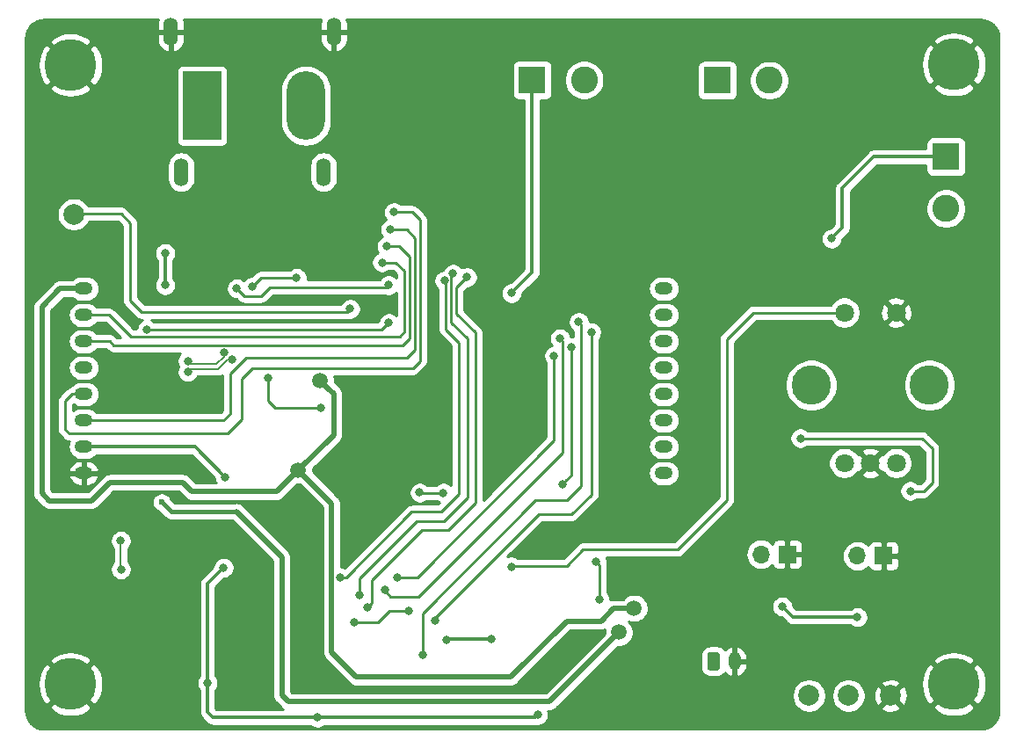
<source format=gbr>
G04 #@! TF.GenerationSoftware,KiCad,Pcbnew,5.1.4-e60b266~84~ubuntu18.04.1*
G04 #@! TF.CreationDate,2019-09-07T16:25:42+05:00*
G04 #@! TF.ProjectId,rck22,72636b32-322e-46b6-9963-61645f706362,rev?*
G04 #@! TF.SameCoordinates,Original*
G04 #@! TF.FileFunction,Copper,L2,Bot*
G04 #@! TF.FilePolarity,Positive*
%FSLAX46Y46*%
G04 Gerber Fmt 4.6, Leading zero omitted, Abs format (unit mm)*
G04 Created by KiCad (PCBNEW 5.1.4-e60b266~84~ubuntu18.04.1) date 2019-09-07 16:25:42*
%MOMM*%
%LPD*%
G04 APERTURE LIST*
%ADD10C,0.200000*%
%ADD11O,1.700000X1.700000*%
%ADD12R,1.700000X1.700000*%
%ADD13O,1.750000X1.200000*%
%ADD14C,2.600000*%
%ADD15R,2.600000X2.600000*%
%ADD16O,3.700000X6.600000*%
%ADD17R,3.700000X6.600000*%
%ADD18O,1.400000X2.700000*%
%ADD19C,3.786000*%
%ADD20C,1.800000*%
%ADD21C,2.000000*%
%ADD22C,0.800000*%
%ADD23C,5.000000*%
%ADD24O,1.200000X1.750000*%
%ADD25C,0.100000*%
%ADD26C,1.200000*%
%ADD27C,1.500000*%
%ADD28C,0.600000*%
%ADD29C,0.500000*%
%ADD30C,0.300000*%
%ADD31C,0.250000*%
%ADD32C,0.420000*%
%ADD33C,0.200000*%
%ADD34C,0.254000*%
G04 APERTURE END LIST*
D10*
X131079240Y-61874400D03*
X131066540Y-63218060D03*
D11*
X173573440Y-107035600D03*
D12*
X176113440Y-107035600D03*
D11*
X164302440Y-106893360D03*
D12*
X166842440Y-106893360D03*
D13*
X154940000Y-81280000D03*
X154940000Y-83820000D03*
X154940000Y-86360000D03*
X154940000Y-88900000D03*
X154940000Y-91440000D03*
X154940000Y-93980000D03*
X154940000Y-96520000D03*
X154940000Y-99060000D03*
X99060000Y-99060000D03*
X99060000Y-96520000D03*
X99060000Y-93980000D03*
X99060000Y-91440000D03*
X99060000Y-88900000D03*
X99060000Y-86360000D03*
X99060000Y-83820000D03*
X99060000Y-81280000D03*
D14*
X165093660Y-61226700D03*
D15*
X160093660Y-61226700D03*
D14*
X147260320Y-61196220D03*
D15*
X142260320Y-61196220D03*
D16*
X120464600Y-63677800D03*
D17*
X110464600Y-63677800D03*
D18*
X122158380Y-70065800D03*
X108458380Y-70065800D03*
X123158380Y-56565800D03*
X107458380Y-56565800D03*
D19*
X180526300Y-90599020D03*
X169126300Y-90599020D03*
D20*
X174826300Y-98099020D03*
X177326300Y-98099020D03*
X172326300Y-98099020D03*
X177326300Y-83599020D03*
X172326300Y-83599020D03*
D14*
X182118000Y-73580000D03*
D15*
X182118000Y-68580000D03*
D21*
X172720000Y-120502680D03*
D22*
X99115825Y-58420000D03*
X97790000Y-57870825D03*
X96464175Y-58420000D03*
X95915000Y-59745825D03*
X96464175Y-61071650D03*
X97790000Y-61620825D03*
X99115825Y-61071650D03*
X99665000Y-59745825D03*
D23*
X97790000Y-59745825D03*
D22*
X184205825Y-58364175D03*
X182880000Y-57815000D03*
X181554175Y-58364175D03*
X181005000Y-59690000D03*
X181554175Y-61015825D03*
X182880000Y-61565000D03*
X184205825Y-61015825D03*
X184755000Y-59690000D03*
D23*
X182880000Y-59690000D03*
D22*
X184205825Y-118054175D03*
X182880000Y-117505000D03*
X181554175Y-118054175D03*
X181005000Y-119380000D03*
X181554175Y-120705825D03*
X182880000Y-121255000D03*
X184205825Y-120705825D03*
X184755000Y-119380000D03*
D23*
X182880000Y-119380000D03*
D22*
X99115825Y-118054175D03*
X97790000Y-117505000D03*
X96464175Y-118054175D03*
X95915000Y-119380000D03*
X96464175Y-120705825D03*
X97790000Y-121255000D03*
X99115825Y-120705825D03*
X99665000Y-119380000D03*
D23*
X97790000Y-119380000D03*
D24*
X161735520Y-117187980D03*
D25*
G36*
X160110025Y-116314184D02*
G01*
X160134293Y-116317784D01*
X160158092Y-116323745D01*
X160181191Y-116332010D01*
X160203370Y-116342500D01*
X160224413Y-116355112D01*
X160244119Y-116369727D01*
X160262297Y-116386203D01*
X160278773Y-116404381D01*
X160293388Y-116424087D01*
X160306000Y-116445130D01*
X160316490Y-116467309D01*
X160324755Y-116490408D01*
X160330716Y-116514207D01*
X160334316Y-116538475D01*
X160335520Y-116562979D01*
X160335520Y-117812981D01*
X160334316Y-117837485D01*
X160330716Y-117861753D01*
X160324755Y-117885552D01*
X160316490Y-117908651D01*
X160306000Y-117930830D01*
X160293388Y-117951873D01*
X160278773Y-117971579D01*
X160262297Y-117989757D01*
X160244119Y-118006233D01*
X160224413Y-118020848D01*
X160203370Y-118033460D01*
X160181191Y-118043950D01*
X160158092Y-118052215D01*
X160134293Y-118058176D01*
X160110025Y-118061776D01*
X160085521Y-118062980D01*
X159385519Y-118062980D01*
X159361015Y-118061776D01*
X159336747Y-118058176D01*
X159312948Y-118052215D01*
X159289849Y-118043950D01*
X159267670Y-118033460D01*
X159246627Y-118020848D01*
X159226921Y-118006233D01*
X159208743Y-117989757D01*
X159192267Y-117971579D01*
X159177652Y-117951873D01*
X159165040Y-117930830D01*
X159154550Y-117908651D01*
X159146285Y-117885552D01*
X159140324Y-117861753D01*
X159136724Y-117837485D01*
X159135520Y-117812981D01*
X159135520Y-116562979D01*
X159136724Y-116538475D01*
X159140324Y-116514207D01*
X159146285Y-116490408D01*
X159154550Y-116467309D01*
X159165040Y-116445130D01*
X159177652Y-116424087D01*
X159192267Y-116404381D01*
X159208743Y-116386203D01*
X159226921Y-116369727D01*
X159246627Y-116355112D01*
X159267670Y-116342500D01*
X159289849Y-116332010D01*
X159312948Y-116323745D01*
X159336747Y-116317784D01*
X159361015Y-116314184D01*
X159385519Y-116312980D01*
X160085521Y-116312980D01*
X160110025Y-116314184D01*
X160110025Y-116314184D01*
G37*
D26*
X159735520Y-117187980D03*
D21*
X98099880Y-74137520D03*
X176784000Y-120502680D03*
X168930320Y-120502680D03*
D22*
X111102140Y-79606140D03*
X102021640Y-102478840D03*
D27*
X119727980Y-98778060D03*
X152062180Y-112074960D03*
X121851420Y-90134601D03*
D22*
X138363960Y-115062000D03*
X133987540Y-115125500D03*
X116796820Y-89857580D03*
X121909839Y-92788739D03*
X140268960Y-81714340D03*
X171104560Y-76464160D03*
X112537240Y-108165900D03*
X110980220Y-119298720D03*
X112676940Y-99446080D03*
X142803880Y-122351800D03*
X106897380Y-77882960D03*
X106897380Y-80948320D03*
X166344600Y-111909860D03*
X173573440Y-112936020D03*
X121572020Y-122608340D03*
X128935480Y-73931780D03*
X128602740Y-75610720D03*
X128267460Y-77216000D03*
X127784860Y-78770480D03*
X129259380Y-109099400D03*
X144363440Y-87764620D03*
X144942557Y-86103457D03*
X128038860Y-110312200D03*
X134640320Y-79862680D03*
X125615700Y-110769400D03*
X135978900Y-80185260D03*
X126425960Y-112011460D03*
X133803990Y-80520540D03*
X123802140Y-109133640D03*
X146009360Y-86956900D03*
X145150840Y-100111560D03*
X148760180Y-111262160D03*
X148437600Y-107596940D03*
X147949920Y-85481160D03*
X132908040Y-113250980D03*
X131681220Y-116532660D03*
X146738340Y-84500720D03*
X130335020Y-112339120D03*
X125125480Y-113466880D03*
X105158540Y-85260180D03*
X128442720Y-84597240D03*
X124729240Y-83233260D03*
D27*
X150629620Y-114396520D03*
D28*
X106575860Y-101861620D03*
D22*
X115257580Y-81117440D03*
X119557800Y-80246220D03*
X113807240Y-81274920D03*
X128422400Y-80959960D03*
X109082840Y-88270860D03*
X112569868Y-87408628D03*
X102633600Y-105580220D03*
X102638860Y-108338620D03*
X109082840Y-89320860D03*
X113312332Y-88151092D03*
X178676300Y-100789740D03*
X168087040Y-95702120D03*
X140253720Y-108071920D03*
X133692900Y-100952300D03*
X131411983Y-100934517D03*
D29*
X152062180Y-112074960D02*
X150129240Y-112074960D01*
X150129240Y-112074960D02*
X148879560Y-113324640D01*
X148879560Y-113324640D02*
X145590260Y-113324640D01*
X145590260Y-113324640D02*
X140202920Y-118711980D01*
X140202920Y-118711980D02*
X125303280Y-118711980D01*
X125303280Y-118711980D02*
X122938540Y-116347240D01*
X122938540Y-101988620D02*
X119727980Y-98778060D01*
X122938540Y-116347240D02*
X122938540Y-101988620D01*
X117652800Y-100853240D02*
X119727980Y-98778060D01*
X108590080Y-99966780D02*
X109476540Y-100853240D01*
X96784160Y-81280000D02*
X95029020Y-83035140D01*
X95029020Y-101028500D02*
X95719900Y-101719380D01*
X101572060Y-99966780D02*
X108590080Y-99966780D01*
X99060000Y-81280000D02*
X96784160Y-81280000D01*
X109476540Y-100853240D02*
X117652800Y-100853240D01*
X95029020Y-83035140D02*
X95029020Y-101028500D01*
X95719900Y-101719380D02*
X99819460Y-101719380D01*
X99819460Y-101719380D02*
X101572060Y-99966780D01*
X123126500Y-95379540D02*
X123126500Y-91409681D01*
X123126500Y-91409681D02*
X122601419Y-90884600D01*
X122601419Y-90884600D02*
X121851420Y-90134601D01*
X119727980Y-98778060D02*
X123126500Y-95379540D01*
D30*
X138363960Y-115062000D02*
X134051040Y-115062000D01*
X134051040Y-115062000D02*
X133987540Y-115125500D01*
D31*
X121344154Y-92788739D02*
X121909839Y-92788739D01*
X117464839Y-92788739D02*
X121344154Y-92788739D01*
X116796820Y-89857580D02*
X116796820Y-92120720D01*
X116796820Y-92120720D02*
X117464839Y-92788739D01*
D30*
X142260320Y-79722980D02*
X142260320Y-61196220D01*
X140268960Y-81714340D02*
X142260320Y-79722980D01*
X171104560Y-76464160D02*
X172130720Y-75438000D01*
X172130720Y-75438000D02*
X172130720Y-71640700D01*
X175191420Y-68580000D02*
X182118000Y-68580000D01*
X172130720Y-71640700D02*
X175191420Y-68580000D01*
X112537240Y-108165900D02*
X110980220Y-109722920D01*
X110980220Y-109722920D02*
X110980220Y-119298720D01*
X99060000Y-96520000D02*
X109750860Y-96520000D01*
X109750860Y-96520000D02*
X112676940Y-99446080D01*
X110985300Y-119303800D02*
X110980220Y-119298720D01*
X110985300Y-122077480D02*
X110985300Y-119303800D01*
X142547340Y-122608340D02*
X142803880Y-122351800D01*
X110985300Y-122077480D02*
X111516160Y-122608340D01*
X106897380Y-77882960D02*
X106897380Y-80948320D01*
X167370760Y-112936020D02*
X173573440Y-112936020D01*
X166344600Y-111909860D02*
X167370760Y-112936020D01*
X111516160Y-122608340D02*
X121572020Y-122608340D01*
X121572020Y-122608340D02*
X142547340Y-122608340D01*
D31*
X97261680Y-92113320D02*
X97935000Y-91440000D01*
X112913160Y-95265240D02*
X97673160Y-95265240D01*
X97261680Y-94853760D02*
X97261680Y-92113320D01*
X114287300Y-93891100D02*
X112913160Y-95265240D01*
X114287300Y-89954100D02*
X114287300Y-93891100D01*
X97673160Y-95265240D02*
X97261680Y-94853760D01*
X130695700Y-73931780D02*
X131449000Y-74685080D01*
X97935000Y-91440000D02*
X99060000Y-91440000D01*
X128935480Y-73931780D02*
X130695700Y-73931780D01*
X131449000Y-88245760D02*
X130754120Y-88940640D01*
X131449000Y-74685080D02*
X131449000Y-88245760D01*
X130754120Y-88940640D02*
X115300760Y-88940640D01*
X115300760Y-88940640D02*
X114287300Y-89954100D01*
X112529620Y-93980000D02*
X109319060Y-93980000D01*
X113146840Y-93362780D02*
X112529620Y-93980000D01*
X113146840Y-89501980D02*
X113146840Y-93362780D01*
X130154680Y-75610720D02*
X130949700Y-76405740D01*
X128602740Y-75610720D02*
X130154680Y-75610720D01*
X130949700Y-76405740D02*
X130949700Y-87172800D01*
X114681000Y-87967820D02*
X113146840Y-89501980D01*
X109319060Y-93980000D02*
X99060000Y-93980000D01*
X130949700Y-87172800D02*
X130154680Y-87967820D01*
X130154680Y-87967820D02*
X114681000Y-87967820D01*
X130456940Y-78252320D02*
X129420620Y-77216000D01*
X101549200Y-86360000D02*
X101549200Y-86372700D01*
X99060000Y-86360000D02*
X101549200Y-86360000D01*
X101549200Y-86372700D02*
X101922580Y-86746080D01*
X129811780Y-86746080D02*
X130456940Y-86100920D01*
X129420620Y-77216000D02*
X128267460Y-77216000D01*
X101922580Y-86746080D02*
X129811780Y-86746080D01*
X130456940Y-86100920D02*
X130456940Y-78252320D01*
X129128520Y-78770480D02*
X127784860Y-78770480D01*
X101493320Y-83820000D02*
X103578502Y-85905182D01*
X103578502Y-85905182D02*
X129484278Y-85905182D01*
X99060000Y-83820000D02*
X101493320Y-83820000D01*
X129949000Y-79590960D02*
X129128520Y-78770480D01*
X129484278Y-85905182D02*
X129949000Y-85440460D01*
X129949000Y-85440460D02*
X129949000Y-79590960D01*
X131169360Y-109099400D02*
X129259380Y-109099400D01*
X144363440Y-95905320D02*
X131169360Y-109099400D01*
X144363440Y-87764620D02*
X144363440Y-95905320D01*
X128038860Y-110418880D02*
X128038860Y-110312200D01*
X128602740Y-110982760D02*
X128038860Y-110418880D01*
X131305300Y-110982760D02*
X128602740Y-110982760D01*
X145201640Y-97086420D02*
X131305300Y-110982760D01*
X144942557Y-86103457D02*
X145201640Y-86362540D01*
X145201640Y-86362540D02*
X145201640Y-97086420D01*
X125615700Y-109181900D02*
X125615700Y-110769400D01*
X134640320Y-79862680D02*
X134452360Y-80050640D01*
X131107180Y-103690420D02*
X125615700Y-109181900D01*
X136006840Y-101442520D02*
X133758940Y-103690420D01*
X136006840Y-86103460D02*
X136006840Y-101442520D01*
X134452360Y-80050640D02*
X134452360Y-84548980D01*
X134452360Y-84548980D02*
X136006840Y-86103460D01*
X133758940Y-103690420D02*
X131107180Y-103690420D01*
X126425960Y-111975900D02*
X126425960Y-112011460D01*
X126829820Y-109377480D02*
X126829820Y-111572040D01*
X126829820Y-111572040D02*
X126425960Y-111975900D01*
X131630420Y-104576880D02*
X126829820Y-109377480D01*
X134949000Y-81215160D02*
X134949000Y-83694340D01*
X134949000Y-83694340D02*
X136779000Y-85524340D01*
X135978900Y-80185260D02*
X134949000Y-81215160D01*
X136779000Y-85524340D02*
X136779000Y-101953060D01*
X136779000Y-101953060D02*
X134155180Y-104576880D01*
X134155180Y-104576880D02*
X131630420Y-104576880D01*
X124317760Y-109133640D02*
X123802140Y-109133640D01*
X133469380Y-102803960D02*
X130647440Y-102803960D01*
X133949000Y-80665550D02*
X133949000Y-85211480D01*
X133803990Y-80520540D02*
X133949000Y-80665550D01*
X135219440Y-86481920D02*
X135219440Y-101053900D01*
X130647440Y-102803960D02*
X124317760Y-109133640D01*
X133949000Y-85211480D02*
X135219440Y-86481920D01*
X135219440Y-101053900D02*
X133469380Y-102803960D01*
X145550839Y-99711561D02*
X145150840Y-100111560D01*
X146009360Y-99253040D02*
X145550839Y-99711561D01*
X146009360Y-86956900D02*
X146009360Y-99253040D01*
X148760180Y-107919520D02*
X148437600Y-107596940D01*
X148760180Y-111262160D02*
X148760180Y-107919520D01*
X147949920Y-101137720D02*
X146065240Y-103022400D01*
X146065240Y-103022400D02*
X142887700Y-103022400D01*
X147949920Y-85481160D02*
X147949920Y-101137720D01*
X142887700Y-103022400D02*
X132908040Y-113002060D01*
X132908040Y-113002060D02*
X132908040Y-113250980D01*
X146966940Y-84729320D02*
X146738340Y-84500720D01*
X146966940Y-95054420D02*
X146966940Y-84729320D01*
X131681220Y-116532660D02*
X131681220Y-112547400D01*
X131681220Y-112547400D02*
X142551150Y-101677470D01*
X142551150Y-101677470D02*
X145566130Y-101677470D01*
X146959320Y-100284280D02*
X146959320Y-95062040D01*
X145566130Y-101677470D02*
X146959320Y-100284280D01*
X146959320Y-95062040D02*
X146966940Y-95054420D01*
X125691165Y-113466880D02*
X125125480Y-113466880D01*
X127398780Y-113466880D02*
X125691165Y-113466880D01*
X130335020Y-112339120D02*
X128526540Y-112339120D01*
X128526540Y-112339120D02*
X127398780Y-113466880D01*
X127776839Y-85263121D02*
X107932621Y-85263121D01*
X107932621Y-85263121D02*
X107929680Y-85260180D01*
X107929680Y-85260180D02*
X105158540Y-85260180D01*
X128442720Y-84597240D02*
X127776839Y-85263121D01*
X124409200Y-83553300D02*
X104632760Y-83553300D01*
X104632760Y-83553300D02*
X103532940Y-82453480D01*
X98160840Y-74076560D02*
X98099880Y-74137520D01*
X124729240Y-83233260D02*
X124409200Y-83553300D01*
X103532940Y-82453480D02*
X103532940Y-74957940D01*
X103532940Y-74957940D02*
X102651560Y-74076560D01*
X102651560Y-74076560D02*
X98160840Y-74076560D01*
D29*
X149879621Y-115146519D02*
X150629620Y-114396520D01*
X118140480Y-107147360D02*
X118140480Y-120482360D01*
X113753900Y-102760780D02*
X118140480Y-107147360D01*
X118140480Y-120482360D02*
X118742460Y-121084340D01*
X118742460Y-121084340D02*
X143941800Y-121084340D01*
X143941800Y-121084340D02*
X149879621Y-115146519D01*
D32*
X113753900Y-102760780D02*
X107475020Y-102760780D01*
X107475020Y-102760780D02*
X106575860Y-101861620D01*
D31*
X115257580Y-81117440D02*
X116128800Y-80246220D01*
X116128800Y-80246220D02*
X119557800Y-80246220D01*
X113807240Y-81274920D02*
X114520980Y-81988660D01*
X114520980Y-81988660D02*
X116182140Y-81988660D01*
X116182140Y-81988660D02*
X117027960Y-81142840D01*
X117027960Y-81142840D02*
X128239520Y-81142840D01*
X128239520Y-81142840D02*
X128422400Y-80959960D01*
D33*
X112569868Y-87832893D02*
X112569868Y-87408628D01*
X111831901Y-88570860D02*
X112569868Y-87832893D01*
X109382840Y-88570860D02*
X111831901Y-88570860D01*
X109082840Y-88270860D02*
X109382840Y-88570860D01*
X102633600Y-105580220D02*
X102633600Y-108333360D01*
X102633600Y-108333360D02*
X102638860Y-108338620D01*
X112018299Y-89020860D02*
X112888067Y-88151092D01*
X109082840Y-89320860D02*
X109382840Y-89020860D01*
X112888067Y-88151092D02*
X113312332Y-88151092D01*
X109382840Y-89020860D02*
X112018299Y-89020860D01*
D31*
X179776120Y-95702120D02*
X168087040Y-95702120D01*
X180784500Y-99949000D02*
X180784500Y-96710500D01*
X180784500Y-96710500D02*
X179776120Y-95702120D01*
X178676300Y-100789740D02*
X179943760Y-100789740D01*
X179943760Y-100789740D02*
X180784500Y-99949000D01*
X131429766Y-100952300D02*
X131411983Y-100934517D01*
X133692900Y-100952300D02*
X131429766Y-100952300D01*
X140307060Y-108018580D02*
X140253720Y-108071920D01*
X145567400Y-108018580D02*
X140307060Y-108018580D01*
X163558220Y-83599020D02*
X160990280Y-86166960D01*
X172326300Y-83599020D02*
X163558220Y-83599020D01*
X160990280Y-86166960D02*
X160990280Y-101666040D01*
X160990280Y-101666040D02*
X156232860Y-106423460D01*
X147162520Y-106423460D02*
X145567400Y-108018580D01*
X156232860Y-106423460D02*
X147162520Y-106423460D01*
D34*
G36*
X106173808Y-55530795D02*
G01*
X106123380Y-55788800D01*
X106123380Y-56438800D01*
X107331380Y-56438800D01*
X107331380Y-56418800D01*
X107585380Y-56418800D01*
X107585380Y-56438800D01*
X108793380Y-56438800D01*
X108793380Y-55788800D01*
X108742952Y-55530795D01*
X108677796Y-55372000D01*
X121938964Y-55372000D01*
X121873808Y-55530795D01*
X121823380Y-55788800D01*
X121823380Y-56438800D01*
X123031380Y-56438800D01*
X123031380Y-56418800D01*
X123285380Y-56418800D01*
X123285380Y-56438800D01*
X124493380Y-56438800D01*
X124493380Y-55788800D01*
X124442952Y-55530795D01*
X124377796Y-55372000D01*
X185382735Y-55372000D01*
X185764635Y-55409446D01*
X186096153Y-55509536D01*
X186401909Y-55672110D01*
X186670265Y-55890976D01*
X186890999Y-56157798D01*
X187055704Y-56462413D01*
X187158105Y-56793217D01*
X187198001Y-57172805D01*
X187198000Y-121882735D01*
X187160554Y-122264639D01*
X187060463Y-122596154D01*
X186897891Y-122901908D01*
X186679025Y-123170264D01*
X186412202Y-123390999D01*
X186107586Y-123555704D01*
X185776783Y-123658105D01*
X185397204Y-123698000D01*
X95287265Y-123698000D01*
X94905361Y-123660554D01*
X94573846Y-123560463D01*
X94268092Y-123397891D01*
X93999736Y-123179025D01*
X93779001Y-122912202D01*
X93614296Y-122607586D01*
X93511895Y-122276783D01*
X93472000Y-121897204D01*
X93472000Y-121583148D01*
X95766457Y-121583148D01*
X96042627Y-122001118D01*
X96587557Y-122291649D01*
X97178696Y-122470287D01*
X97793328Y-122530168D01*
X98407831Y-122468990D01*
X98998592Y-122289103D01*
X99537373Y-122001118D01*
X99813543Y-121583148D01*
X97790000Y-119559605D01*
X95766457Y-121583148D01*
X93472000Y-121583148D01*
X93472000Y-119383328D01*
X94639832Y-119383328D01*
X94701010Y-119997831D01*
X94880897Y-120588592D01*
X95168882Y-121127373D01*
X95586852Y-121403543D01*
X97610395Y-119380000D01*
X97969605Y-119380000D01*
X99993148Y-121403543D01*
X100411118Y-121127373D01*
X100701649Y-120582443D01*
X100880287Y-119991304D01*
X100940168Y-119376672D01*
X100878990Y-118762169D01*
X100699103Y-118171408D01*
X100411118Y-117632627D01*
X99993148Y-117356457D01*
X97969605Y-119380000D01*
X97610395Y-119380000D01*
X95586852Y-117356457D01*
X95168882Y-117632627D01*
X94878351Y-118177557D01*
X94699713Y-118768696D01*
X94639832Y-119383328D01*
X93472000Y-119383328D01*
X93472000Y-117176852D01*
X95766457Y-117176852D01*
X97790000Y-119200395D01*
X99813543Y-117176852D01*
X99537373Y-116758882D01*
X98992443Y-116468351D01*
X98401304Y-116289713D01*
X97786672Y-116229832D01*
X97172169Y-116291010D01*
X96581408Y-116470897D01*
X96042627Y-116758882D01*
X95766457Y-117176852D01*
X93472000Y-117176852D01*
X93472000Y-105478281D01*
X101598600Y-105478281D01*
X101598600Y-105682159D01*
X101638374Y-105882118D01*
X101716395Y-106070476D01*
X101829663Y-106239994D01*
X101898600Y-106308931D01*
X101898601Y-107615168D01*
X101834923Y-107678846D01*
X101721655Y-107848364D01*
X101643634Y-108036722D01*
X101603860Y-108236681D01*
X101603860Y-108440559D01*
X101643634Y-108640518D01*
X101721655Y-108828876D01*
X101834923Y-108998394D01*
X101979086Y-109142557D01*
X102148604Y-109255825D01*
X102336962Y-109333846D01*
X102536921Y-109373620D01*
X102740799Y-109373620D01*
X102940758Y-109333846D01*
X103129116Y-109255825D01*
X103298634Y-109142557D01*
X103442797Y-108998394D01*
X103556065Y-108828876D01*
X103634086Y-108640518D01*
X103673860Y-108440559D01*
X103673860Y-108236681D01*
X103634086Y-108036722D01*
X103556065Y-107848364D01*
X103442797Y-107678846D01*
X103368600Y-107604649D01*
X103368600Y-106308931D01*
X103437537Y-106239994D01*
X103550805Y-106070476D01*
X103628826Y-105882118D01*
X103668600Y-105682159D01*
X103668600Y-105478281D01*
X103628826Y-105278322D01*
X103550805Y-105089964D01*
X103437537Y-104920446D01*
X103293374Y-104776283D01*
X103123856Y-104663015D01*
X102935498Y-104584994D01*
X102735539Y-104545220D01*
X102531661Y-104545220D01*
X102331702Y-104584994D01*
X102143344Y-104663015D01*
X101973826Y-104776283D01*
X101829663Y-104920446D01*
X101716395Y-105089964D01*
X101638374Y-105278322D01*
X101598600Y-105478281D01*
X93472000Y-105478281D01*
X93472000Y-83035140D01*
X94139739Y-83035140D01*
X94144020Y-83078609D01*
X94144021Y-100985021D01*
X94139739Y-101028500D01*
X94156825Y-101201990D01*
X94207432Y-101368813D01*
X94289610Y-101522559D01*
X94372488Y-101623546D01*
X94372491Y-101623549D01*
X94400204Y-101657317D01*
X94433971Y-101685029D01*
X95063370Y-102314429D01*
X95091083Y-102348197D01*
X95124851Y-102375910D01*
X95124853Y-102375912D01*
X95204341Y-102441146D01*
X95225841Y-102458791D01*
X95379587Y-102540969D01*
X95546410Y-102591575D01*
X95676423Y-102604380D01*
X95676431Y-102604380D01*
X95719900Y-102608661D01*
X95763369Y-102604380D01*
X99775991Y-102604380D01*
X99819460Y-102608661D01*
X99862929Y-102604380D01*
X99862937Y-102604380D01*
X99992950Y-102591575D01*
X100159773Y-102540969D01*
X100313519Y-102458791D01*
X100448277Y-102348197D01*
X100475994Y-102314424D01*
X101938639Y-100851780D01*
X108223502Y-100851780D01*
X108820010Y-101448289D01*
X108847723Y-101482057D01*
X108881491Y-101509770D01*
X108881493Y-101509772D01*
X108916793Y-101538742D01*
X108982481Y-101592651D01*
X109136227Y-101674829D01*
X109303050Y-101725435D01*
X109433063Y-101738240D01*
X109433071Y-101738240D01*
X109476540Y-101742521D01*
X109520009Y-101738240D01*
X117609331Y-101738240D01*
X117652800Y-101742521D01*
X117696269Y-101738240D01*
X117696277Y-101738240D01*
X117826290Y-101725435D01*
X117993113Y-101674829D01*
X118146859Y-101592651D01*
X118281617Y-101482057D01*
X118309334Y-101448284D01*
X119594559Y-100163060D01*
X119861402Y-100163060D01*
X122053541Y-102355200D01*
X122053540Y-116303771D01*
X122049259Y-116347240D01*
X122053540Y-116390709D01*
X122053540Y-116390716D01*
X122066345Y-116520729D01*
X122116951Y-116687552D01*
X122199129Y-116841298D01*
X122309723Y-116976057D01*
X122343496Y-117003774D01*
X124646750Y-119307029D01*
X124674463Y-119340797D01*
X124708231Y-119368510D01*
X124708233Y-119368512D01*
X124747404Y-119400659D01*
X124809221Y-119451391D01*
X124962967Y-119533569D01*
X125129790Y-119584175D01*
X125259803Y-119596980D01*
X125259813Y-119596980D01*
X125303279Y-119601261D01*
X125346745Y-119596980D01*
X140159451Y-119596980D01*
X140202920Y-119601261D01*
X140246389Y-119596980D01*
X140246397Y-119596980D01*
X140376410Y-119584175D01*
X140543233Y-119533569D01*
X140696979Y-119451391D01*
X140831737Y-119340797D01*
X140859454Y-119307024D01*
X145956839Y-114209640D01*
X148836091Y-114209640D01*
X148879560Y-114213921D01*
X148923029Y-114209640D01*
X148923037Y-114209640D01*
X149053050Y-114196835D01*
X149219873Y-114146229D01*
X149272911Y-114117880D01*
X149244620Y-114260109D01*
X149244620Y-114529941D01*
X143575222Y-120199340D01*
X119109039Y-120199340D01*
X119025480Y-120115782D01*
X119025480Y-107190829D01*
X119029761Y-107147360D01*
X119025480Y-107103891D01*
X119025480Y-107103883D01*
X119012675Y-106973870D01*
X119009518Y-106963461D01*
X118974412Y-106847736D01*
X118962069Y-106807047D01*
X118879891Y-106653301D01*
X118797012Y-106552313D01*
X118797010Y-106552311D01*
X118769297Y-106518543D01*
X118735530Y-106490832D01*
X114348946Y-102104248D01*
X114247959Y-102021370D01*
X114094213Y-101939192D01*
X113927390Y-101888585D01*
X113753900Y-101871499D01*
X113580410Y-101888585D01*
X113490763Y-101915780D01*
X107825031Y-101915780D01*
X107458514Y-101549264D01*
X107404446Y-101418731D01*
X107302122Y-101265592D01*
X107171888Y-101135358D01*
X107018749Y-101033034D01*
X106848589Y-100962552D01*
X106667949Y-100926620D01*
X106483771Y-100926620D01*
X106303131Y-100962552D01*
X106132971Y-101033034D01*
X105979832Y-101135358D01*
X105849598Y-101265592D01*
X105747274Y-101418731D01*
X105676792Y-101588891D01*
X105640860Y-101769531D01*
X105640860Y-101953709D01*
X105676792Y-102134349D01*
X105747274Y-102304509D01*
X105849598Y-102457648D01*
X105979832Y-102587882D01*
X106132971Y-102690206D01*
X106263504Y-102744274D01*
X106848167Y-103328938D01*
X106874624Y-103361176D01*
X107003292Y-103466771D01*
X107150088Y-103545235D01*
X107309371Y-103593553D01*
X107433514Y-103605780D01*
X107433523Y-103605780D01*
X107475019Y-103609867D01*
X107516515Y-103605780D01*
X113347322Y-103605780D01*
X117255480Y-107513939D01*
X117255481Y-120438881D01*
X117251199Y-120482360D01*
X117268285Y-120655850D01*
X117318892Y-120822673D01*
X117401070Y-120976419D01*
X117483948Y-121077406D01*
X117483951Y-121077409D01*
X117511664Y-121111177D01*
X117545431Y-121138889D01*
X118085930Y-121679389D01*
X118113643Y-121713157D01*
X118147411Y-121740870D01*
X118147413Y-121740872D01*
X118189755Y-121775621D01*
X118247900Y-121823340D01*
X111841318Y-121823340D01*
X111770300Y-121752323D01*
X111770300Y-119972351D01*
X111784157Y-119958494D01*
X111897425Y-119788976D01*
X111975446Y-119600618D01*
X112015220Y-119400659D01*
X112015220Y-119196781D01*
X111975446Y-118996822D01*
X111897425Y-118808464D01*
X111784157Y-118638946D01*
X111765220Y-118620009D01*
X111765220Y-110048077D01*
X112612397Y-109200900D01*
X112639179Y-109200900D01*
X112839138Y-109161126D01*
X113027496Y-109083105D01*
X113197014Y-108969837D01*
X113341177Y-108825674D01*
X113454445Y-108656156D01*
X113532466Y-108467798D01*
X113572240Y-108267839D01*
X113572240Y-108063961D01*
X113532466Y-107864002D01*
X113454445Y-107675644D01*
X113341177Y-107506126D01*
X113197014Y-107361963D01*
X113027496Y-107248695D01*
X112839138Y-107170674D01*
X112639179Y-107130900D01*
X112435301Y-107130900D01*
X112235342Y-107170674D01*
X112046984Y-107248695D01*
X111877466Y-107361963D01*
X111733303Y-107506126D01*
X111620035Y-107675644D01*
X111542014Y-107864002D01*
X111502240Y-108063961D01*
X111502240Y-108090743D01*
X110452410Y-109140573D01*
X110422456Y-109165156D01*
X110324358Y-109284688D01*
X110251466Y-109421061D01*
X110206579Y-109569034D01*
X110195220Y-109684360D01*
X110195220Y-109684367D01*
X110191423Y-109722920D01*
X110195220Y-109761473D01*
X110195221Y-118620008D01*
X110176283Y-118638946D01*
X110063015Y-118808464D01*
X109984994Y-118996822D01*
X109945220Y-119196781D01*
X109945220Y-119400659D01*
X109984994Y-119600618D01*
X110063015Y-119788976D01*
X110176283Y-119958494D01*
X110200301Y-119982512D01*
X110200300Y-122038927D01*
X110196503Y-122077480D01*
X110200300Y-122116033D01*
X110200300Y-122116040D01*
X110211659Y-122231366D01*
X110256546Y-122379339D01*
X110329438Y-122515712D01*
X110427536Y-122635244D01*
X110457489Y-122659826D01*
X110933817Y-123136155D01*
X110958396Y-123166104D01*
X110988344Y-123190682D01*
X110988347Y-123190685D01*
X111017719Y-123214790D01*
X111077927Y-123264202D01*
X111214300Y-123337094D01*
X111321214Y-123369526D01*
X111362272Y-123381981D01*
X111376650Y-123383397D01*
X111477599Y-123393340D01*
X111477606Y-123393340D01*
X111516159Y-123397137D01*
X111554712Y-123393340D01*
X120893309Y-123393340D01*
X120912246Y-123412277D01*
X121081764Y-123525545D01*
X121270122Y-123603566D01*
X121470081Y-123643340D01*
X121673959Y-123643340D01*
X121873918Y-123603566D01*
X122062276Y-123525545D01*
X122231794Y-123412277D01*
X122250731Y-123393340D01*
X142508787Y-123393340D01*
X142547340Y-123397137D01*
X142585893Y-123393340D01*
X142585901Y-123393340D01*
X142685501Y-123383530D01*
X142701941Y-123386800D01*
X142905819Y-123386800D01*
X143105778Y-123347026D01*
X143294136Y-123269005D01*
X143463654Y-123155737D01*
X143607817Y-123011574D01*
X143721085Y-122842056D01*
X143799106Y-122653698D01*
X143838880Y-122453739D01*
X143838880Y-122249861D01*
X143799106Y-122049902D01*
X143765736Y-121969340D01*
X143898331Y-121969340D01*
X143941800Y-121973621D01*
X143985269Y-121969340D01*
X143985277Y-121969340D01*
X144115290Y-121956535D01*
X144282113Y-121905929D01*
X144435859Y-121823751D01*
X144570617Y-121713157D01*
X144598334Y-121679384D01*
X145936071Y-120341647D01*
X167295320Y-120341647D01*
X167295320Y-120663713D01*
X167358152Y-120979592D01*
X167481402Y-121277143D01*
X167660333Y-121544932D01*
X167888068Y-121772667D01*
X168155857Y-121951598D01*
X168453408Y-122074848D01*
X168769287Y-122137680D01*
X169091353Y-122137680D01*
X169407232Y-122074848D01*
X169704783Y-121951598D01*
X169972572Y-121772667D01*
X170200307Y-121544932D01*
X170379238Y-121277143D01*
X170502488Y-120979592D01*
X170565320Y-120663713D01*
X170565320Y-120341647D01*
X171085000Y-120341647D01*
X171085000Y-120663713D01*
X171147832Y-120979592D01*
X171271082Y-121277143D01*
X171450013Y-121544932D01*
X171677748Y-121772667D01*
X171945537Y-121951598D01*
X172243088Y-122074848D01*
X172558967Y-122137680D01*
X172881033Y-122137680D01*
X173196912Y-122074848D01*
X173494463Y-121951598D01*
X173762252Y-121772667D01*
X173896826Y-121638093D01*
X175828192Y-121638093D01*
X175923956Y-121902494D01*
X176213571Y-122043384D01*
X176525108Y-122125064D01*
X176846595Y-122144398D01*
X177165675Y-122100641D01*
X177470088Y-121995475D01*
X177644044Y-121902494D01*
X177739808Y-121638093D01*
X177684863Y-121583148D01*
X180856457Y-121583148D01*
X181132627Y-122001118D01*
X181677557Y-122291649D01*
X182268696Y-122470287D01*
X182883328Y-122530168D01*
X183497831Y-122468990D01*
X184088592Y-122289103D01*
X184627373Y-122001118D01*
X184903543Y-121583148D01*
X182880000Y-119559605D01*
X180856457Y-121583148D01*
X177684863Y-121583148D01*
X176784000Y-120682285D01*
X175828192Y-121638093D01*
X173896826Y-121638093D01*
X173989987Y-121544932D01*
X174168918Y-121277143D01*
X174292168Y-120979592D01*
X174355000Y-120663713D01*
X174355000Y-120565275D01*
X175142282Y-120565275D01*
X175186039Y-120884355D01*
X175291205Y-121188768D01*
X175384186Y-121362724D01*
X175648587Y-121458488D01*
X176604395Y-120502680D01*
X176963605Y-120502680D01*
X177919413Y-121458488D01*
X178183814Y-121362724D01*
X178324704Y-121073109D01*
X178406384Y-120761572D01*
X178425718Y-120440085D01*
X178381961Y-120121005D01*
X178276795Y-119816592D01*
X178183814Y-119642636D01*
X177919413Y-119546872D01*
X176963605Y-120502680D01*
X176604395Y-120502680D01*
X175648587Y-119546872D01*
X175384186Y-119642636D01*
X175243296Y-119932251D01*
X175161616Y-120243788D01*
X175142282Y-120565275D01*
X174355000Y-120565275D01*
X174355000Y-120341647D01*
X174292168Y-120025768D01*
X174168918Y-119728217D01*
X173989987Y-119460428D01*
X173896826Y-119367267D01*
X175828192Y-119367267D01*
X176784000Y-120323075D01*
X177723747Y-119383328D01*
X179729832Y-119383328D01*
X179791010Y-119997831D01*
X179970897Y-120588592D01*
X180258882Y-121127373D01*
X180676852Y-121403543D01*
X182700395Y-119380000D01*
X183059605Y-119380000D01*
X185083148Y-121403543D01*
X185501118Y-121127373D01*
X185791649Y-120582443D01*
X185970287Y-119991304D01*
X186030168Y-119376672D01*
X185968990Y-118762169D01*
X185789103Y-118171408D01*
X185501118Y-117632627D01*
X185083148Y-117356457D01*
X183059605Y-119380000D01*
X182700395Y-119380000D01*
X180676852Y-117356457D01*
X180258882Y-117632627D01*
X179968351Y-118177557D01*
X179789713Y-118768696D01*
X179729832Y-119383328D01*
X177723747Y-119383328D01*
X177739808Y-119367267D01*
X177644044Y-119102866D01*
X177354429Y-118961976D01*
X177042892Y-118880296D01*
X176721405Y-118860962D01*
X176402325Y-118904719D01*
X176097912Y-119009885D01*
X175923956Y-119102866D01*
X175828192Y-119367267D01*
X173896826Y-119367267D01*
X173762252Y-119232693D01*
X173494463Y-119053762D01*
X173196912Y-118930512D01*
X172881033Y-118867680D01*
X172558967Y-118867680D01*
X172243088Y-118930512D01*
X171945537Y-119053762D01*
X171677748Y-119232693D01*
X171450013Y-119460428D01*
X171271082Y-119728217D01*
X171147832Y-120025768D01*
X171085000Y-120341647D01*
X170565320Y-120341647D01*
X170502488Y-120025768D01*
X170379238Y-119728217D01*
X170200307Y-119460428D01*
X169972572Y-119232693D01*
X169704783Y-119053762D01*
X169407232Y-118930512D01*
X169091353Y-118867680D01*
X168769287Y-118867680D01*
X168453408Y-118930512D01*
X168155857Y-119053762D01*
X167888068Y-119232693D01*
X167660333Y-119460428D01*
X167481402Y-119728217D01*
X167358152Y-120025768D01*
X167295320Y-120341647D01*
X145936071Y-120341647D01*
X149714739Y-116562979D01*
X158497448Y-116562979D01*
X158497448Y-117812981D01*
X158514512Y-117986235D01*
X158565048Y-118152831D01*
X158647115Y-118306367D01*
X158757558Y-118440942D01*
X158892133Y-118551385D01*
X159045669Y-118633452D01*
X159212265Y-118683988D01*
X159385519Y-118701052D01*
X160085521Y-118701052D01*
X160258775Y-118683988D01*
X160425371Y-118633452D01*
X160578907Y-118551385D01*
X160713482Y-118440942D01*
X160823925Y-118306367D01*
X160826487Y-118301574D01*
X160952046Y-118426058D01*
X161154987Y-118560401D01*
X161380238Y-118652571D01*
X161417911Y-118656442D01*
X161608520Y-118531711D01*
X161608520Y-117314980D01*
X161862520Y-117314980D01*
X161862520Y-118531711D01*
X162053129Y-118656442D01*
X162090802Y-118652571D01*
X162316053Y-118560401D01*
X162518994Y-118426058D01*
X162691827Y-118254705D01*
X162827910Y-118052926D01*
X162922013Y-117828476D01*
X162970520Y-117589980D01*
X162970520Y-117314980D01*
X161862520Y-117314980D01*
X161608520Y-117314980D01*
X161588520Y-117314980D01*
X161588520Y-117176852D01*
X180856457Y-117176852D01*
X182880000Y-119200395D01*
X184903543Y-117176852D01*
X184627373Y-116758882D01*
X184082443Y-116468351D01*
X183491304Y-116289713D01*
X182876672Y-116229832D01*
X182262169Y-116291010D01*
X181671408Y-116470897D01*
X181132627Y-116758882D01*
X180856457Y-117176852D01*
X161588520Y-117176852D01*
X161588520Y-117060980D01*
X161608520Y-117060980D01*
X161608520Y-115844249D01*
X161862520Y-115844249D01*
X161862520Y-117060980D01*
X162970520Y-117060980D01*
X162970520Y-116785980D01*
X162922013Y-116547484D01*
X162827910Y-116323034D01*
X162691827Y-116121255D01*
X162518994Y-115949902D01*
X162316053Y-115815559D01*
X162090802Y-115723389D01*
X162053129Y-115719518D01*
X161862520Y-115844249D01*
X161608520Y-115844249D01*
X161417911Y-115719518D01*
X161380238Y-115723389D01*
X161154987Y-115815559D01*
X160952046Y-115949902D01*
X160826487Y-116074386D01*
X160823925Y-116069593D01*
X160713482Y-115935018D01*
X160578907Y-115824575D01*
X160425371Y-115742508D01*
X160258775Y-115691972D01*
X160085521Y-115674908D01*
X159385519Y-115674908D01*
X159212265Y-115691972D01*
X159045669Y-115742508D01*
X158892133Y-115824575D01*
X158757558Y-115935018D01*
X158647115Y-116069593D01*
X158565048Y-116223129D01*
X158514512Y-116389725D01*
X158497448Y-116562979D01*
X149714739Y-116562979D01*
X150496199Y-115781520D01*
X150766031Y-115781520D01*
X151033609Y-115728295D01*
X151285663Y-115623891D01*
X151512506Y-115472319D01*
X151705419Y-115279406D01*
X151856991Y-115052563D01*
X151961395Y-114800509D01*
X152014620Y-114532931D01*
X152014620Y-114260109D01*
X151961395Y-113992531D01*
X151856991Y-113740477D01*
X151705419Y-113513634D01*
X151556326Y-113364541D01*
X151658191Y-113406735D01*
X151925769Y-113459960D01*
X152198591Y-113459960D01*
X152466169Y-113406735D01*
X152718223Y-113302331D01*
X152945066Y-113150759D01*
X153137979Y-112957846D01*
X153289551Y-112731003D01*
X153393955Y-112478949D01*
X153447180Y-112211371D01*
X153447180Y-111938549D01*
X153421197Y-111807921D01*
X165309600Y-111807921D01*
X165309600Y-112011799D01*
X165349374Y-112211758D01*
X165427395Y-112400116D01*
X165540663Y-112569634D01*
X165684826Y-112713797D01*
X165854344Y-112827065D01*
X166042702Y-112905086D01*
X166242661Y-112944860D01*
X166269443Y-112944860D01*
X166788417Y-113463835D01*
X166812996Y-113493784D01*
X166842944Y-113518362D01*
X166842947Y-113518365D01*
X166871821Y-113542061D01*
X166932527Y-113591882D01*
X167068900Y-113664774D01*
X167182432Y-113699214D01*
X167216872Y-113709661D01*
X167231250Y-113711077D01*
X167332199Y-113721020D01*
X167332206Y-113721020D01*
X167370759Y-113724817D01*
X167409312Y-113721020D01*
X172894729Y-113721020D01*
X172913666Y-113739957D01*
X173083184Y-113853225D01*
X173271542Y-113931246D01*
X173471501Y-113971020D01*
X173675379Y-113971020D01*
X173875338Y-113931246D01*
X174063696Y-113853225D01*
X174233214Y-113739957D01*
X174377377Y-113595794D01*
X174490645Y-113426276D01*
X174568666Y-113237918D01*
X174608440Y-113037959D01*
X174608440Y-112834081D01*
X174568666Y-112634122D01*
X174490645Y-112445764D01*
X174377377Y-112276246D01*
X174233214Y-112132083D01*
X174063696Y-112018815D01*
X173875338Y-111940794D01*
X173675379Y-111901020D01*
X173471501Y-111901020D01*
X173271542Y-111940794D01*
X173083184Y-112018815D01*
X172913666Y-112132083D01*
X172894729Y-112151020D01*
X167695918Y-112151020D01*
X167379600Y-111834703D01*
X167379600Y-111807921D01*
X167339826Y-111607962D01*
X167261805Y-111419604D01*
X167148537Y-111250086D01*
X167004374Y-111105923D01*
X166834856Y-110992655D01*
X166646498Y-110914634D01*
X166446539Y-110874860D01*
X166242661Y-110874860D01*
X166042702Y-110914634D01*
X165854344Y-110992655D01*
X165684826Y-111105923D01*
X165540663Y-111250086D01*
X165427395Y-111419604D01*
X165349374Y-111607962D01*
X165309600Y-111807921D01*
X153421197Y-111807921D01*
X153393955Y-111670971D01*
X153289551Y-111418917D01*
X153137979Y-111192074D01*
X152945066Y-110999161D01*
X152718223Y-110847589D01*
X152466169Y-110743185D01*
X152198591Y-110689960D01*
X151925769Y-110689960D01*
X151658191Y-110743185D01*
X151406137Y-110847589D01*
X151179294Y-110999161D01*
X150988495Y-111189960D01*
X150172705Y-111189960D01*
X150129239Y-111185679D01*
X150085773Y-111189960D01*
X150085763Y-111189960D01*
X149955750Y-111202765D01*
X149795180Y-111251474D01*
X149795180Y-111160221D01*
X149755406Y-110960262D01*
X149677385Y-110771904D01*
X149564117Y-110602386D01*
X149520180Y-110558449D01*
X149520180Y-107956842D01*
X149523856Y-107919519D01*
X149520180Y-107882197D01*
X149520180Y-107882187D01*
X149509183Y-107770534D01*
X149472600Y-107649934D01*
X149472600Y-107495001D01*
X149432826Y-107295042D01*
X149386607Y-107183460D01*
X156195538Y-107183460D01*
X156232860Y-107187136D01*
X156270182Y-107183460D01*
X156270193Y-107183460D01*
X156381846Y-107172463D01*
X156525107Y-107129006D01*
X156657136Y-107058434D01*
X156772861Y-106963461D01*
X156796664Y-106934457D01*
X156837761Y-106893360D01*
X162810255Y-106893360D01*
X162838927Y-107184471D01*
X162923841Y-107464394D01*
X163061734Y-107722374D01*
X163247306Y-107948494D01*
X163473426Y-108134066D01*
X163731406Y-108271959D01*
X164011329Y-108356873D01*
X164229490Y-108378360D01*
X164375390Y-108378360D01*
X164593551Y-108356873D01*
X164873474Y-108271959D01*
X165131454Y-108134066D01*
X165357574Y-107948494D01*
X165382047Y-107918673D01*
X165402938Y-107987540D01*
X165461903Y-108097854D01*
X165541255Y-108194545D01*
X165637946Y-108273897D01*
X165748260Y-108332862D01*
X165867958Y-108369172D01*
X165992440Y-108381432D01*
X166556690Y-108378360D01*
X166715440Y-108219610D01*
X166715440Y-107020360D01*
X166969440Y-107020360D01*
X166969440Y-108219610D01*
X167128190Y-108378360D01*
X167692440Y-108381432D01*
X167816922Y-108369172D01*
X167936620Y-108332862D01*
X168046934Y-108273897D01*
X168143625Y-108194545D01*
X168222977Y-108097854D01*
X168281942Y-107987540D01*
X168318252Y-107867842D01*
X168330512Y-107743360D01*
X168327440Y-107179110D01*
X168183930Y-107035600D01*
X172081255Y-107035600D01*
X172109927Y-107326711D01*
X172194841Y-107606634D01*
X172332734Y-107864614D01*
X172518306Y-108090734D01*
X172744426Y-108276306D01*
X173002406Y-108414199D01*
X173282329Y-108499113D01*
X173500490Y-108520600D01*
X173646390Y-108520600D01*
X173864551Y-108499113D01*
X174144474Y-108414199D01*
X174402454Y-108276306D01*
X174628574Y-108090734D01*
X174653047Y-108060913D01*
X174673938Y-108129780D01*
X174732903Y-108240094D01*
X174812255Y-108336785D01*
X174908946Y-108416137D01*
X175019260Y-108475102D01*
X175138958Y-108511412D01*
X175263440Y-108523672D01*
X175827690Y-108520600D01*
X175986440Y-108361850D01*
X175986440Y-107162600D01*
X176240440Y-107162600D01*
X176240440Y-108361850D01*
X176399190Y-108520600D01*
X176963440Y-108523672D01*
X177087922Y-108511412D01*
X177207620Y-108475102D01*
X177317934Y-108416137D01*
X177414625Y-108336785D01*
X177493977Y-108240094D01*
X177552942Y-108129780D01*
X177589252Y-108010082D01*
X177601512Y-107885600D01*
X177598440Y-107321350D01*
X177439690Y-107162600D01*
X176240440Y-107162600D01*
X175986440Y-107162600D01*
X175966440Y-107162600D01*
X175966440Y-106908600D01*
X175986440Y-106908600D01*
X175986440Y-105709350D01*
X176240440Y-105709350D01*
X176240440Y-106908600D01*
X177439690Y-106908600D01*
X177598440Y-106749850D01*
X177601512Y-106185600D01*
X177589252Y-106061118D01*
X177552942Y-105941420D01*
X177493977Y-105831106D01*
X177414625Y-105734415D01*
X177317934Y-105655063D01*
X177207620Y-105596098D01*
X177087922Y-105559788D01*
X176963440Y-105547528D01*
X176399190Y-105550600D01*
X176240440Y-105709350D01*
X175986440Y-105709350D01*
X175827690Y-105550600D01*
X175263440Y-105547528D01*
X175138958Y-105559788D01*
X175019260Y-105596098D01*
X174908946Y-105655063D01*
X174812255Y-105734415D01*
X174732903Y-105831106D01*
X174673938Y-105941420D01*
X174653047Y-106010287D01*
X174628574Y-105980466D01*
X174402454Y-105794894D01*
X174144474Y-105657001D01*
X173864551Y-105572087D01*
X173646390Y-105550600D01*
X173500490Y-105550600D01*
X173282329Y-105572087D01*
X173002406Y-105657001D01*
X172744426Y-105794894D01*
X172518306Y-105980466D01*
X172332734Y-106206586D01*
X172194841Y-106464566D01*
X172109927Y-106744489D01*
X172081255Y-107035600D01*
X168183930Y-107035600D01*
X168168690Y-107020360D01*
X166969440Y-107020360D01*
X166715440Y-107020360D01*
X166695440Y-107020360D01*
X166695440Y-106766360D01*
X166715440Y-106766360D01*
X166715440Y-105567110D01*
X166969440Y-105567110D01*
X166969440Y-106766360D01*
X168168690Y-106766360D01*
X168327440Y-106607610D01*
X168330512Y-106043360D01*
X168318252Y-105918878D01*
X168281942Y-105799180D01*
X168222977Y-105688866D01*
X168143625Y-105592175D01*
X168046934Y-105512823D01*
X167936620Y-105453858D01*
X167816922Y-105417548D01*
X167692440Y-105405288D01*
X167128190Y-105408360D01*
X166969440Y-105567110D01*
X166715440Y-105567110D01*
X166556690Y-105408360D01*
X165992440Y-105405288D01*
X165867958Y-105417548D01*
X165748260Y-105453858D01*
X165637946Y-105512823D01*
X165541255Y-105592175D01*
X165461903Y-105688866D01*
X165402938Y-105799180D01*
X165382047Y-105868047D01*
X165357574Y-105838226D01*
X165131454Y-105652654D01*
X164873474Y-105514761D01*
X164593551Y-105429847D01*
X164375390Y-105408360D01*
X164229490Y-105408360D01*
X164011329Y-105429847D01*
X163731406Y-105514761D01*
X163473426Y-105652654D01*
X163247306Y-105838226D01*
X163061734Y-106064346D01*
X162923841Y-106322326D01*
X162838927Y-106602249D01*
X162810255Y-106893360D01*
X156837761Y-106893360D01*
X161501283Y-102229839D01*
X161530281Y-102206041D01*
X161589117Y-102134349D01*
X161625254Y-102090317D01*
X161695826Y-101958287D01*
X161701618Y-101939192D01*
X161739283Y-101815026D01*
X161750280Y-101703373D01*
X161750280Y-101703363D01*
X161753956Y-101666040D01*
X161750280Y-101628717D01*
X161750280Y-97947836D01*
X170791300Y-97947836D01*
X170791300Y-98250204D01*
X170850289Y-98546763D01*
X170966001Y-98826115D01*
X171133988Y-99077525D01*
X171347795Y-99291332D01*
X171599205Y-99459319D01*
X171878557Y-99575031D01*
X172175116Y-99634020D01*
X172477484Y-99634020D01*
X172774043Y-99575031D01*
X173053395Y-99459319D01*
X173304805Y-99291332D01*
X173433037Y-99163100D01*
X173941825Y-99163100D01*
X174025508Y-99417281D01*
X174298075Y-99548178D01*
X174590942Y-99623385D01*
X174892853Y-99640011D01*
X175192207Y-99597417D01*
X175477499Y-99497242D01*
X175627092Y-99417281D01*
X175710775Y-99163100D01*
X174826300Y-98278625D01*
X173941825Y-99163100D01*
X173433037Y-99163100D01*
X173518612Y-99077525D01*
X173614038Y-98934710D01*
X173762220Y-98983495D01*
X174646695Y-98099020D01*
X175005905Y-98099020D01*
X175890380Y-98983495D01*
X176038562Y-98934710D01*
X176133988Y-99077525D01*
X176347795Y-99291332D01*
X176599205Y-99459319D01*
X176878557Y-99575031D01*
X177175116Y-99634020D01*
X177477484Y-99634020D01*
X177774043Y-99575031D01*
X178053395Y-99459319D01*
X178304805Y-99291332D01*
X178518612Y-99077525D01*
X178686599Y-98826115D01*
X178802311Y-98546763D01*
X178861300Y-98250204D01*
X178861300Y-97947836D01*
X178802311Y-97651277D01*
X178686599Y-97371925D01*
X178518612Y-97120515D01*
X178304805Y-96906708D01*
X178053395Y-96738721D01*
X177774043Y-96623009D01*
X177477484Y-96564020D01*
X177175116Y-96564020D01*
X176878557Y-96623009D01*
X176599205Y-96738721D01*
X176347795Y-96906708D01*
X176133988Y-97120515D01*
X176038562Y-97263330D01*
X175890380Y-97214545D01*
X175005905Y-98099020D01*
X174646695Y-98099020D01*
X173762220Y-97214545D01*
X173614038Y-97263330D01*
X173518612Y-97120515D01*
X173433037Y-97034940D01*
X173941825Y-97034940D01*
X174826300Y-97919415D01*
X175710775Y-97034940D01*
X175627092Y-96780759D01*
X175354525Y-96649862D01*
X175061658Y-96574655D01*
X174759747Y-96558029D01*
X174460393Y-96600623D01*
X174175101Y-96700798D01*
X174025508Y-96780759D01*
X173941825Y-97034940D01*
X173433037Y-97034940D01*
X173304805Y-96906708D01*
X173053395Y-96738721D01*
X172774043Y-96623009D01*
X172477484Y-96564020D01*
X172175116Y-96564020D01*
X171878557Y-96623009D01*
X171599205Y-96738721D01*
X171347795Y-96906708D01*
X171133988Y-97120515D01*
X170966001Y-97371925D01*
X170850289Y-97651277D01*
X170791300Y-97947836D01*
X161750280Y-97947836D01*
X161750280Y-95600181D01*
X167052040Y-95600181D01*
X167052040Y-95804059D01*
X167091814Y-96004018D01*
X167169835Y-96192376D01*
X167283103Y-96361894D01*
X167427266Y-96506057D01*
X167596784Y-96619325D01*
X167785142Y-96697346D01*
X167985101Y-96737120D01*
X168188979Y-96737120D01*
X168388938Y-96697346D01*
X168577296Y-96619325D01*
X168746814Y-96506057D01*
X168790751Y-96462120D01*
X179461319Y-96462120D01*
X180024501Y-97025303D01*
X180024500Y-99634198D01*
X179628959Y-100029740D01*
X179380011Y-100029740D01*
X179336074Y-99985803D01*
X179166556Y-99872535D01*
X178978198Y-99794514D01*
X178778239Y-99754740D01*
X178574361Y-99754740D01*
X178374402Y-99794514D01*
X178186044Y-99872535D01*
X178016526Y-99985803D01*
X177872363Y-100129966D01*
X177759095Y-100299484D01*
X177681074Y-100487842D01*
X177641300Y-100687801D01*
X177641300Y-100891679D01*
X177681074Y-101091638D01*
X177759095Y-101279996D01*
X177872363Y-101449514D01*
X178016526Y-101593677D01*
X178186044Y-101706945D01*
X178374402Y-101784966D01*
X178574361Y-101824740D01*
X178778239Y-101824740D01*
X178978198Y-101784966D01*
X179166556Y-101706945D01*
X179336074Y-101593677D01*
X179380011Y-101549740D01*
X179906438Y-101549740D01*
X179943760Y-101553416D01*
X179981082Y-101549740D01*
X179981093Y-101549740D01*
X180092746Y-101538743D01*
X180236007Y-101495286D01*
X180368036Y-101424714D01*
X180483761Y-101329741D01*
X180507563Y-101300738D01*
X181295504Y-100512798D01*
X181324501Y-100489001D01*
X181370242Y-100433266D01*
X181419474Y-100373277D01*
X181490046Y-100241247D01*
X181501558Y-100203297D01*
X181533503Y-100097986D01*
X181544500Y-99986333D01*
X181544500Y-99986323D01*
X181548176Y-99949000D01*
X181544500Y-99911677D01*
X181544500Y-96747825D01*
X181548176Y-96710500D01*
X181544500Y-96673175D01*
X181544500Y-96673167D01*
X181533503Y-96561514D01*
X181490046Y-96418253D01*
X181419474Y-96286224D01*
X181324501Y-96170499D01*
X181295503Y-96146701D01*
X180339924Y-95191122D01*
X180316121Y-95162119D01*
X180200396Y-95067146D01*
X180068367Y-94996574D01*
X179925106Y-94953117D01*
X179813453Y-94942120D01*
X179813442Y-94942120D01*
X179776120Y-94938444D01*
X179738798Y-94942120D01*
X168790751Y-94942120D01*
X168746814Y-94898183D01*
X168577296Y-94784915D01*
X168388938Y-94706894D01*
X168188979Y-94667120D01*
X167985101Y-94667120D01*
X167785142Y-94706894D01*
X167596784Y-94784915D01*
X167427266Y-94898183D01*
X167283103Y-95042346D01*
X167169835Y-95211864D01*
X167091814Y-95400222D01*
X167052040Y-95600181D01*
X161750280Y-95600181D01*
X161750280Y-90350034D01*
X166598300Y-90350034D01*
X166598300Y-90848006D01*
X166695450Y-91336410D01*
X166886015Y-91796477D01*
X167162674Y-92210526D01*
X167514794Y-92562646D01*
X167928843Y-92839305D01*
X168388910Y-93029870D01*
X168877314Y-93127020D01*
X169375286Y-93127020D01*
X169863690Y-93029870D01*
X170323757Y-92839305D01*
X170737806Y-92562646D01*
X171089926Y-92210526D01*
X171366585Y-91796477D01*
X171557150Y-91336410D01*
X171654300Y-90848006D01*
X171654300Y-90350034D01*
X177998300Y-90350034D01*
X177998300Y-90848006D01*
X178095450Y-91336410D01*
X178286015Y-91796477D01*
X178562674Y-92210526D01*
X178914794Y-92562646D01*
X179328843Y-92839305D01*
X179788910Y-93029870D01*
X180277314Y-93127020D01*
X180775286Y-93127020D01*
X181263690Y-93029870D01*
X181723757Y-92839305D01*
X182137806Y-92562646D01*
X182489926Y-92210526D01*
X182766585Y-91796477D01*
X182957150Y-91336410D01*
X183054300Y-90848006D01*
X183054300Y-90350034D01*
X182957150Y-89861630D01*
X182766585Y-89401563D01*
X182489926Y-88987514D01*
X182137806Y-88635394D01*
X181723757Y-88358735D01*
X181263690Y-88168170D01*
X180775286Y-88071020D01*
X180277314Y-88071020D01*
X179788910Y-88168170D01*
X179328843Y-88358735D01*
X178914794Y-88635394D01*
X178562674Y-88987514D01*
X178286015Y-89401563D01*
X178095450Y-89861630D01*
X177998300Y-90350034D01*
X171654300Y-90350034D01*
X171557150Y-89861630D01*
X171366585Y-89401563D01*
X171089926Y-88987514D01*
X170737806Y-88635394D01*
X170323757Y-88358735D01*
X169863690Y-88168170D01*
X169375286Y-88071020D01*
X168877314Y-88071020D01*
X168388910Y-88168170D01*
X167928843Y-88358735D01*
X167514794Y-88635394D01*
X167162674Y-88987514D01*
X166886015Y-89401563D01*
X166695450Y-89861630D01*
X166598300Y-90350034D01*
X161750280Y-90350034D01*
X161750280Y-86481761D01*
X163873022Y-84359020D01*
X170987987Y-84359020D01*
X171133988Y-84577525D01*
X171347795Y-84791332D01*
X171599205Y-84959319D01*
X171878557Y-85075031D01*
X172175116Y-85134020D01*
X172477484Y-85134020D01*
X172774043Y-85075031D01*
X173053395Y-84959319D01*
X173304805Y-84791332D01*
X173433037Y-84663100D01*
X176441825Y-84663100D01*
X176525508Y-84917281D01*
X176798075Y-85048178D01*
X177090942Y-85123385D01*
X177392853Y-85140011D01*
X177692207Y-85097417D01*
X177977499Y-84997242D01*
X178127092Y-84917281D01*
X178210775Y-84663100D01*
X177326300Y-83778625D01*
X176441825Y-84663100D01*
X173433037Y-84663100D01*
X173518612Y-84577525D01*
X173686599Y-84326115D01*
X173802311Y-84046763D01*
X173861300Y-83750204D01*
X173861300Y-83665573D01*
X175785309Y-83665573D01*
X175827903Y-83964927D01*
X175928078Y-84250219D01*
X176008039Y-84399812D01*
X176262220Y-84483495D01*
X177146695Y-83599020D01*
X177505905Y-83599020D01*
X178390380Y-84483495D01*
X178644561Y-84399812D01*
X178775458Y-84127245D01*
X178850665Y-83834378D01*
X178867291Y-83532467D01*
X178824697Y-83233113D01*
X178724522Y-82947821D01*
X178644561Y-82798228D01*
X178390380Y-82714545D01*
X177505905Y-83599020D01*
X177146695Y-83599020D01*
X176262220Y-82714545D01*
X176008039Y-82798228D01*
X175877142Y-83070795D01*
X175801935Y-83363662D01*
X175785309Y-83665573D01*
X173861300Y-83665573D01*
X173861300Y-83447836D01*
X173802311Y-83151277D01*
X173686599Y-82871925D01*
X173518612Y-82620515D01*
X173433037Y-82534940D01*
X176441825Y-82534940D01*
X177326300Y-83419415D01*
X178210775Y-82534940D01*
X178127092Y-82280759D01*
X177854525Y-82149862D01*
X177561658Y-82074655D01*
X177259747Y-82058029D01*
X176960393Y-82100623D01*
X176675101Y-82200798D01*
X176525508Y-82280759D01*
X176441825Y-82534940D01*
X173433037Y-82534940D01*
X173304805Y-82406708D01*
X173053395Y-82238721D01*
X172774043Y-82123009D01*
X172477484Y-82064020D01*
X172175116Y-82064020D01*
X171878557Y-82123009D01*
X171599205Y-82238721D01*
X171347795Y-82406708D01*
X171133988Y-82620515D01*
X170987987Y-82839020D01*
X163595553Y-82839020D01*
X163558220Y-82835343D01*
X163520887Y-82839020D01*
X163409234Y-82850017D01*
X163265973Y-82893474D01*
X163133944Y-82964046D01*
X163018219Y-83059019D01*
X162994421Y-83088017D01*
X160479283Y-85603156D01*
X160450279Y-85626959D01*
X160407419Y-85679185D01*
X160355306Y-85742684D01*
X160297122Y-85851538D01*
X160284734Y-85874714D01*
X160241277Y-86017975D01*
X160230280Y-86129628D01*
X160230280Y-86129638D01*
X160226604Y-86166960D01*
X160230280Y-86204282D01*
X160230281Y-101351237D01*
X155918059Y-105663460D01*
X147199842Y-105663460D01*
X147162519Y-105659784D01*
X147125196Y-105663460D01*
X147125187Y-105663460D01*
X147013534Y-105674457D01*
X146870273Y-105717914D01*
X146738244Y-105788486D01*
X146622519Y-105883459D01*
X146598721Y-105912457D01*
X145252599Y-107258580D01*
X140899421Y-107258580D01*
X140743976Y-107154715D01*
X140555618Y-107076694D01*
X140355659Y-107036920D01*
X140151781Y-107036920D01*
X139951822Y-107076694D01*
X139877367Y-107107534D01*
X143202502Y-103782400D01*
X146027918Y-103782400D01*
X146065240Y-103786076D01*
X146102562Y-103782400D01*
X146102573Y-103782400D01*
X146214226Y-103771403D01*
X146357487Y-103727946D01*
X146489516Y-103657374D01*
X146605241Y-103562401D01*
X146629044Y-103533397D01*
X148460923Y-101701519D01*
X148489921Y-101677721D01*
X148543796Y-101612074D01*
X148584894Y-101561997D01*
X148655466Y-101429967D01*
X148669038Y-101385224D01*
X148698923Y-101286706D01*
X148709920Y-101175053D01*
X148709920Y-101175043D01*
X148713596Y-101137721D01*
X148709920Y-101100398D01*
X148709920Y-99060000D01*
X153424025Y-99060000D01*
X153447870Y-99302102D01*
X153518489Y-99534901D01*
X153633167Y-99749449D01*
X153787498Y-99937502D01*
X153975551Y-100091833D01*
X154190099Y-100206511D01*
X154422898Y-100277130D01*
X154604335Y-100295000D01*
X155275665Y-100295000D01*
X155457102Y-100277130D01*
X155689901Y-100206511D01*
X155904449Y-100091833D01*
X156092502Y-99937502D01*
X156246833Y-99749449D01*
X156361511Y-99534901D01*
X156432130Y-99302102D01*
X156455975Y-99060000D01*
X156432130Y-98817898D01*
X156361511Y-98585099D01*
X156246833Y-98370551D01*
X156092502Y-98182498D01*
X155904449Y-98028167D01*
X155689901Y-97913489D01*
X155457102Y-97842870D01*
X155275665Y-97825000D01*
X154604335Y-97825000D01*
X154422898Y-97842870D01*
X154190099Y-97913489D01*
X153975551Y-98028167D01*
X153787498Y-98182498D01*
X153633167Y-98370551D01*
X153518489Y-98585099D01*
X153447870Y-98817898D01*
X153424025Y-99060000D01*
X148709920Y-99060000D01*
X148709920Y-96520000D01*
X153424025Y-96520000D01*
X153447870Y-96762102D01*
X153518489Y-96994901D01*
X153633167Y-97209449D01*
X153787498Y-97397502D01*
X153975551Y-97551833D01*
X154190099Y-97666511D01*
X154422898Y-97737130D01*
X154604335Y-97755000D01*
X155275665Y-97755000D01*
X155457102Y-97737130D01*
X155689901Y-97666511D01*
X155904449Y-97551833D01*
X156092502Y-97397502D01*
X156246833Y-97209449D01*
X156361511Y-96994901D01*
X156432130Y-96762102D01*
X156455975Y-96520000D01*
X156432130Y-96277898D01*
X156361511Y-96045099D01*
X156246833Y-95830551D01*
X156092502Y-95642498D01*
X155904449Y-95488167D01*
X155689901Y-95373489D01*
X155457102Y-95302870D01*
X155275665Y-95285000D01*
X154604335Y-95285000D01*
X154422898Y-95302870D01*
X154190099Y-95373489D01*
X153975551Y-95488167D01*
X153787498Y-95642498D01*
X153633167Y-95830551D01*
X153518489Y-96045099D01*
X153447870Y-96277898D01*
X153424025Y-96520000D01*
X148709920Y-96520000D01*
X148709920Y-93980000D01*
X153424025Y-93980000D01*
X153447870Y-94222102D01*
X153518489Y-94454901D01*
X153633167Y-94669449D01*
X153787498Y-94857502D01*
X153975551Y-95011833D01*
X154190099Y-95126511D01*
X154422898Y-95197130D01*
X154604335Y-95215000D01*
X155275665Y-95215000D01*
X155457102Y-95197130D01*
X155689901Y-95126511D01*
X155904449Y-95011833D01*
X156092502Y-94857502D01*
X156246833Y-94669449D01*
X156361511Y-94454901D01*
X156432130Y-94222102D01*
X156455975Y-93980000D01*
X156432130Y-93737898D01*
X156361511Y-93505099D01*
X156246833Y-93290551D01*
X156092502Y-93102498D01*
X155904449Y-92948167D01*
X155689901Y-92833489D01*
X155457102Y-92762870D01*
X155275665Y-92745000D01*
X154604335Y-92745000D01*
X154422898Y-92762870D01*
X154190099Y-92833489D01*
X153975551Y-92948167D01*
X153787498Y-93102498D01*
X153633167Y-93290551D01*
X153518489Y-93505099D01*
X153447870Y-93737898D01*
X153424025Y-93980000D01*
X148709920Y-93980000D01*
X148709920Y-91440000D01*
X153424025Y-91440000D01*
X153447870Y-91682102D01*
X153518489Y-91914901D01*
X153633167Y-92129449D01*
X153787498Y-92317502D01*
X153975551Y-92471833D01*
X154190099Y-92586511D01*
X154422898Y-92657130D01*
X154604335Y-92675000D01*
X155275665Y-92675000D01*
X155457102Y-92657130D01*
X155689901Y-92586511D01*
X155904449Y-92471833D01*
X156092502Y-92317502D01*
X156246833Y-92129449D01*
X156361511Y-91914901D01*
X156432130Y-91682102D01*
X156455975Y-91440000D01*
X156432130Y-91197898D01*
X156361511Y-90965099D01*
X156246833Y-90750551D01*
X156092502Y-90562498D01*
X155904449Y-90408167D01*
X155689901Y-90293489D01*
X155457102Y-90222870D01*
X155275665Y-90205000D01*
X154604335Y-90205000D01*
X154422898Y-90222870D01*
X154190099Y-90293489D01*
X153975551Y-90408167D01*
X153787498Y-90562498D01*
X153633167Y-90750551D01*
X153518489Y-90965099D01*
X153447870Y-91197898D01*
X153424025Y-91440000D01*
X148709920Y-91440000D01*
X148709920Y-88900000D01*
X153424025Y-88900000D01*
X153447870Y-89142102D01*
X153518489Y-89374901D01*
X153633167Y-89589449D01*
X153787498Y-89777502D01*
X153975551Y-89931833D01*
X154190099Y-90046511D01*
X154422898Y-90117130D01*
X154604335Y-90135000D01*
X155275665Y-90135000D01*
X155457102Y-90117130D01*
X155689901Y-90046511D01*
X155904449Y-89931833D01*
X156092502Y-89777502D01*
X156246833Y-89589449D01*
X156361511Y-89374901D01*
X156432130Y-89142102D01*
X156455975Y-88900000D01*
X156432130Y-88657898D01*
X156361511Y-88425099D01*
X156246833Y-88210551D01*
X156092502Y-88022498D01*
X155904449Y-87868167D01*
X155689901Y-87753489D01*
X155457102Y-87682870D01*
X155275665Y-87665000D01*
X154604335Y-87665000D01*
X154422898Y-87682870D01*
X154190099Y-87753489D01*
X153975551Y-87868167D01*
X153787498Y-88022498D01*
X153633167Y-88210551D01*
X153518489Y-88425099D01*
X153447870Y-88657898D01*
X153424025Y-88900000D01*
X148709920Y-88900000D01*
X148709920Y-86360000D01*
X153424025Y-86360000D01*
X153447870Y-86602102D01*
X153518489Y-86834901D01*
X153633167Y-87049449D01*
X153787498Y-87237502D01*
X153975551Y-87391833D01*
X154190099Y-87506511D01*
X154422898Y-87577130D01*
X154604335Y-87595000D01*
X155275665Y-87595000D01*
X155457102Y-87577130D01*
X155689901Y-87506511D01*
X155904449Y-87391833D01*
X156092502Y-87237502D01*
X156246833Y-87049449D01*
X156361511Y-86834901D01*
X156432130Y-86602102D01*
X156455975Y-86360000D01*
X156432130Y-86117898D01*
X156361511Y-85885099D01*
X156246833Y-85670551D01*
X156092502Y-85482498D01*
X155904449Y-85328167D01*
X155689901Y-85213489D01*
X155457102Y-85142870D01*
X155275665Y-85125000D01*
X154604335Y-85125000D01*
X154422898Y-85142870D01*
X154190099Y-85213489D01*
X153975551Y-85328167D01*
X153787498Y-85482498D01*
X153633167Y-85670551D01*
X153518489Y-85885099D01*
X153447870Y-86117898D01*
X153424025Y-86360000D01*
X148709920Y-86360000D01*
X148709920Y-86184871D01*
X148753857Y-86140934D01*
X148867125Y-85971416D01*
X148945146Y-85783058D01*
X148984920Y-85583099D01*
X148984920Y-85379221D01*
X148945146Y-85179262D01*
X148867125Y-84990904D01*
X148753857Y-84821386D01*
X148609694Y-84677223D01*
X148440176Y-84563955D01*
X148251818Y-84485934D01*
X148051859Y-84446160D01*
X147847981Y-84446160D01*
X147773340Y-84461007D01*
X147773340Y-84398781D01*
X147733566Y-84198822D01*
X147655545Y-84010464D01*
X147542277Y-83840946D01*
X147521331Y-83820000D01*
X153424025Y-83820000D01*
X153447870Y-84062102D01*
X153518489Y-84294901D01*
X153633167Y-84509449D01*
X153787498Y-84697502D01*
X153975551Y-84851833D01*
X154190099Y-84966511D01*
X154422898Y-85037130D01*
X154604335Y-85055000D01*
X155275665Y-85055000D01*
X155457102Y-85037130D01*
X155689901Y-84966511D01*
X155904449Y-84851833D01*
X156092502Y-84697502D01*
X156246833Y-84509449D01*
X156361511Y-84294901D01*
X156432130Y-84062102D01*
X156455975Y-83820000D01*
X156432130Y-83577898D01*
X156361511Y-83345099D01*
X156246833Y-83130551D01*
X156092502Y-82942498D01*
X155904449Y-82788167D01*
X155689901Y-82673489D01*
X155457102Y-82602870D01*
X155275665Y-82585000D01*
X154604335Y-82585000D01*
X154422898Y-82602870D01*
X154190099Y-82673489D01*
X153975551Y-82788167D01*
X153787498Y-82942498D01*
X153633167Y-83130551D01*
X153518489Y-83345099D01*
X153447870Y-83577898D01*
X153424025Y-83820000D01*
X147521331Y-83820000D01*
X147398114Y-83696783D01*
X147228596Y-83583515D01*
X147040238Y-83505494D01*
X146840279Y-83465720D01*
X146636401Y-83465720D01*
X146436442Y-83505494D01*
X146248084Y-83583515D01*
X146078566Y-83696783D01*
X145934403Y-83840946D01*
X145821135Y-84010464D01*
X145743114Y-84198822D01*
X145703340Y-84398781D01*
X145703340Y-84602659D01*
X145743114Y-84802618D01*
X145821135Y-84990976D01*
X145934403Y-85160494D01*
X146078566Y-85304657D01*
X146206941Y-85390434D01*
X146206941Y-85940924D01*
X146111299Y-85921900D01*
X145961720Y-85921900D01*
X145937783Y-85801559D01*
X145859762Y-85613201D01*
X145746494Y-85443683D01*
X145602331Y-85299520D01*
X145432813Y-85186252D01*
X145244455Y-85108231D01*
X145044496Y-85068457D01*
X144840618Y-85068457D01*
X144640659Y-85108231D01*
X144452301Y-85186252D01*
X144282783Y-85299520D01*
X144138620Y-85443683D01*
X144025352Y-85613201D01*
X143947331Y-85801559D01*
X143907557Y-86001518D01*
X143907557Y-86205396D01*
X143947331Y-86405355D01*
X144025352Y-86593713D01*
X144133212Y-86755138D01*
X144061542Y-86769394D01*
X143873184Y-86847415D01*
X143703666Y-86960683D01*
X143559503Y-87104846D01*
X143446235Y-87274364D01*
X143368214Y-87462722D01*
X143328440Y-87662681D01*
X143328440Y-87866559D01*
X143368214Y-88066518D01*
X143446235Y-88254876D01*
X143559503Y-88424394D01*
X143603440Y-88468331D01*
X143603441Y-95590517D01*
X137539000Y-101654958D01*
X137539000Y-85561663D01*
X137542676Y-85524340D01*
X137539000Y-85487017D01*
X137539000Y-85487007D01*
X137528003Y-85375354D01*
X137484546Y-85232093D01*
X137413974Y-85100064D01*
X137319001Y-84984339D01*
X137290004Y-84960542D01*
X135709000Y-83379539D01*
X135709000Y-81612401D01*
X139233960Y-81612401D01*
X139233960Y-81816279D01*
X139273734Y-82016238D01*
X139351755Y-82204596D01*
X139465023Y-82374114D01*
X139609186Y-82518277D01*
X139778704Y-82631545D01*
X139967062Y-82709566D01*
X140167021Y-82749340D01*
X140370899Y-82749340D01*
X140570858Y-82709566D01*
X140759216Y-82631545D01*
X140928734Y-82518277D01*
X141072897Y-82374114D01*
X141186165Y-82204596D01*
X141264186Y-82016238D01*
X141303960Y-81816279D01*
X141303960Y-81789497D01*
X141813457Y-81280000D01*
X153424025Y-81280000D01*
X153447870Y-81522102D01*
X153518489Y-81754901D01*
X153633167Y-81969449D01*
X153787498Y-82157502D01*
X153975551Y-82311833D01*
X154190099Y-82426511D01*
X154422898Y-82497130D01*
X154604335Y-82515000D01*
X155275665Y-82515000D01*
X155457102Y-82497130D01*
X155689901Y-82426511D01*
X155904449Y-82311833D01*
X156092502Y-82157502D01*
X156246833Y-81969449D01*
X156361511Y-81754901D01*
X156432130Y-81522102D01*
X156455975Y-81280000D01*
X156432130Y-81037898D01*
X156361511Y-80805099D01*
X156246833Y-80590551D01*
X156092502Y-80402498D01*
X155904449Y-80248167D01*
X155689901Y-80133489D01*
X155457102Y-80062870D01*
X155275665Y-80045000D01*
X154604335Y-80045000D01*
X154422898Y-80062870D01*
X154190099Y-80133489D01*
X153975551Y-80248167D01*
X153787498Y-80402498D01*
X153633167Y-80590551D01*
X153518489Y-80805099D01*
X153447870Y-81037898D01*
X153424025Y-81280000D01*
X141813457Y-81280000D01*
X142788137Y-80305321D01*
X142818084Y-80280744D01*
X142916182Y-80161213D01*
X142989074Y-80024840D01*
X143033961Y-79876867D01*
X143045320Y-79761541D01*
X143045320Y-79761534D01*
X143049117Y-79722981D01*
X143045320Y-79684428D01*
X143045320Y-76362221D01*
X170069560Y-76362221D01*
X170069560Y-76566099D01*
X170109334Y-76766058D01*
X170187355Y-76954416D01*
X170300623Y-77123934D01*
X170444786Y-77268097D01*
X170614304Y-77381365D01*
X170802662Y-77459386D01*
X171002621Y-77499160D01*
X171206499Y-77499160D01*
X171406458Y-77459386D01*
X171594816Y-77381365D01*
X171764334Y-77268097D01*
X171908497Y-77123934D01*
X172021765Y-76954416D01*
X172099786Y-76766058D01*
X172139560Y-76566099D01*
X172139560Y-76539317D01*
X172658537Y-76020341D01*
X172688484Y-75995764D01*
X172786582Y-75876233D01*
X172859474Y-75739860D01*
X172898648Y-75610720D01*
X172904361Y-75591888D01*
X172905777Y-75577510D01*
X172915720Y-75476561D01*
X172915720Y-75476554D01*
X172919517Y-75438001D01*
X172915720Y-75399448D01*
X172915720Y-73389419D01*
X180183000Y-73389419D01*
X180183000Y-73770581D01*
X180257361Y-74144419D01*
X180403225Y-74496566D01*
X180614987Y-74813491D01*
X180884509Y-75083013D01*
X181201434Y-75294775D01*
X181553581Y-75440639D01*
X181927419Y-75515000D01*
X182308581Y-75515000D01*
X182682419Y-75440639D01*
X183034566Y-75294775D01*
X183351491Y-75083013D01*
X183621013Y-74813491D01*
X183832775Y-74496566D01*
X183978639Y-74144419D01*
X184053000Y-73770581D01*
X184053000Y-73389419D01*
X183978639Y-73015581D01*
X183832775Y-72663434D01*
X183621013Y-72346509D01*
X183351491Y-72076987D01*
X183034566Y-71865225D01*
X182682419Y-71719361D01*
X182308581Y-71645000D01*
X181927419Y-71645000D01*
X181553581Y-71719361D01*
X181201434Y-71865225D01*
X180884509Y-72076987D01*
X180614987Y-72346509D01*
X180403225Y-72663434D01*
X180257361Y-73015581D01*
X180183000Y-73389419D01*
X172915720Y-73389419D01*
X172915720Y-71965857D01*
X175516578Y-69365000D01*
X180179928Y-69365000D01*
X180179928Y-69880000D01*
X180192188Y-70004482D01*
X180228498Y-70124180D01*
X180287463Y-70234494D01*
X180366815Y-70331185D01*
X180463506Y-70410537D01*
X180573820Y-70469502D01*
X180693518Y-70505812D01*
X180818000Y-70518072D01*
X183418000Y-70518072D01*
X183542482Y-70505812D01*
X183662180Y-70469502D01*
X183772494Y-70410537D01*
X183869185Y-70331185D01*
X183948537Y-70234494D01*
X184007502Y-70124180D01*
X184043812Y-70004482D01*
X184056072Y-69880000D01*
X184056072Y-67280000D01*
X184043812Y-67155518D01*
X184007502Y-67035820D01*
X183948537Y-66925506D01*
X183869185Y-66828815D01*
X183772494Y-66749463D01*
X183662180Y-66690498D01*
X183542482Y-66654188D01*
X183418000Y-66641928D01*
X180818000Y-66641928D01*
X180693518Y-66654188D01*
X180573820Y-66690498D01*
X180463506Y-66749463D01*
X180366815Y-66828815D01*
X180287463Y-66925506D01*
X180228498Y-67035820D01*
X180192188Y-67155518D01*
X180179928Y-67280000D01*
X180179928Y-67795000D01*
X175229972Y-67795000D01*
X175191419Y-67791203D01*
X175152866Y-67795000D01*
X175152859Y-67795000D01*
X175051910Y-67804943D01*
X175037532Y-67806359D01*
X175003092Y-67816806D01*
X174889560Y-67851246D01*
X174753187Y-67924138D01*
X174692979Y-67973550D01*
X174663607Y-67997655D01*
X174663604Y-67997658D01*
X174633656Y-68022236D01*
X174609078Y-68052184D01*
X171602905Y-71058358D01*
X171572957Y-71082936D01*
X171548379Y-71112884D01*
X171548375Y-71112888D01*
X171515410Y-71153056D01*
X171474859Y-71202467D01*
X171460595Y-71229154D01*
X171401966Y-71338841D01*
X171357079Y-71486814D01*
X171341923Y-71640700D01*
X171345721Y-71679263D01*
X171345720Y-75112842D01*
X171029403Y-75429160D01*
X171002621Y-75429160D01*
X170802662Y-75468934D01*
X170614304Y-75546955D01*
X170444786Y-75660223D01*
X170300623Y-75804386D01*
X170187355Y-75973904D01*
X170109334Y-76162262D01*
X170069560Y-76362221D01*
X143045320Y-76362221D01*
X143045320Y-63134292D01*
X143560320Y-63134292D01*
X143684802Y-63122032D01*
X143804500Y-63085722D01*
X143914814Y-63026757D01*
X144011505Y-62947405D01*
X144090857Y-62850714D01*
X144149822Y-62740400D01*
X144186132Y-62620702D01*
X144198392Y-62496220D01*
X144198392Y-61005639D01*
X145325320Y-61005639D01*
X145325320Y-61386801D01*
X145399681Y-61760639D01*
X145545545Y-62112786D01*
X145757307Y-62429711D01*
X146026829Y-62699233D01*
X146343754Y-62910995D01*
X146695901Y-63056859D01*
X147069739Y-63131220D01*
X147450901Y-63131220D01*
X147824739Y-63056859D01*
X148176886Y-62910995D01*
X148493811Y-62699233D01*
X148763333Y-62429711D01*
X148975095Y-62112786D01*
X149120959Y-61760639D01*
X149195320Y-61386801D01*
X149195320Y-61005639D01*
X149120959Y-60631801D01*
X148975095Y-60279654D01*
X148763333Y-59962729D01*
X148727304Y-59926700D01*
X158155588Y-59926700D01*
X158155588Y-62526700D01*
X158167848Y-62651182D01*
X158204158Y-62770880D01*
X158263123Y-62881194D01*
X158342475Y-62977885D01*
X158439166Y-63057237D01*
X158549480Y-63116202D01*
X158669178Y-63152512D01*
X158793660Y-63164772D01*
X161393660Y-63164772D01*
X161518142Y-63152512D01*
X161637840Y-63116202D01*
X161748154Y-63057237D01*
X161844845Y-62977885D01*
X161924197Y-62881194D01*
X161983162Y-62770880D01*
X162019472Y-62651182D01*
X162031732Y-62526700D01*
X162031732Y-61036119D01*
X163158660Y-61036119D01*
X163158660Y-61417281D01*
X163233021Y-61791119D01*
X163378885Y-62143266D01*
X163590647Y-62460191D01*
X163860169Y-62729713D01*
X164177094Y-62941475D01*
X164529241Y-63087339D01*
X164903079Y-63161700D01*
X165284241Y-63161700D01*
X165658079Y-63087339D01*
X166010226Y-62941475D01*
X166327151Y-62729713D01*
X166596673Y-62460191D01*
X166808435Y-62143266D01*
X166912037Y-61893148D01*
X180856457Y-61893148D01*
X181132627Y-62311118D01*
X181677557Y-62601649D01*
X182268696Y-62780287D01*
X182883328Y-62840168D01*
X183497831Y-62778990D01*
X184088592Y-62599103D01*
X184627373Y-62311118D01*
X184903543Y-61893148D01*
X182880000Y-59869605D01*
X180856457Y-61893148D01*
X166912037Y-61893148D01*
X166954299Y-61791119D01*
X167028660Y-61417281D01*
X167028660Y-61036119D01*
X166954299Y-60662281D01*
X166808435Y-60310134D01*
X166596673Y-59993209D01*
X166327151Y-59723687D01*
X166281716Y-59693328D01*
X179729832Y-59693328D01*
X179791010Y-60307831D01*
X179970897Y-60898592D01*
X180258882Y-61437373D01*
X180676852Y-61713543D01*
X182700395Y-59690000D01*
X183059605Y-59690000D01*
X185083148Y-61713543D01*
X185501118Y-61437373D01*
X185791649Y-60892443D01*
X185970287Y-60301304D01*
X186030168Y-59686672D01*
X185968990Y-59072169D01*
X185789103Y-58481408D01*
X185501118Y-57942627D01*
X185083148Y-57666457D01*
X183059605Y-59690000D01*
X182700395Y-59690000D01*
X180676852Y-57666457D01*
X180258882Y-57942627D01*
X179968351Y-58487557D01*
X179789713Y-59078696D01*
X179729832Y-59693328D01*
X166281716Y-59693328D01*
X166010226Y-59511925D01*
X165658079Y-59366061D01*
X165284241Y-59291700D01*
X164903079Y-59291700D01*
X164529241Y-59366061D01*
X164177094Y-59511925D01*
X163860169Y-59723687D01*
X163590647Y-59993209D01*
X163378885Y-60310134D01*
X163233021Y-60662281D01*
X163158660Y-61036119D01*
X162031732Y-61036119D01*
X162031732Y-59926700D01*
X162019472Y-59802218D01*
X161983162Y-59682520D01*
X161924197Y-59572206D01*
X161844845Y-59475515D01*
X161748154Y-59396163D01*
X161637840Y-59337198D01*
X161518142Y-59300888D01*
X161393660Y-59288628D01*
X158793660Y-59288628D01*
X158669178Y-59300888D01*
X158549480Y-59337198D01*
X158439166Y-59396163D01*
X158342475Y-59475515D01*
X158263123Y-59572206D01*
X158204158Y-59682520D01*
X158167848Y-59802218D01*
X158155588Y-59926700D01*
X148727304Y-59926700D01*
X148493811Y-59693207D01*
X148176886Y-59481445D01*
X147824739Y-59335581D01*
X147450901Y-59261220D01*
X147069739Y-59261220D01*
X146695901Y-59335581D01*
X146343754Y-59481445D01*
X146026829Y-59693207D01*
X145757307Y-59962729D01*
X145545545Y-60279654D01*
X145399681Y-60631801D01*
X145325320Y-61005639D01*
X144198392Y-61005639D01*
X144198392Y-59896220D01*
X144186132Y-59771738D01*
X144149822Y-59652040D01*
X144090857Y-59541726D01*
X144011505Y-59445035D01*
X143914814Y-59365683D01*
X143804500Y-59306718D01*
X143684802Y-59270408D01*
X143560320Y-59258148D01*
X140960320Y-59258148D01*
X140835838Y-59270408D01*
X140716140Y-59306718D01*
X140605826Y-59365683D01*
X140509135Y-59445035D01*
X140429783Y-59541726D01*
X140370818Y-59652040D01*
X140334508Y-59771738D01*
X140322248Y-59896220D01*
X140322248Y-62496220D01*
X140334508Y-62620702D01*
X140370818Y-62740400D01*
X140429783Y-62850714D01*
X140509135Y-62947405D01*
X140605826Y-63026757D01*
X140716140Y-63085722D01*
X140835838Y-63122032D01*
X140960320Y-63134292D01*
X141475321Y-63134292D01*
X141475320Y-79397822D01*
X140193803Y-80679340D01*
X140167021Y-80679340D01*
X139967062Y-80719114D01*
X139778704Y-80797135D01*
X139609186Y-80910403D01*
X139465023Y-81054566D01*
X139351755Y-81224084D01*
X139273734Y-81412442D01*
X139233960Y-81612401D01*
X135709000Y-81612401D01*
X135709000Y-81529961D01*
X136018702Y-81220260D01*
X136080839Y-81220260D01*
X136280798Y-81180486D01*
X136469156Y-81102465D01*
X136638674Y-80989197D01*
X136782837Y-80845034D01*
X136896105Y-80675516D01*
X136974126Y-80487158D01*
X137013900Y-80287199D01*
X137013900Y-80083321D01*
X136974126Y-79883362D01*
X136896105Y-79695004D01*
X136782837Y-79525486D01*
X136638674Y-79381323D01*
X136469156Y-79268055D01*
X136280798Y-79190034D01*
X136080839Y-79150260D01*
X135876961Y-79150260D01*
X135677002Y-79190034D01*
X135488644Y-79268055D01*
X135488052Y-79268450D01*
X135444257Y-79202906D01*
X135300094Y-79058743D01*
X135130576Y-78945475D01*
X134942218Y-78867454D01*
X134742259Y-78827680D01*
X134538381Y-78827680D01*
X134338422Y-78867454D01*
X134150064Y-78945475D01*
X133980546Y-79058743D01*
X133836383Y-79202906D01*
X133723115Y-79372424D01*
X133673945Y-79491131D01*
X133502092Y-79525314D01*
X133313734Y-79603335D01*
X133144216Y-79716603D01*
X133000053Y-79860766D01*
X132886785Y-80030284D01*
X132808764Y-80218642D01*
X132768990Y-80418601D01*
X132768990Y-80622479D01*
X132808764Y-80822438D01*
X132886785Y-81010796D01*
X133000053Y-81180314D01*
X133144216Y-81324477D01*
X133189000Y-81354401D01*
X133189001Y-85174148D01*
X133185324Y-85211480D01*
X133189001Y-85248813D01*
X133199998Y-85360466D01*
X133205687Y-85379221D01*
X133243454Y-85503726D01*
X133314026Y-85635756D01*
X133381722Y-85718243D01*
X133409000Y-85751481D01*
X133437998Y-85775279D01*
X134459440Y-86796723D01*
X134459441Y-100255130D01*
X134352674Y-100148363D01*
X134183156Y-100035095D01*
X133994798Y-99957074D01*
X133794839Y-99917300D01*
X133590961Y-99917300D01*
X133391002Y-99957074D01*
X133202644Y-100035095D01*
X133033126Y-100148363D01*
X132989189Y-100192300D01*
X132133477Y-100192300D01*
X132071757Y-100130580D01*
X131902239Y-100017312D01*
X131713881Y-99939291D01*
X131513922Y-99899517D01*
X131310044Y-99899517D01*
X131110085Y-99939291D01*
X130921727Y-100017312D01*
X130752209Y-100130580D01*
X130608046Y-100274743D01*
X130494778Y-100444261D01*
X130416757Y-100632619D01*
X130376983Y-100832578D01*
X130376983Y-101036456D01*
X130416757Y-101236415D01*
X130494778Y-101424773D01*
X130608046Y-101594291D01*
X130752209Y-101738454D01*
X130921727Y-101851722D01*
X131110085Y-101929743D01*
X131310044Y-101969517D01*
X131513922Y-101969517D01*
X131713881Y-101929743D01*
X131902239Y-101851722D01*
X132071757Y-101738454D01*
X132097911Y-101712300D01*
X132989189Y-101712300D01*
X133033126Y-101756237D01*
X133202644Y-101869505D01*
X133292015Y-101906524D01*
X133154579Y-102043960D01*
X130684762Y-102043960D01*
X130647439Y-102040284D01*
X130610116Y-102043960D01*
X130610107Y-102043960D01*
X130498454Y-102054957D01*
X130355193Y-102098414D01*
X130223164Y-102168986D01*
X130107439Y-102263959D01*
X130083641Y-102292957D01*
X124198894Y-108177705D01*
X124104038Y-108138414D01*
X123904079Y-108098640D01*
X123823540Y-108098640D01*
X123823540Y-102032085D01*
X123827821Y-101988619D01*
X123823540Y-101945153D01*
X123823540Y-101945143D01*
X123810735Y-101815130D01*
X123760129Y-101648307D01*
X123677951Y-101494561D01*
X123620629Y-101424714D01*
X123595072Y-101393573D01*
X123595070Y-101393571D01*
X123567357Y-101359803D01*
X123533589Y-101332090D01*
X121112980Y-98911482D01*
X121112980Y-98644638D01*
X123721550Y-96036069D01*
X123755317Y-96008357D01*
X123793775Y-95961497D01*
X123865910Y-95873600D01*
X123865911Y-95873599D01*
X123948089Y-95719853D01*
X123998695Y-95553030D01*
X124011500Y-95423017D01*
X124011500Y-95423007D01*
X124015781Y-95379541D01*
X124011500Y-95336074D01*
X124011500Y-91453150D01*
X124015781Y-91409681D01*
X124011500Y-91366212D01*
X124011500Y-91366204D01*
X123998695Y-91236191D01*
X123948089Y-91069368D01*
X123948089Y-91069367D01*
X123865911Y-90915622D01*
X123783032Y-90814635D01*
X123755317Y-90780864D01*
X123721544Y-90753147D01*
X123257956Y-90289559D01*
X123257951Y-90289553D01*
X123236420Y-90268022D01*
X123236420Y-89998190D01*
X123183195Y-89730612D01*
X123170780Y-89700640D01*
X130716798Y-89700640D01*
X130754120Y-89704316D01*
X130791442Y-89700640D01*
X130791453Y-89700640D01*
X130903106Y-89689643D01*
X131046367Y-89646186D01*
X131178396Y-89575614D01*
X131294121Y-89480641D01*
X131317923Y-89451638D01*
X131960002Y-88809559D01*
X131989001Y-88785761D01*
X132083974Y-88670036D01*
X132154546Y-88538007D01*
X132198003Y-88394746D01*
X132209000Y-88283093D01*
X132209000Y-88283085D01*
X132212676Y-88245760D01*
X132209000Y-88208435D01*
X132209000Y-74722402D01*
X132212676Y-74685079D01*
X132209000Y-74647756D01*
X132209000Y-74647747D01*
X132198003Y-74536094D01*
X132154546Y-74392833D01*
X132083975Y-74260805D01*
X132083974Y-74260803D01*
X132012799Y-74174077D01*
X131989001Y-74145079D01*
X131960004Y-74121282D01*
X131259503Y-73420782D01*
X131235701Y-73391779D01*
X131119976Y-73296806D01*
X130987947Y-73226234D01*
X130844686Y-73182777D01*
X130733033Y-73171780D01*
X130733022Y-73171780D01*
X130695700Y-73168104D01*
X130658378Y-73171780D01*
X129639191Y-73171780D01*
X129595254Y-73127843D01*
X129425736Y-73014575D01*
X129237378Y-72936554D01*
X129037419Y-72896780D01*
X128833541Y-72896780D01*
X128633582Y-72936554D01*
X128445224Y-73014575D01*
X128275706Y-73127843D01*
X128131543Y-73272006D01*
X128018275Y-73441524D01*
X127940254Y-73629882D01*
X127900480Y-73829841D01*
X127900480Y-74033719D01*
X127940254Y-74233678D01*
X128018275Y-74422036D01*
X128131543Y-74591554D01*
X128198058Y-74658069D01*
X128112484Y-74693515D01*
X127942966Y-74806783D01*
X127798803Y-74950946D01*
X127685535Y-75120464D01*
X127607514Y-75308822D01*
X127567740Y-75508781D01*
X127567740Y-75712659D01*
X127607514Y-75912618D01*
X127685535Y-76100976D01*
X127798803Y-76270494D01*
X127812489Y-76284180D01*
X127777204Y-76298795D01*
X127607686Y-76412063D01*
X127463523Y-76556226D01*
X127350255Y-76725744D01*
X127272234Y-76914102D01*
X127232460Y-77114061D01*
X127232460Y-77317939D01*
X127272234Y-77517898D01*
X127350255Y-77706256D01*
X127415131Y-77803351D01*
X127294604Y-77853275D01*
X127125086Y-77966543D01*
X126980923Y-78110706D01*
X126867655Y-78280224D01*
X126789634Y-78468582D01*
X126749860Y-78668541D01*
X126749860Y-78872419D01*
X126789634Y-79072378D01*
X126867655Y-79260736D01*
X126980923Y-79430254D01*
X127125086Y-79574417D01*
X127294604Y-79687685D01*
X127482962Y-79765706D01*
X127682921Y-79805480D01*
X127886799Y-79805480D01*
X128086758Y-79765706D01*
X128275116Y-79687685D01*
X128444634Y-79574417D01*
X128488571Y-79530480D01*
X128813719Y-79530480D01*
X129189001Y-79905763D01*
X129189001Y-80262850D01*
X129082174Y-80156023D01*
X128912656Y-80042755D01*
X128724298Y-79964734D01*
X128524339Y-79924960D01*
X128320461Y-79924960D01*
X128120502Y-79964734D01*
X127932144Y-80042755D01*
X127762626Y-80156023D01*
X127618463Y-80300186D01*
X127563236Y-80382840D01*
X120585902Y-80382840D01*
X120592800Y-80348159D01*
X120592800Y-80144281D01*
X120553026Y-79944322D01*
X120475005Y-79755964D01*
X120361737Y-79586446D01*
X120217574Y-79442283D01*
X120048056Y-79329015D01*
X119859698Y-79250994D01*
X119659739Y-79211220D01*
X119455861Y-79211220D01*
X119255902Y-79250994D01*
X119067544Y-79329015D01*
X118898026Y-79442283D01*
X118854089Y-79486220D01*
X116166122Y-79486220D01*
X116128799Y-79482544D01*
X116091476Y-79486220D01*
X116091467Y-79486220D01*
X115979814Y-79497217D01*
X115870159Y-79530480D01*
X115836553Y-79540674D01*
X115704523Y-79611246D01*
X115686101Y-79626365D01*
X115588799Y-79706219D01*
X115565001Y-79735217D01*
X115217778Y-80082440D01*
X115155641Y-80082440D01*
X114955682Y-80122214D01*
X114767324Y-80200235D01*
X114597806Y-80313503D01*
X114453643Y-80457666D01*
X114451618Y-80460696D01*
X114297496Y-80357715D01*
X114109138Y-80279694D01*
X113909179Y-80239920D01*
X113705301Y-80239920D01*
X113505342Y-80279694D01*
X113316984Y-80357715D01*
X113147466Y-80470983D01*
X113003303Y-80615146D01*
X112890035Y-80784664D01*
X112812014Y-80973022D01*
X112772240Y-81172981D01*
X112772240Y-81376859D01*
X112812014Y-81576818D01*
X112890035Y-81765176D01*
X113003303Y-81934694D01*
X113147466Y-82078857D01*
X113316984Y-82192125D01*
X113505342Y-82270146D01*
X113705301Y-82309920D01*
X113767438Y-82309920D01*
X113957181Y-82499662D01*
X113980979Y-82528661D01*
X114096704Y-82623634D01*
X114228733Y-82694206D01*
X114371994Y-82737663D01*
X114483647Y-82748660D01*
X114483655Y-82748660D01*
X114520980Y-82752336D01*
X114558305Y-82748660D01*
X116144818Y-82748660D01*
X116182140Y-82752336D01*
X116219462Y-82748660D01*
X116219473Y-82748660D01*
X116331126Y-82737663D01*
X116474387Y-82694206D01*
X116606416Y-82623634D01*
X116722141Y-82528661D01*
X116745943Y-82499658D01*
X117342762Y-81902840D01*
X127994128Y-81902840D01*
X128120502Y-81955186D01*
X128320461Y-81994960D01*
X128524339Y-81994960D01*
X128724298Y-81955186D01*
X128912656Y-81877165D01*
X129082174Y-81763897D01*
X129189001Y-81657070D01*
X129189000Y-83879809D01*
X129102494Y-83793303D01*
X128932976Y-83680035D01*
X128744618Y-83602014D01*
X128544659Y-83562240D01*
X128340781Y-83562240D01*
X128140822Y-83602014D01*
X127952464Y-83680035D01*
X127782946Y-83793303D01*
X127638783Y-83937466D01*
X127525515Y-84106984D01*
X127447494Y-84295342D01*
X127407720Y-84495301D01*
X127407720Y-84503121D01*
X107996873Y-84503121D01*
X107967013Y-84500180D01*
X107967002Y-84500180D01*
X107929680Y-84496504D01*
X107892358Y-84500180D01*
X105862251Y-84500180D01*
X105818314Y-84456243D01*
X105648796Y-84342975D01*
X105577155Y-84313300D01*
X124371878Y-84313300D01*
X124409200Y-84316976D01*
X124446522Y-84313300D01*
X124446533Y-84313300D01*
X124558186Y-84302303D01*
X124670413Y-84268260D01*
X124831179Y-84268260D01*
X125031138Y-84228486D01*
X125219496Y-84150465D01*
X125389014Y-84037197D01*
X125533177Y-83893034D01*
X125646445Y-83723516D01*
X125724466Y-83535158D01*
X125764240Y-83335199D01*
X125764240Y-83131321D01*
X125724466Y-82931362D01*
X125646445Y-82743004D01*
X125533177Y-82573486D01*
X125389014Y-82429323D01*
X125219496Y-82316055D01*
X125031138Y-82238034D01*
X124831179Y-82198260D01*
X124627301Y-82198260D01*
X124427342Y-82238034D01*
X124238984Y-82316055D01*
X124069466Y-82429323D01*
X123925303Y-82573486D01*
X123812035Y-82743004D01*
X123791202Y-82793300D01*
X104947562Y-82793300D01*
X104292940Y-82138679D01*
X104292940Y-77781021D01*
X105862380Y-77781021D01*
X105862380Y-77984899D01*
X105902154Y-78184858D01*
X105980175Y-78373216D01*
X106093443Y-78542734D01*
X106112380Y-78561671D01*
X106112381Y-80269608D01*
X106093443Y-80288546D01*
X105980175Y-80458064D01*
X105902154Y-80646422D01*
X105862380Y-80846381D01*
X105862380Y-81050259D01*
X105902154Y-81250218D01*
X105980175Y-81438576D01*
X106093443Y-81608094D01*
X106237606Y-81752257D01*
X106407124Y-81865525D01*
X106595482Y-81943546D01*
X106795441Y-81983320D01*
X106999319Y-81983320D01*
X107199278Y-81943546D01*
X107387636Y-81865525D01*
X107557154Y-81752257D01*
X107701317Y-81608094D01*
X107814585Y-81438576D01*
X107892606Y-81250218D01*
X107932380Y-81050259D01*
X107932380Y-80846381D01*
X107892606Y-80646422D01*
X107814585Y-80458064D01*
X107701317Y-80288546D01*
X107682380Y-80269609D01*
X107682380Y-78561671D01*
X107701317Y-78542734D01*
X107814585Y-78373216D01*
X107892606Y-78184858D01*
X107932380Y-77984899D01*
X107932380Y-77781021D01*
X107892606Y-77581062D01*
X107814585Y-77392704D01*
X107701317Y-77223186D01*
X107557154Y-77079023D01*
X107387636Y-76965755D01*
X107199278Y-76887734D01*
X106999319Y-76847960D01*
X106795441Y-76847960D01*
X106595482Y-76887734D01*
X106407124Y-76965755D01*
X106237606Y-77079023D01*
X106093443Y-77223186D01*
X105980175Y-77392704D01*
X105902154Y-77581062D01*
X105862380Y-77781021D01*
X104292940Y-77781021D01*
X104292940Y-74995273D01*
X104296617Y-74957940D01*
X104281943Y-74808954D01*
X104238486Y-74665693D01*
X104167914Y-74533664D01*
X104096739Y-74446937D01*
X104072941Y-74417939D01*
X104043943Y-74394141D01*
X103215363Y-73565562D01*
X103191561Y-73536559D01*
X103075836Y-73441586D01*
X102943807Y-73371014D01*
X102800546Y-73327557D01*
X102688893Y-73316560D01*
X102688882Y-73316560D01*
X102651560Y-73312884D01*
X102614238Y-73316560D01*
X99517730Y-73316560D01*
X99369867Y-73095268D01*
X99142132Y-72867533D01*
X98874343Y-72688602D01*
X98576792Y-72565352D01*
X98260913Y-72502520D01*
X97938847Y-72502520D01*
X97622968Y-72565352D01*
X97325417Y-72688602D01*
X97057628Y-72867533D01*
X96829893Y-73095268D01*
X96650962Y-73363057D01*
X96527712Y-73660608D01*
X96464880Y-73976487D01*
X96464880Y-74298553D01*
X96527712Y-74614432D01*
X96650962Y-74911983D01*
X96829893Y-75179772D01*
X97057628Y-75407507D01*
X97325417Y-75586438D01*
X97622968Y-75709688D01*
X97938847Y-75772520D01*
X98260913Y-75772520D01*
X98576792Y-75709688D01*
X98874343Y-75586438D01*
X99142132Y-75407507D01*
X99369867Y-75179772D01*
X99548798Y-74911983D01*
X99580039Y-74836560D01*
X102336759Y-74836560D01*
X102772941Y-75272743D01*
X102772940Y-82416158D01*
X102769264Y-82453480D01*
X102772940Y-82490802D01*
X102772940Y-82490812D01*
X102783937Y-82602465D01*
X102811955Y-82694828D01*
X102827394Y-82745726D01*
X102897966Y-82877756D01*
X102910866Y-82893474D01*
X102992939Y-82993481D01*
X103021942Y-83017284D01*
X104068961Y-84064303D01*
X104092759Y-84093301D01*
X104208484Y-84188274D01*
X104340513Y-84258846D01*
X104483774Y-84302303D01*
X104595427Y-84313300D01*
X104595436Y-84313300D01*
X104632759Y-84316976D01*
X104670082Y-84313300D01*
X104739925Y-84313300D01*
X104668284Y-84342975D01*
X104498766Y-84456243D01*
X104354603Y-84600406D01*
X104241335Y-84769924D01*
X104163314Y-84958282D01*
X104126138Y-85145182D01*
X103893304Y-85145182D01*
X102057124Y-83309003D01*
X102033321Y-83279999D01*
X101917596Y-83185026D01*
X101785567Y-83114454D01*
X101642306Y-83070997D01*
X101530653Y-83060000D01*
X101530642Y-83060000D01*
X101493320Y-83056324D01*
X101455998Y-83060000D01*
X100308933Y-83060000D01*
X100212502Y-82942498D01*
X100024449Y-82788167D01*
X99809901Y-82673489D01*
X99577102Y-82602870D01*
X99395665Y-82585000D01*
X98724335Y-82585000D01*
X98542898Y-82602870D01*
X98310099Y-82673489D01*
X98095551Y-82788167D01*
X97907498Y-82942498D01*
X97753167Y-83130551D01*
X97638489Y-83345099D01*
X97567870Y-83577898D01*
X97544025Y-83820000D01*
X97567870Y-84062102D01*
X97638489Y-84294901D01*
X97753167Y-84509449D01*
X97907498Y-84697502D01*
X98095551Y-84851833D01*
X98310099Y-84966511D01*
X98542898Y-85037130D01*
X98724335Y-85055000D01*
X99395665Y-85055000D01*
X99577102Y-85037130D01*
X99809901Y-84966511D01*
X100024449Y-84851833D01*
X100212502Y-84697502D01*
X100308933Y-84580000D01*
X101178519Y-84580000D01*
X102584598Y-85986080D01*
X102237381Y-85986080D01*
X102171126Y-85919825D01*
X102089201Y-85819999D01*
X101973476Y-85725026D01*
X101841447Y-85654454D01*
X101698186Y-85610997D01*
X101586533Y-85600000D01*
X101549200Y-85596323D01*
X101511867Y-85600000D01*
X100308933Y-85600000D01*
X100212502Y-85482498D01*
X100024449Y-85328167D01*
X99809901Y-85213489D01*
X99577102Y-85142870D01*
X99395665Y-85125000D01*
X98724335Y-85125000D01*
X98542898Y-85142870D01*
X98310099Y-85213489D01*
X98095551Y-85328167D01*
X97907498Y-85482498D01*
X97753167Y-85670551D01*
X97638489Y-85885099D01*
X97567870Y-86117898D01*
X97544025Y-86360000D01*
X97567870Y-86602102D01*
X97638489Y-86834901D01*
X97753167Y-87049449D01*
X97907498Y-87237502D01*
X98095551Y-87391833D01*
X98310099Y-87506511D01*
X98542898Y-87577130D01*
X98724335Y-87595000D01*
X99395665Y-87595000D01*
X99577102Y-87577130D01*
X99809901Y-87506511D01*
X100024449Y-87391833D01*
X100212502Y-87237502D01*
X100308933Y-87120000D01*
X101221699Y-87120000D01*
X101358776Y-87257077D01*
X101382579Y-87286081D01*
X101498304Y-87381054D01*
X101630333Y-87451626D01*
X101773594Y-87495083D01*
X101885247Y-87506080D01*
X101885256Y-87506080D01*
X101922579Y-87509756D01*
X101959902Y-87506080D01*
X108383909Y-87506080D01*
X108278903Y-87611086D01*
X108165635Y-87780604D01*
X108087614Y-87968962D01*
X108047840Y-88168921D01*
X108047840Y-88372799D01*
X108087614Y-88572758D01*
X108165635Y-88761116D01*
X108188850Y-88795860D01*
X108165635Y-88830604D01*
X108087614Y-89018962D01*
X108047840Y-89218921D01*
X108047840Y-89422799D01*
X108087614Y-89622758D01*
X108165635Y-89811116D01*
X108278903Y-89980634D01*
X108423066Y-90124797D01*
X108592584Y-90238065D01*
X108780942Y-90316086D01*
X108980901Y-90355860D01*
X109184779Y-90355860D01*
X109384738Y-90316086D01*
X109573096Y-90238065D01*
X109742614Y-90124797D01*
X109886777Y-89980634D01*
X110000045Y-89811116D01*
X110022933Y-89755860D01*
X111982194Y-89755860D01*
X112018299Y-89759416D01*
X112054404Y-89755860D01*
X112162384Y-89745225D01*
X112300932Y-89703197D01*
X112386840Y-89657278D01*
X112386841Y-93047977D01*
X112214819Y-93220000D01*
X100308933Y-93220000D01*
X100212502Y-93102498D01*
X100024449Y-92948167D01*
X99809901Y-92833489D01*
X99577102Y-92762870D01*
X99395665Y-92745000D01*
X98724335Y-92745000D01*
X98542898Y-92762870D01*
X98310099Y-92833489D01*
X98095551Y-92948167D01*
X98021680Y-93008791D01*
X98021680Y-92428121D01*
X98030969Y-92418832D01*
X98095551Y-92471833D01*
X98310099Y-92586511D01*
X98542898Y-92657130D01*
X98724335Y-92675000D01*
X99395665Y-92675000D01*
X99577102Y-92657130D01*
X99809901Y-92586511D01*
X100024449Y-92471833D01*
X100212502Y-92317502D01*
X100366833Y-92129449D01*
X100481511Y-91914901D01*
X100552130Y-91682102D01*
X100575975Y-91440000D01*
X100552130Y-91197898D01*
X100481511Y-90965099D01*
X100366833Y-90750551D01*
X100212502Y-90562498D01*
X100024449Y-90408167D01*
X99809901Y-90293489D01*
X99577102Y-90222870D01*
X99395665Y-90205000D01*
X98724335Y-90205000D01*
X98542898Y-90222870D01*
X98310099Y-90293489D01*
X98095551Y-90408167D01*
X97907498Y-90562498D01*
X97803451Y-90689280D01*
X97786014Y-90690997D01*
X97642753Y-90734454D01*
X97510724Y-90805026D01*
X97394999Y-90899999D01*
X97371200Y-90928998D01*
X96750678Y-91549521D01*
X96721680Y-91573319D01*
X96697882Y-91602317D01*
X96697881Y-91602318D01*
X96626706Y-91689044D01*
X96556134Y-91821074D01*
X96543029Y-91864277D01*
X96512678Y-91964334D01*
X96502644Y-92066213D01*
X96498004Y-92113320D01*
X96501681Y-92150652D01*
X96501680Y-94816437D01*
X96498004Y-94853760D01*
X96501680Y-94891082D01*
X96501680Y-94891092D01*
X96512677Y-95002745D01*
X96539677Y-95091752D01*
X96556134Y-95146006D01*
X96626706Y-95278036D01*
X96647087Y-95302870D01*
X96721679Y-95393761D01*
X96750683Y-95417564D01*
X97109356Y-95776237D01*
X97133159Y-95805241D01*
X97248884Y-95900214D01*
X97328281Y-95942653D01*
X97380913Y-95970786D01*
X97524174Y-96014243D01*
X97648440Y-96026482D01*
X97638489Y-96045099D01*
X97567870Y-96277898D01*
X97544025Y-96520000D01*
X97567870Y-96762102D01*
X97638489Y-96994901D01*
X97753167Y-97209449D01*
X97907498Y-97397502D01*
X98095551Y-97551833D01*
X98310099Y-97666511D01*
X98542898Y-97737130D01*
X98724335Y-97755000D01*
X99395665Y-97755000D01*
X99577102Y-97737130D01*
X99809901Y-97666511D01*
X100024449Y-97551833D01*
X100212502Y-97397502D01*
X100288416Y-97305000D01*
X109425703Y-97305000D01*
X111641940Y-99521238D01*
X111641940Y-99548019D01*
X111681714Y-99747978D01*
X111759735Y-99936336D01*
X111781053Y-99968240D01*
X109843119Y-99968240D01*
X109246614Y-99371736D01*
X109218897Y-99337963D01*
X109084139Y-99227369D01*
X108930393Y-99145191D01*
X108763570Y-99094585D01*
X108633557Y-99081780D01*
X108633549Y-99081780D01*
X108590080Y-99077499D01*
X108546611Y-99081780D01*
X101615529Y-99081780D01*
X101572060Y-99077499D01*
X101528591Y-99081780D01*
X101528583Y-99081780D01*
X101398570Y-99094585D01*
X101231746Y-99145191D01*
X101078001Y-99227369D01*
X100977013Y-99310248D01*
X100977011Y-99310250D01*
X100943243Y-99337963D01*
X100915530Y-99371731D01*
X99452882Y-100834380D01*
X96086479Y-100834380D01*
X95914020Y-100661922D01*
X95914020Y-99377609D01*
X97591538Y-99377609D01*
X97595409Y-99415282D01*
X97687579Y-99640533D01*
X97821922Y-99843474D01*
X97993275Y-100016307D01*
X98195054Y-100152390D01*
X98419504Y-100246493D01*
X98658000Y-100295000D01*
X98933000Y-100295000D01*
X98933000Y-99187000D01*
X99187000Y-99187000D01*
X99187000Y-100295000D01*
X99462000Y-100295000D01*
X99700496Y-100246493D01*
X99924946Y-100152390D01*
X100126725Y-100016307D01*
X100298078Y-99843474D01*
X100432421Y-99640533D01*
X100524591Y-99415282D01*
X100528462Y-99377609D01*
X100403731Y-99187000D01*
X99187000Y-99187000D01*
X98933000Y-99187000D01*
X97716269Y-99187000D01*
X97591538Y-99377609D01*
X95914020Y-99377609D01*
X95914020Y-98742391D01*
X97591538Y-98742391D01*
X97716269Y-98933000D01*
X98933000Y-98933000D01*
X98933000Y-97825000D01*
X99187000Y-97825000D01*
X99187000Y-98933000D01*
X100403731Y-98933000D01*
X100528462Y-98742391D01*
X100524591Y-98704718D01*
X100432421Y-98479467D01*
X100298078Y-98276526D01*
X100126725Y-98103693D01*
X99924946Y-97967610D01*
X99700496Y-97873507D01*
X99462000Y-97825000D01*
X99187000Y-97825000D01*
X98933000Y-97825000D01*
X98658000Y-97825000D01*
X98419504Y-97873507D01*
X98195054Y-97967610D01*
X97993275Y-98103693D01*
X97821922Y-98276526D01*
X97687579Y-98479467D01*
X97595409Y-98704718D01*
X97591538Y-98742391D01*
X95914020Y-98742391D01*
X95914020Y-88900000D01*
X97544025Y-88900000D01*
X97567870Y-89142102D01*
X97638489Y-89374901D01*
X97753167Y-89589449D01*
X97907498Y-89777502D01*
X98095551Y-89931833D01*
X98310099Y-90046511D01*
X98542898Y-90117130D01*
X98724335Y-90135000D01*
X99395665Y-90135000D01*
X99577102Y-90117130D01*
X99809901Y-90046511D01*
X100024449Y-89931833D01*
X100212502Y-89777502D01*
X100366833Y-89589449D01*
X100481511Y-89374901D01*
X100552130Y-89142102D01*
X100575975Y-88900000D01*
X100552130Y-88657898D01*
X100481511Y-88425099D01*
X100366833Y-88210551D01*
X100212502Y-88022498D01*
X100024449Y-87868167D01*
X99809901Y-87753489D01*
X99577102Y-87682870D01*
X99395665Y-87665000D01*
X98724335Y-87665000D01*
X98542898Y-87682870D01*
X98310099Y-87753489D01*
X98095551Y-87868167D01*
X97907498Y-88022498D01*
X97753167Y-88210551D01*
X97638489Y-88425099D01*
X97567870Y-88657898D01*
X97544025Y-88900000D01*
X95914020Y-88900000D01*
X95914020Y-83401718D01*
X97150739Y-82165000D01*
X97916634Y-82165000D01*
X98095551Y-82311833D01*
X98310099Y-82426511D01*
X98542898Y-82497130D01*
X98724335Y-82515000D01*
X99395665Y-82515000D01*
X99577102Y-82497130D01*
X99809901Y-82426511D01*
X100024449Y-82311833D01*
X100212502Y-82157502D01*
X100366833Y-81969449D01*
X100481511Y-81754901D01*
X100552130Y-81522102D01*
X100575975Y-81280000D01*
X100552130Y-81037898D01*
X100481511Y-80805099D01*
X100366833Y-80590551D01*
X100212502Y-80402498D01*
X100024449Y-80248167D01*
X99809901Y-80133489D01*
X99577102Y-80062870D01*
X99395665Y-80045000D01*
X98724335Y-80045000D01*
X98542898Y-80062870D01*
X98310099Y-80133489D01*
X98095551Y-80248167D01*
X97916634Y-80395000D01*
X96827629Y-80395000D01*
X96784160Y-80390719D01*
X96740691Y-80395000D01*
X96740683Y-80395000D01*
X96610670Y-80407805D01*
X96443847Y-80458411D01*
X96324030Y-80522454D01*
X96290101Y-80540589D01*
X96189113Y-80623468D01*
X96189111Y-80623470D01*
X96155343Y-80651183D01*
X96127630Y-80684951D01*
X94433976Y-82378606D01*
X94400203Y-82406323D01*
X94289609Y-82541082D01*
X94207431Y-82694828D01*
X94174223Y-82804297D01*
X94161041Y-82847754D01*
X94156825Y-82861651D01*
X94144020Y-82991664D01*
X94144020Y-82991671D01*
X94139739Y-83035140D01*
X93472000Y-83035140D01*
X93472000Y-69350222D01*
X107123380Y-69350222D01*
X107123380Y-70781379D01*
X107142697Y-70977506D01*
X107219033Y-71229154D01*
X107342999Y-71461075D01*
X107509826Y-71664355D01*
X107713106Y-71831182D01*
X107945027Y-71955147D01*
X108196675Y-72031483D01*
X108458380Y-72057259D01*
X108720086Y-72031483D01*
X108971734Y-71955147D01*
X109203655Y-71831182D01*
X109406935Y-71664355D01*
X109573762Y-71461075D01*
X109697727Y-71229154D01*
X109774063Y-70977506D01*
X109793380Y-70781379D01*
X109793380Y-69350222D01*
X120823380Y-69350222D01*
X120823380Y-70781379D01*
X120842697Y-70977506D01*
X120919033Y-71229154D01*
X121042999Y-71461075D01*
X121209826Y-71664355D01*
X121413106Y-71831182D01*
X121645027Y-71955147D01*
X121896675Y-72031483D01*
X122158380Y-72057259D01*
X122420086Y-72031483D01*
X122671734Y-71955147D01*
X122903655Y-71831182D01*
X123106935Y-71664355D01*
X123273762Y-71461075D01*
X123397727Y-71229154D01*
X123474063Y-70977506D01*
X123493380Y-70781379D01*
X123493380Y-69350221D01*
X123474063Y-69154094D01*
X123397727Y-68902446D01*
X123273762Y-68670525D01*
X123106935Y-68467245D01*
X122903654Y-68300418D01*
X122671733Y-68176453D01*
X122420085Y-68100117D01*
X122158380Y-68074341D01*
X121896674Y-68100117D01*
X121645026Y-68176453D01*
X121413105Y-68300418D01*
X121209825Y-68467245D01*
X121042998Y-68670526D01*
X120919033Y-68902447D01*
X120842697Y-69154095D01*
X120823380Y-69350222D01*
X109793380Y-69350222D01*
X109793380Y-69350221D01*
X109774063Y-69154094D01*
X109697727Y-68902446D01*
X109573762Y-68670525D01*
X109406935Y-68467245D01*
X109203654Y-68300418D01*
X108971733Y-68176453D01*
X108720085Y-68100117D01*
X108458380Y-68074341D01*
X108196674Y-68100117D01*
X107945026Y-68176453D01*
X107713105Y-68300418D01*
X107509825Y-68467245D01*
X107342998Y-68670526D01*
X107219033Y-68902447D01*
X107142697Y-69154095D01*
X107123380Y-69350222D01*
X93472000Y-69350222D01*
X93472000Y-61948973D01*
X95766457Y-61948973D01*
X96042627Y-62366943D01*
X96587557Y-62657474D01*
X97178696Y-62836112D01*
X97793328Y-62895993D01*
X98407831Y-62834815D01*
X98998592Y-62654928D01*
X99537373Y-62366943D01*
X99813543Y-61948973D01*
X97790000Y-59925430D01*
X95766457Y-61948973D01*
X93472000Y-61948973D01*
X93472000Y-59749153D01*
X94639832Y-59749153D01*
X94701010Y-60363656D01*
X94880897Y-60954417D01*
X95168882Y-61493198D01*
X95586852Y-61769368D01*
X97610395Y-59745825D01*
X97969605Y-59745825D01*
X99993148Y-61769368D01*
X100411118Y-61493198D01*
X100701649Y-60948268D01*
X100874040Y-60377800D01*
X107976528Y-60377800D01*
X107976528Y-66977800D01*
X107988788Y-67102282D01*
X108025098Y-67221980D01*
X108084063Y-67332294D01*
X108163415Y-67428985D01*
X108260106Y-67508337D01*
X108370420Y-67567302D01*
X108490118Y-67603612D01*
X108614600Y-67615872D01*
X112314600Y-67615872D01*
X112439082Y-67603612D01*
X112558780Y-67567302D01*
X112669094Y-67508337D01*
X112765785Y-67428985D01*
X112845137Y-67332294D01*
X112904102Y-67221980D01*
X112940412Y-67102282D01*
X112952672Y-66977800D01*
X112952672Y-62105730D01*
X117979600Y-62105730D01*
X117979600Y-65249871D01*
X118015557Y-65614945D01*
X118157653Y-66083369D01*
X118388402Y-66515072D01*
X118698939Y-66893462D01*
X119077329Y-67203999D01*
X119509032Y-67434748D01*
X119977456Y-67576843D01*
X120464600Y-67624823D01*
X120951745Y-67576843D01*
X121420169Y-67434748D01*
X121851872Y-67203999D01*
X122230262Y-66893462D01*
X122540799Y-66515072D01*
X122771548Y-66083369D01*
X122913643Y-65614945D01*
X122949600Y-65249871D01*
X122949600Y-62105729D01*
X122913643Y-61740655D01*
X122771548Y-61272231D01*
X122540799Y-60840528D01*
X122230262Y-60462138D01*
X121851871Y-60151601D01*
X121420168Y-59920852D01*
X120951744Y-59778757D01*
X120464600Y-59730777D01*
X119977455Y-59778757D01*
X119509031Y-59920852D01*
X119077328Y-60151601D01*
X118698938Y-60462138D01*
X118388401Y-60840529D01*
X118157652Y-61272232D01*
X118015557Y-61740656D01*
X117979600Y-62105730D01*
X112952672Y-62105730D01*
X112952672Y-60377800D01*
X112940412Y-60253318D01*
X112904102Y-60133620D01*
X112845137Y-60023306D01*
X112765785Y-59926615D01*
X112669094Y-59847263D01*
X112558780Y-59788298D01*
X112439082Y-59751988D01*
X112314600Y-59739728D01*
X108614600Y-59739728D01*
X108490118Y-59751988D01*
X108370420Y-59788298D01*
X108260106Y-59847263D01*
X108163415Y-59926615D01*
X108084063Y-60023306D01*
X108025098Y-60133620D01*
X107988788Y-60253318D01*
X107976528Y-60377800D01*
X100874040Y-60377800D01*
X100880287Y-60357129D01*
X100940168Y-59742497D01*
X100878990Y-59127994D01*
X100699103Y-58537233D01*
X100411118Y-57998452D01*
X99993148Y-57722282D01*
X97969605Y-59745825D01*
X97610395Y-59745825D01*
X95586852Y-57722282D01*
X95168882Y-57998452D01*
X94878351Y-58543382D01*
X94699713Y-59134521D01*
X94639832Y-59749153D01*
X93472000Y-59749153D01*
X93472000Y-57542677D01*
X95766457Y-57542677D01*
X97790000Y-59566220D01*
X99813543Y-57542677D01*
X99537373Y-57124707D01*
X98992443Y-56834176D01*
X98524610Y-56692800D01*
X106123380Y-56692800D01*
X106123380Y-57342800D01*
X106173808Y-57600805D01*
X106273601Y-57844015D01*
X106418925Y-58063083D01*
X106604195Y-58249590D01*
X106822290Y-58396369D01*
X107064830Y-58497780D01*
X107125051Y-58508516D01*
X107331380Y-58385174D01*
X107331380Y-56692800D01*
X107585380Y-56692800D01*
X107585380Y-58385174D01*
X107791709Y-58508516D01*
X107851930Y-58497780D01*
X108094470Y-58396369D01*
X108312565Y-58249590D01*
X108497835Y-58063083D01*
X108643159Y-57844015D01*
X108742952Y-57600805D01*
X108793380Y-57342800D01*
X108793380Y-56692800D01*
X121823380Y-56692800D01*
X121823380Y-57342800D01*
X121873808Y-57600805D01*
X121973601Y-57844015D01*
X122118925Y-58063083D01*
X122304195Y-58249590D01*
X122522290Y-58396369D01*
X122764830Y-58497780D01*
X122825051Y-58508516D01*
X123031380Y-58385174D01*
X123031380Y-56692800D01*
X123285380Y-56692800D01*
X123285380Y-58385174D01*
X123491709Y-58508516D01*
X123551930Y-58497780D01*
X123794470Y-58396369D01*
X124012565Y-58249590D01*
X124197835Y-58063083D01*
X124343159Y-57844015D01*
X124442952Y-57600805D01*
X124465224Y-57486852D01*
X180856457Y-57486852D01*
X182880000Y-59510395D01*
X184903543Y-57486852D01*
X184627373Y-57068882D01*
X184082443Y-56778351D01*
X183491304Y-56599713D01*
X182876672Y-56539832D01*
X182262169Y-56601010D01*
X181671408Y-56780897D01*
X181132627Y-57068882D01*
X180856457Y-57486852D01*
X124465224Y-57486852D01*
X124493380Y-57342800D01*
X124493380Y-56692800D01*
X123285380Y-56692800D01*
X123031380Y-56692800D01*
X121823380Y-56692800D01*
X108793380Y-56692800D01*
X107585380Y-56692800D01*
X107331380Y-56692800D01*
X106123380Y-56692800D01*
X98524610Y-56692800D01*
X98401304Y-56655538D01*
X97786672Y-56595657D01*
X97172169Y-56656835D01*
X96581408Y-56836722D01*
X96042627Y-57124707D01*
X95766457Y-57542677D01*
X93472000Y-57542677D01*
X93472000Y-57187265D01*
X93509446Y-56805365D01*
X93609536Y-56473847D01*
X93772110Y-56168091D01*
X93990976Y-55899735D01*
X94257798Y-55679001D01*
X94562413Y-55514296D01*
X94893217Y-55411895D01*
X95272796Y-55372000D01*
X106238964Y-55372000D01*
X106173808Y-55530795D01*
X106173808Y-55530795D01*
G37*
X106173808Y-55530795D02*
X106123380Y-55788800D01*
X106123380Y-56438800D01*
X107331380Y-56438800D01*
X107331380Y-56418800D01*
X107585380Y-56418800D01*
X107585380Y-56438800D01*
X108793380Y-56438800D01*
X108793380Y-55788800D01*
X108742952Y-55530795D01*
X108677796Y-55372000D01*
X121938964Y-55372000D01*
X121873808Y-55530795D01*
X121823380Y-55788800D01*
X121823380Y-56438800D01*
X123031380Y-56438800D01*
X123031380Y-56418800D01*
X123285380Y-56418800D01*
X123285380Y-56438800D01*
X124493380Y-56438800D01*
X124493380Y-55788800D01*
X124442952Y-55530795D01*
X124377796Y-55372000D01*
X185382735Y-55372000D01*
X185764635Y-55409446D01*
X186096153Y-55509536D01*
X186401909Y-55672110D01*
X186670265Y-55890976D01*
X186890999Y-56157798D01*
X187055704Y-56462413D01*
X187158105Y-56793217D01*
X187198001Y-57172805D01*
X187198000Y-121882735D01*
X187160554Y-122264639D01*
X187060463Y-122596154D01*
X186897891Y-122901908D01*
X186679025Y-123170264D01*
X186412202Y-123390999D01*
X186107586Y-123555704D01*
X185776783Y-123658105D01*
X185397204Y-123698000D01*
X95287265Y-123698000D01*
X94905361Y-123660554D01*
X94573846Y-123560463D01*
X94268092Y-123397891D01*
X93999736Y-123179025D01*
X93779001Y-122912202D01*
X93614296Y-122607586D01*
X93511895Y-122276783D01*
X93472000Y-121897204D01*
X93472000Y-121583148D01*
X95766457Y-121583148D01*
X96042627Y-122001118D01*
X96587557Y-122291649D01*
X97178696Y-122470287D01*
X97793328Y-122530168D01*
X98407831Y-122468990D01*
X98998592Y-122289103D01*
X99537373Y-122001118D01*
X99813543Y-121583148D01*
X97790000Y-119559605D01*
X95766457Y-121583148D01*
X93472000Y-121583148D01*
X93472000Y-119383328D01*
X94639832Y-119383328D01*
X94701010Y-119997831D01*
X94880897Y-120588592D01*
X95168882Y-121127373D01*
X95586852Y-121403543D01*
X97610395Y-119380000D01*
X97969605Y-119380000D01*
X99993148Y-121403543D01*
X100411118Y-121127373D01*
X100701649Y-120582443D01*
X100880287Y-119991304D01*
X100940168Y-119376672D01*
X100878990Y-118762169D01*
X100699103Y-118171408D01*
X100411118Y-117632627D01*
X99993148Y-117356457D01*
X97969605Y-119380000D01*
X97610395Y-119380000D01*
X95586852Y-117356457D01*
X95168882Y-117632627D01*
X94878351Y-118177557D01*
X94699713Y-118768696D01*
X94639832Y-119383328D01*
X93472000Y-119383328D01*
X93472000Y-117176852D01*
X95766457Y-117176852D01*
X97790000Y-119200395D01*
X99813543Y-117176852D01*
X99537373Y-116758882D01*
X98992443Y-116468351D01*
X98401304Y-116289713D01*
X97786672Y-116229832D01*
X97172169Y-116291010D01*
X96581408Y-116470897D01*
X96042627Y-116758882D01*
X95766457Y-117176852D01*
X93472000Y-117176852D01*
X93472000Y-105478281D01*
X101598600Y-105478281D01*
X101598600Y-105682159D01*
X101638374Y-105882118D01*
X101716395Y-106070476D01*
X101829663Y-106239994D01*
X101898600Y-106308931D01*
X101898601Y-107615168D01*
X101834923Y-107678846D01*
X101721655Y-107848364D01*
X101643634Y-108036722D01*
X101603860Y-108236681D01*
X101603860Y-108440559D01*
X101643634Y-108640518D01*
X101721655Y-108828876D01*
X101834923Y-108998394D01*
X101979086Y-109142557D01*
X102148604Y-109255825D01*
X102336962Y-109333846D01*
X102536921Y-109373620D01*
X102740799Y-109373620D01*
X102940758Y-109333846D01*
X103129116Y-109255825D01*
X103298634Y-109142557D01*
X103442797Y-108998394D01*
X103556065Y-108828876D01*
X103634086Y-108640518D01*
X103673860Y-108440559D01*
X103673860Y-108236681D01*
X103634086Y-108036722D01*
X103556065Y-107848364D01*
X103442797Y-107678846D01*
X103368600Y-107604649D01*
X103368600Y-106308931D01*
X103437537Y-106239994D01*
X103550805Y-106070476D01*
X103628826Y-105882118D01*
X103668600Y-105682159D01*
X103668600Y-105478281D01*
X103628826Y-105278322D01*
X103550805Y-105089964D01*
X103437537Y-104920446D01*
X103293374Y-104776283D01*
X103123856Y-104663015D01*
X102935498Y-104584994D01*
X102735539Y-104545220D01*
X102531661Y-104545220D01*
X102331702Y-104584994D01*
X102143344Y-104663015D01*
X101973826Y-104776283D01*
X101829663Y-104920446D01*
X101716395Y-105089964D01*
X101638374Y-105278322D01*
X101598600Y-105478281D01*
X93472000Y-105478281D01*
X93472000Y-83035140D01*
X94139739Y-83035140D01*
X94144020Y-83078609D01*
X94144021Y-100985021D01*
X94139739Y-101028500D01*
X94156825Y-101201990D01*
X94207432Y-101368813D01*
X94289610Y-101522559D01*
X94372488Y-101623546D01*
X94372491Y-101623549D01*
X94400204Y-101657317D01*
X94433971Y-101685029D01*
X95063370Y-102314429D01*
X95091083Y-102348197D01*
X95124851Y-102375910D01*
X95124853Y-102375912D01*
X95204341Y-102441146D01*
X95225841Y-102458791D01*
X95379587Y-102540969D01*
X95546410Y-102591575D01*
X95676423Y-102604380D01*
X95676431Y-102604380D01*
X95719900Y-102608661D01*
X95763369Y-102604380D01*
X99775991Y-102604380D01*
X99819460Y-102608661D01*
X99862929Y-102604380D01*
X99862937Y-102604380D01*
X99992950Y-102591575D01*
X100159773Y-102540969D01*
X100313519Y-102458791D01*
X100448277Y-102348197D01*
X100475994Y-102314424D01*
X101938639Y-100851780D01*
X108223502Y-100851780D01*
X108820010Y-101448289D01*
X108847723Y-101482057D01*
X108881491Y-101509770D01*
X108881493Y-101509772D01*
X108916793Y-101538742D01*
X108982481Y-101592651D01*
X109136227Y-101674829D01*
X109303050Y-101725435D01*
X109433063Y-101738240D01*
X109433071Y-101738240D01*
X109476540Y-101742521D01*
X109520009Y-101738240D01*
X117609331Y-101738240D01*
X117652800Y-101742521D01*
X117696269Y-101738240D01*
X117696277Y-101738240D01*
X117826290Y-101725435D01*
X117993113Y-101674829D01*
X118146859Y-101592651D01*
X118281617Y-101482057D01*
X118309334Y-101448284D01*
X119594559Y-100163060D01*
X119861402Y-100163060D01*
X122053541Y-102355200D01*
X122053540Y-116303771D01*
X122049259Y-116347240D01*
X122053540Y-116390709D01*
X122053540Y-116390716D01*
X122066345Y-116520729D01*
X122116951Y-116687552D01*
X122199129Y-116841298D01*
X122309723Y-116976057D01*
X122343496Y-117003774D01*
X124646750Y-119307029D01*
X124674463Y-119340797D01*
X124708231Y-119368510D01*
X124708233Y-119368512D01*
X124747404Y-119400659D01*
X124809221Y-119451391D01*
X124962967Y-119533569D01*
X125129790Y-119584175D01*
X125259803Y-119596980D01*
X125259813Y-119596980D01*
X125303279Y-119601261D01*
X125346745Y-119596980D01*
X140159451Y-119596980D01*
X140202920Y-119601261D01*
X140246389Y-119596980D01*
X140246397Y-119596980D01*
X140376410Y-119584175D01*
X140543233Y-119533569D01*
X140696979Y-119451391D01*
X140831737Y-119340797D01*
X140859454Y-119307024D01*
X145956839Y-114209640D01*
X148836091Y-114209640D01*
X148879560Y-114213921D01*
X148923029Y-114209640D01*
X148923037Y-114209640D01*
X149053050Y-114196835D01*
X149219873Y-114146229D01*
X149272911Y-114117880D01*
X149244620Y-114260109D01*
X149244620Y-114529941D01*
X143575222Y-120199340D01*
X119109039Y-120199340D01*
X119025480Y-120115782D01*
X119025480Y-107190829D01*
X119029761Y-107147360D01*
X119025480Y-107103891D01*
X119025480Y-107103883D01*
X119012675Y-106973870D01*
X119009518Y-106963461D01*
X118974412Y-106847736D01*
X118962069Y-106807047D01*
X118879891Y-106653301D01*
X118797012Y-106552313D01*
X118797010Y-106552311D01*
X118769297Y-106518543D01*
X118735530Y-106490832D01*
X114348946Y-102104248D01*
X114247959Y-102021370D01*
X114094213Y-101939192D01*
X113927390Y-101888585D01*
X113753900Y-101871499D01*
X113580410Y-101888585D01*
X113490763Y-101915780D01*
X107825031Y-101915780D01*
X107458514Y-101549264D01*
X107404446Y-101418731D01*
X107302122Y-101265592D01*
X107171888Y-101135358D01*
X107018749Y-101033034D01*
X106848589Y-100962552D01*
X106667949Y-100926620D01*
X106483771Y-100926620D01*
X106303131Y-100962552D01*
X106132971Y-101033034D01*
X105979832Y-101135358D01*
X105849598Y-101265592D01*
X105747274Y-101418731D01*
X105676792Y-101588891D01*
X105640860Y-101769531D01*
X105640860Y-101953709D01*
X105676792Y-102134349D01*
X105747274Y-102304509D01*
X105849598Y-102457648D01*
X105979832Y-102587882D01*
X106132971Y-102690206D01*
X106263504Y-102744274D01*
X106848167Y-103328938D01*
X106874624Y-103361176D01*
X107003292Y-103466771D01*
X107150088Y-103545235D01*
X107309371Y-103593553D01*
X107433514Y-103605780D01*
X107433523Y-103605780D01*
X107475019Y-103609867D01*
X107516515Y-103605780D01*
X113347322Y-103605780D01*
X117255480Y-107513939D01*
X117255481Y-120438881D01*
X117251199Y-120482360D01*
X117268285Y-120655850D01*
X117318892Y-120822673D01*
X117401070Y-120976419D01*
X117483948Y-121077406D01*
X117483951Y-121077409D01*
X117511664Y-121111177D01*
X117545431Y-121138889D01*
X118085930Y-121679389D01*
X118113643Y-121713157D01*
X118147411Y-121740870D01*
X118147413Y-121740872D01*
X118189755Y-121775621D01*
X118247900Y-121823340D01*
X111841318Y-121823340D01*
X111770300Y-121752323D01*
X111770300Y-119972351D01*
X111784157Y-119958494D01*
X111897425Y-119788976D01*
X111975446Y-119600618D01*
X112015220Y-119400659D01*
X112015220Y-119196781D01*
X111975446Y-118996822D01*
X111897425Y-118808464D01*
X111784157Y-118638946D01*
X111765220Y-118620009D01*
X111765220Y-110048077D01*
X112612397Y-109200900D01*
X112639179Y-109200900D01*
X112839138Y-109161126D01*
X113027496Y-109083105D01*
X113197014Y-108969837D01*
X113341177Y-108825674D01*
X113454445Y-108656156D01*
X113532466Y-108467798D01*
X113572240Y-108267839D01*
X113572240Y-108063961D01*
X113532466Y-107864002D01*
X113454445Y-107675644D01*
X113341177Y-107506126D01*
X113197014Y-107361963D01*
X113027496Y-107248695D01*
X112839138Y-107170674D01*
X112639179Y-107130900D01*
X112435301Y-107130900D01*
X112235342Y-107170674D01*
X112046984Y-107248695D01*
X111877466Y-107361963D01*
X111733303Y-107506126D01*
X111620035Y-107675644D01*
X111542014Y-107864002D01*
X111502240Y-108063961D01*
X111502240Y-108090743D01*
X110452410Y-109140573D01*
X110422456Y-109165156D01*
X110324358Y-109284688D01*
X110251466Y-109421061D01*
X110206579Y-109569034D01*
X110195220Y-109684360D01*
X110195220Y-109684367D01*
X110191423Y-109722920D01*
X110195220Y-109761473D01*
X110195221Y-118620008D01*
X110176283Y-118638946D01*
X110063015Y-118808464D01*
X109984994Y-118996822D01*
X109945220Y-119196781D01*
X109945220Y-119400659D01*
X109984994Y-119600618D01*
X110063015Y-119788976D01*
X110176283Y-119958494D01*
X110200301Y-119982512D01*
X110200300Y-122038927D01*
X110196503Y-122077480D01*
X110200300Y-122116033D01*
X110200300Y-122116040D01*
X110211659Y-122231366D01*
X110256546Y-122379339D01*
X110329438Y-122515712D01*
X110427536Y-122635244D01*
X110457489Y-122659826D01*
X110933817Y-123136155D01*
X110958396Y-123166104D01*
X110988344Y-123190682D01*
X110988347Y-123190685D01*
X111017719Y-123214790D01*
X111077927Y-123264202D01*
X111214300Y-123337094D01*
X111321214Y-123369526D01*
X111362272Y-123381981D01*
X111376650Y-123383397D01*
X111477599Y-123393340D01*
X111477606Y-123393340D01*
X111516159Y-123397137D01*
X111554712Y-123393340D01*
X120893309Y-123393340D01*
X120912246Y-123412277D01*
X121081764Y-123525545D01*
X121270122Y-123603566D01*
X121470081Y-123643340D01*
X121673959Y-123643340D01*
X121873918Y-123603566D01*
X122062276Y-123525545D01*
X122231794Y-123412277D01*
X122250731Y-123393340D01*
X142508787Y-123393340D01*
X142547340Y-123397137D01*
X142585893Y-123393340D01*
X142585901Y-123393340D01*
X142685501Y-123383530D01*
X142701941Y-123386800D01*
X142905819Y-123386800D01*
X143105778Y-123347026D01*
X143294136Y-123269005D01*
X143463654Y-123155737D01*
X143607817Y-123011574D01*
X143721085Y-122842056D01*
X143799106Y-122653698D01*
X143838880Y-122453739D01*
X143838880Y-122249861D01*
X143799106Y-122049902D01*
X143765736Y-121969340D01*
X143898331Y-121969340D01*
X143941800Y-121973621D01*
X143985269Y-121969340D01*
X143985277Y-121969340D01*
X144115290Y-121956535D01*
X144282113Y-121905929D01*
X144435859Y-121823751D01*
X144570617Y-121713157D01*
X144598334Y-121679384D01*
X145936071Y-120341647D01*
X167295320Y-120341647D01*
X167295320Y-120663713D01*
X167358152Y-120979592D01*
X167481402Y-121277143D01*
X167660333Y-121544932D01*
X167888068Y-121772667D01*
X168155857Y-121951598D01*
X168453408Y-122074848D01*
X168769287Y-122137680D01*
X169091353Y-122137680D01*
X169407232Y-122074848D01*
X169704783Y-121951598D01*
X169972572Y-121772667D01*
X170200307Y-121544932D01*
X170379238Y-121277143D01*
X170502488Y-120979592D01*
X170565320Y-120663713D01*
X170565320Y-120341647D01*
X171085000Y-120341647D01*
X171085000Y-120663713D01*
X171147832Y-120979592D01*
X171271082Y-121277143D01*
X171450013Y-121544932D01*
X171677748Y-121772667D01*
X171945537Y-121951598D01*
X172243088Y-122074848D01*
X172558967Y-122137680D01*
X172881033Y-122137680D01*
X173196912Y-122074848D01*
X173494463Y-121951598D01*
X173762252Y-121772667D01*
X173896826Y-121638093D01*
X175828192Y-121638093D01*
X175923956Y-121902494D01*
X176213571Y-122043384D01*
X176525108Y-122125064D01*
X176846595Y-122144398D01*
X177165675Y-122100641D01*
X177470088Y-121995475D01*
X177644044Y-121902494D01*
X177739808Y-121638093D01*
X177684863Y-121583148D01*
X180856457Y-121583148D01*
X181132627Y-122001118D01*
X181677557Y-122291649D01*
X182268696Y-122470287D01*
X182883328Y-122530168D01*
X183497831Y-122468990D01*
X184088592Y-122289103D01*
X184627373Y-122001118D01*
X184903543Y-121583148D01*
X182880000Y-119559605D01*
X180856457Y-121583148D01*
X177684863Y-121583148D01*
X176784000Y-120682285D01*
X175828192Y-121638093D01*
X173896826Y-121638093D01*
X173989987Y-121544932D01*
X174168918Y-121277143D01*
X174292168Y-120979592D01*
X174355000Y-120663713D01*
X174355000Y-120565275D01*
X175142282Y-120565275D01*
X175186039Y-120884355D01*
X175291205Y-121188768D01*
X175384186Y-121362724D01*
X175648587Y-121458488D01*
X176604395Y-120502680D01*
X176963605Y-120502680D01*
X177919413Y-121458488D01*
X178183814Y-121362724D01*
X178324704Y-121073109D01*
X178406384Y-120761572D01*
X178425718Y-120440085D01*
X178381961Y-120121005D01*
X178276795Y-119816592D01*
X178183814Y-119642636D01*
X177919413Y-119546872D01*
X176963605Y-120502680D01*
X176604395Y-120502680D01*
X175648587Y-119546872D01*
X175384186Y-119642636D01*
X175243296Y-119932251D01*
X175161616Y-120243788D01*
X175142282Y-120565275D01*
X174355000Y-120565275D01*
X174355000Y-120341647D01*
X174292168Y-120025768D01*
X174168918Y-119728217D01*
X173989987Y-119460428D01*
X173896826Y-119367267D01*
X175828192Y-119367267D01*
X176784000Y-120323075D01*
X177723747Y-119383328D01*
X179729832Y-119383328D01*
X179791010Y-119997831D01*
X179970897Y-120588592D01*
X180258882Y-121127373D01*
X180676852Y-121403543D01*
X182700395Y-119380000D01*
X183059605Y-119380000D01*
X185083148Y-121403543D01*
X185501118Y-121127373D01*
X185791649Y-120582443D01*
X185970287Y-119991304D01*
X186030168Y-119376672D01*
X185968990Y-118762169D01*
X185789103Y-118171408D01*
X185501118Y-117632627D01*
X185083148Y-117356457D01*
X183059605Y-119380000D01*
X182700395Y-119380000D01*
X180676852Y-117356457D01*
X180258882Y-117632627D01*
X179968351Y-118177557D01*
X179789713Y-118768696D01*
X179729832Y-119383328D01*
X177723747Y-119383328D01*
X177739808Y-119367267D01*
X177644044Y-119102866D01*
X177354429Y-118961976D01*
X177042892Y-118880296D01*
X176721405Y-118860962D01*
X176402325Y-118904719D01*
X176097912Y-119009885D01*
X175923956Y-119102866D01*
X175828192Y-119367267D01*
X173896826Y-119367267D01*
X173762252Y-119232693D01*
X173494463Y-119053762D01*
X173196912Y-118930512D01*
X172881033Y-118867680D01*
X172558967Y-118867680D01*
X172243088Y-118930512D01*
X171945537Y-119053762D01*
X171677748Y-119232693D01*
X171450013Y-119460428D01*
X171271082Y-119728217D01*
X171147832Y-120025768D01*
X171085000Y-120341647D01*
X170565320Y-120341647D01*
X170502488Y-120025768D01*
X170379238Y-119728217D01*
X170200307Y-119460428D01*
X169972572Y-119232693D01*
X169704783Y-119053762D01*
X169407232Y-118930512D01*
X169091353Y-118867680D01*
X168769287Y-118867680D01*
X168453408Y-118930512D01*
X168155857Y-119053762D01*
X167888068Y-119232693D01*
X167660333Y-119460428D01*
X167481402Y-119728217D01*
X167358152Y-120025768D01*
X167295320Y-120341647D01*
X145936071Y-120341647D01*
X149714739Y-116562979D01*
X158497448Y-116562979D01*
X158497448Y-117812981D01*
X158514512Y-117986235D01*
X158565048Y-118152831D01*
X158647115Y-118306367D01*
X158757558Y-118440942D01*
X158892133Y-118551385D01*
X159045669Y-118633452D01*
X159212265Y-118683988D01*
X159385519Y-118701052D01*
X160085521Y-118701052D01*
X160258775Y-118683988D01*
X160425371Y-118633452D01*
X160578907Y-118551385D01*
X160713482Y-118440942D01*
X160823925Y-118306367D01*
X160826487Y-118301574D01*
X160952046Y-118426058D01*
X161154987Y-118560401D01*
X161380238Y-118652571D01*
X161417911Y-118656442D01*
X161608520Y-118531711D01*
X161608520Y-117314980D01*
X161862520Y-117314980D01*
X161862520Y-118531711D01*
X162053129Y-118656442D01*
X162090802Y-118652571D01*
X162316053Y-118560401D01*
X162518994Y-118426058D01*
X162691827Y-118254705D01*
X162827910Y-118052926D01*
X162922013Y-117828476D01*
X162970520Y-117589980D01*
X162970520Y-117314980D01*
X161862520Y-117314980D01*
X161608520Y-117314980D01*
X161588520Y-117314980D01*
X161588520Y-117176852D01*
X180856457Y-117176852D01*
X182880000Y-119200395D01*
X184903543Y-117176852D01*
X184627373Y-116758882D01*
X184082443Y-116468351D01*
X183491304Y-116289713D01*
X182876672Y-116229832D01*
X182262169Y-116291010D01*
X181671408Y-116470897D01*
X181132627Y-116758882D01*
X180856457Y-117176852D01*
X161588520Y-117176852D01*
X161588520Y-117060980D01*
X161608520Y-117060980D01*
X161608520Y-115844249D01*
X161862520Y-115844249D01*
X161862520Y-117060980D01*
X162970520Y-117060980D01*
X162970520Y-116785980D01*
X162922013Y-116547484D01*
X162827910Y-116323034D01*
X162691827Y-116121255D01*
X162518994Y-115949902D01*
X162316053Y-115815559D01*
X162090802Y-115723389D01*
X162053129Y-115719518D01*
X161862520Y-115844249D01*
X161608520Y-115844249D01*
X161417911Y-115719518D01*
X161380238Y-115723389D01*
X161154987Y-115815559D01*
X160952046Y-115949902D01*
X160826487Y-116074386D01*
X160823925Y-116069593D01*
X160713482Y-115935018D01*
X160578907Y-115824575D01*
X160425371Y-115742508D01*
X160258775Y-115691972D01*
X160085521Y-115674908D01*
X159385519Y-115674908D01*
X159212265Y-115691972D01*
X159045669Y-115742508D01*
X158892133Y-115824575D01*
X158757558Y-115935018D01*
X158647115Y-116069593D01*
X158565048Y-116223129D01*
X158514512Y-116389725D01*
X158497448Y-116562979D01*
X149714739Y-116562979D01*
X150496199Y-115781520D01*
X150766031Y-115781520D01*
X151033609Y-115728295D01*
X151285663Y-115623891D01*
X151512506Y-115472319D01*
X151705419Y-115279406D01*
X151856991Y-115052563D01*
X151961395Y-114800509D01*
X152014620Y-114532931D01*
X152014620Y-114260109D01*
X151961395Y-113992531D01*
X151856991Y-113740477D01*
X151705419Y-113513634D01*
X151556326Y-113364541D01*
X151658191Y-113406735D01*
X151925769Y-113459960D01*
X152198591Y-113459960D01*
X152466169Y-113406735D01*
X152718223Y-113302331D01*
X152945066Y-113150759D01*
X153137979Y-112957846D01*
X153289551Y-112731003D01*
X153393955Y-112478949D01*
X153447180Y-112211371D01*
X153447180Y-111938549D01*
X153421197Y-111807921D01*
X165309600Y-111807921D01*
X165309600Y-112011799D01*
X165349374Y-112211758D01*
X165427395Y-112400116D01*
X165540663Y-112569634D01*
X165684826Y-112713797D01*
X165854344Y-112827065D01*
X166042702Y-112905086D01*
X166242661Y-112944860D01*
X166269443Y-112944860D01*
X166788417Y-113463835D01*
X166812996Y-113493784D01*
X166842944Y-113518362D01*
X166842947Y-113518365D01*
X166871821Y-113542061D01*
X166932527Y-113591882D01*
X167068900Y-113664774D01*
X167182432Y-113699214D01*
X167216872Y-113709661D01*
X167231250Y-113711077D01*
X167332199Y-113721020D01*
X167332206Y-113721020D01*
X167370759Y-113724817D01*
X167409312Y-113721020D01*
X172894729Y-113721020D01*
X172913666Y-113739957D01*
X173083184Y-113853225D01*
X173271542Y-113931246D01*
X173471501Y-113971020D01*
X173675379Y-113971020D01*
X173875338Y-113931246D01*
X174063696Y-113853225D01*
X174233214Y-113739957D01*
X174377377Y-113595794D01*
X174490645Y-113426276D01*
X174568666Y-113237918D01*
X174608440Y-113037959D01*
X174608440Y-112834081D01*
X174568666Y-112634122D01*
X174490645Y-112445764D01*
X174377377Y-112276246D01*
X174233214Y-112132083D01*
X174063696Y-112018815D01*
X173875338Y-111940794D01*
X173675379Y-111901020D01*
X173471501Y-111901020D01*
X173271542Y-111940794D01*
X173083184Y-112018815D01*
X172913666Y-112132083D01*
X172894729Y-112151020D01*
X167695918Y-112151020D01*
X167379600Y-111834703D01*
X167379600Y-111807921D01*
X167339826Y-111607962D01*
X167261805Y-111419604D01*
X167148537Y-111250086D01*
X167004374Y-111105923D01*
X166834856Y-110992655D01*
X166646498Y-110914634D01*
X166446539Y-110874860D01*
X166242661Y-110874860D01*
X166042702Y-110914634D01*
X165854344Y-110992655D01*
X165684826Y-111105923D01*
X165540663Y-111250086D01*
X165427395Y-111419604D01*
X165349374Y-111607962D01*
X165309600Y-111807921D01*
X153421197Y-111807921D01*
X153393955Y-111670971D01*
X153289551Y-111418917D01*
X153137979Y-111192074D01*
X152945066Y-110999161D01*
X152718223Y-110847589D01*
X152466169Y-110743185D01*
X152198591Y-110689960D01*
X151925769Y-110689960D01*
X151658191Y-110743185D01*
X151406137Y-110847589D01*
X151179294Y-110999161D01*
X150988495Y-111189960D01*
X150172705Y-111189960D01*
X150129239Y-111185679D01*
X150085773Y-111189960D01*
X150085763Y-111189960D01*
X149955750Y-111202765D01*
X149795180Y-111251474D01*
X149795180Y-111160221D01*
X149755406Y-110960262D01*
X149677385Y-110771904D01*
X149564117Y-110602386D01*
X149520180Y-110558449D01*
X149520180Y-107956842D01*
X149523856Y-107919519D01*
X149520180Y-107882197D01*
X149520180Y-107882187D01*
X149509183Y-107770534D01*
X149472600Y-107649934D01*
X149472600Y-107495001D01*
X149432826Y-107295042D01*
X149386607Y-107183460D01*
X156195538Y-107183460D01*
X156232860Y-107187136D01*
X156270182Y-107183460D01*
X156270193Y-107183460D01*
X156381846Y-107172463D01*
X156525107Y-107129006D01*
X156657136Y-107058434D01*
X156772861Y-106963461D01*
X156796664Y-106934457D01*
X156837761Y-106893360D01*
X162810255Y-106893360D01*
X162838927Y-107184471D01*
X162923841Y-107464394D01*
X163061734Y-107722374D01*
X163247306Y-107948494D01*
X163473426Y-108134066D01*
X163731406Y-108271959D01*
X164011329Y-108356873D01*
X164229490Y-108378360D01*
X164375390Y-108378360D01*
X164593551Y-108356873D01*
X164873474Y-108271959D01*
X165131454Y-108134066D01*
X165357574Y-107948494D01*
X165382047Y-107918673D01*
X165402938Y-107987540D01*
X165461903Y-108097854D01*
X165541255Y-108194545D01*
X165637946Y-108273897D01*
X165748260Y-108332862D01*
X165867958Y-108369172D01*
X165992440Y-108381432D01*
X166556690Y-108378360D01*
X166715440Y-108219610D01*
X166715440Y-107020360D01*
X166969440Y-107020360D01*
X166969440Y-108219610D01*
X167128190Y-108378360D01*
X167692440Y-108381432D01*
X167816922Y-108369172D01*
X167936620Y-108332862D01*
X168046934Y-108273897D01*
X168143625Y-108194545D01*
X168222977Y-108097854D01*
X168281942Y-107987540D01*
X168318252Y-107867842D01*
X168330512Y-107743360D01*
X168327440Y-107179110D01*
X168183930Y-107035600D01*
X172081255Y-107035600D01*
X172109927Y-107326711D01*
X172194841Y-107606634D01*
X172332734Y-107864614D01*
X172518306Y-108090734D01*
X172744426Y-108276306D01*
X173002406Y-108414199D01*
X173282329Y-108499113D01*
X173500490Y-108520600D01*
X173646390Y-108520600D01*
X173864551Y-108499113D01*
X174144474Y-108414199D01*
X174402454Y-108276306D01*
X174628574Y-108090734D01*
X174653047Y-108060913D01*
X174673938Y-108129780D01*
X174732903Y-108240094D01*
X174812255Y-108336785D01*
X174908946Y-108416137D01*
X175019260Y-108475102D01*
X175138958Y-108511412D01*
X175263440Y-108523672D01*
X175827690Y-108520600D01*
X175986440Y-108361850D01*
X175986440Y-107162600D01*
X176240440Y-107162600D01*
X176240440Y-108361850D01*
X176399190Y-108520600D01*
X176963440Y-108523672D01*
X177087922Y-108511412D01*
X177207620Y-108475102D01*
X177317934Y-108416137D01*
X177414625Y-108336785D01*
X177493977Y-108240094D01*
X177552942Y-108129780D01*
X177589252Y-108010082D01*
X177601512Y-107885600D01*
X177598440Y-107321350D01*
X177439690Y-107162600D01*
X176240440Y-107162600D01*
X175986440Y-107162600D01*
X175966440Y-107162600D01*
X175966440Y-106908600D01*
X175986440Y-106908600D01*
X175986440Y-105709350D01*
X176240440Y-105709350D01*
X176240440Y-106908600D01*
X177439690Y-106908600D01*
X177598440Y-106749850D01*
X177601512Y-106185600D01*
X177589252Y-106061118D01*
X177552942Y-105941420D01*
X177493977Y-105831106D01*
X177414625Y-105734415D01*
X177317934Y-105655063D01*
X177207620Y-105596098D01*
X177087922Y-105559788D01*
X176963440Y-105547528D01*
X176399190Y-105550600D01*
X176240440Y-105709350D01*
X175986440Y-105709350D01*
X175827690Y-105550600D01*
X175263440Y-105547528D01*
X175138958Y-105559788D01*
X175019260Y-105596098D01*
X174908946Y-105655063D01*
X174812255Y-105734415D01*
X174732903Y-105831106D01*
X174673938Y-105941420D01*
X174653047Y-106010287D01*
X174628574Y-105980466D01*
X174402454Y-105794894D01*
X174144474Y-105657001D01*
X173864551Y-105572087D01*
X173646390Y-105550600D01*
X173500490Y-105550600D01*
X173282329Y-105572087D01*
X173002406Y-105657001D01*
X172744426Y-105794894D01*
X172518306Y-105980466D01*
X172332734Y-106206586D01*
X172194841Y-106464566D01*
X172109927Y-106744489D01*
X172081255Y-107035600D01*
X168183930Y-107035600D01*
X168168690Y-107020360D01*
X166969440Y-107020360D01*
X166715440Y-107020360D01*
X166695440Y-107020360D01*
X166695440Y-106766360D01*
X166715440Y-106766360D01*
X166715440Y-105567110D01*
X166969440Y-105567110D01*
X166969440Y-106766360D01*
X168168690Y-106766360D01*
X168327440Y-106607610D01*
X168330512Y-106043360D01*
X168318252Y-105918878D01*
X168281942Y-105799180D01*
X168222977Y-105688866D01*
X168143625Y-105592175D01*
X168046934Y-105512823D01*
X167936620Y-105453858D01*
X167816922Y-105417548D01*
X167692440Y-105405288D01*
X167128190Y-105408360D01*
X166969440Y-105567110D01*
X166715440Y-105567110D01*
X166556690Y-105408360D01*
X165992440Y-105405288D01*
X165867958Y-105417548D01*
X165748260Y-105453858D01*
X165637946Y-105512823D01*
X165541255Y-105592175D01*
X165461903Y-105688866D01*
X165402938Y-105799180D01*
X165382047Y-105868047D01*
X165357574Y-105838226D01*
X165131454Y-105652654D01*
X164873474Y-105514761D01*
X164593551Y-105429847D01*
X164375390Y-105408360D01*
X164229490Y-105408360D01*
X164011329Y-105429847D01*
X163731406Y-105514761D01*
X163473426Y-105652654D01*
X163247306Y-105838226D01*
X163061734Y-106064346D01*
X162923841Y-106322326D01*
X162838927Y-106602249D01*
X162810255Y-106893360D01*
X156837761Y-106893360D01*
X161501283Y-102229839D01*
X161530281Y-102206041D01*
X161589117Y-102134349D01*
X161625254Y-102090317D01*
X161695826Y-101958287D01*
X161701618Y-101939192D01*
X161739283Y-101815026D01*
X161750280Y-101703373D01*
X161750280Y-101703363D01*
X161753956Y-101666040D01*
X161750280Y-101628717D01*
X161750280Y-97947836D01*
X170791300Y-97947836D01*
X170791300Y-98250204D01*
X170850289Y-98546763D01*
X170966001Y-98826115D01*
X171133988Y-99077525D01*
X171347795Y-99291332D01*
X171599205Y-99459319D01*
X171878557Y-99575031D01*
X172175116Y-99634020D01*
X172477484Y-99634020D01*
X172774043Y-99575031D01*
X173053395Y-99459319D01*
X173304805Y-99291332D01*
X173433037Y-99163100D01*
X173941825Y-99163100D01*
X174025508Y-99417281D01*
X174298075Y-99548178D01*
X174590942Y-99623385D01*
X174892853Y-99640011D01*
X175192207Y-99597417D01*
X175477499Y-99497242D01*
X175627092Y-99417281D01*
X175710775Y-99163100D01*
X174826300Y-98278625D01*
X173941825Y-99163100D01*
X173433037Y-99163100D01*
X173518612Y-99077525D01*
X173614038Y-98934710D01*
X173762220Y-98983495D01*
X174646695Y-98099020D01*
X175005905Y-98099020D01*
X175890380Y-98983495D01*
X176038562Y-98934710D01*
X176133988Y-99077525D01*
X176347795Y-99291332D01*
X176599205Y-99459319D01*
X176878557Y-99575031D01*
X177175116Y-99634020D01*
X177477484Y-99634020D01*
X177774043Y-99575031D01*
X178053395Y-99459319D01*
X178304805Y-99291332D01*
X178518612Y-99077525D01*
X178686599Y-98826115D01*
X178802311Y-98546763D01*
X178861300Y-98250204D01*
X178861300Y-97947836D01*
X178802311Y-97651277D01*
X178686599Y-97371925D01*
X178518612Y-97120515D01*
X178304805Y-96906708D01*
X178053395Y-96738721D01*
X177774043Y-96623009D01*
X177477484Y-96564020D01*
X177175116Y-96564020D01*
X176878557Y-96623009D01*
X176599205Y-96738721D01*
X176347795Y-96906708D01*
X176133988Y-97120515D01*
X176038562Y-97263330D01*
X175890380Y-97214545D01*
X175005905Y-98099020D01*
X174646695Y-98099020D01*
X173762220Y-97214545D01*
X173614038Y-97263330D01*
X173518612Y-97120515D01*
X173433037Y-97034940D01*
X173941825Y-97034940D01*
X174826300Y-97919415D01*
X175710775Y-97034940D01*
X175627092Y-96780759D01*
X175354525Y-96649862D01*
X175061658Y-96574655D01*
X174759747Y-96558029D01*
X174460393Y-96600623D01*
X174175101Y-96700798D01*
X174025508Y-96780759D01*
X173941825Y-97034940D01*
X173433037Y-97034940D01*
X173304805Y-96906708D01*
X173053395Y-96738721D01*
X172774043Y-96623009D01*
X172477484Y-96564020D01*
X172175116Y-96564020D01*
X171878557Y-96623009D01*
X171599205Y-96738721D01*
X171347795Y-96906708D01*
X171133988Y-97120515D01*
X170966001Y-97371925D01*
X170850289Y-97651277D01*
X170791300Y-97947836D01*
X161750280Y-97947836D01*
X161750280Y-95600181D01*
X167052040Y-95600181D01*
X167052040Y-95804059D01*
X167091814Y-96004018D01*
X167169835Y-96192376D01*
X167283103Y-96361894D01*
X167427266Y-96506057D01*
X167596784Y-96619325D01*
X167785142Y-96697346D01*
X167985101Y-96737120D01*
X168188979Y-96737120D01*
X168388938Y-96697346D01*
X168577296Y-96619325D01*
X168746814Y-96506057D01*
X168790751Y-96462120D01*
X179461319Y-96462120D01*
X180024501Y-97025303D01*
X180024500Y-99634198D01*
X179628959Y-100029740D01*
X179380011Y-100029740D01*
X179336074Y-99985803D01*
X179166556Y-99872535D01*
X178978198Y-99794514D01*
X178778239Y-99754740D01*
X178574361Y-99754740D01*
X178374402Y-99794514D01*
X178186044Y-99872535D01*
X178016526Y-99985803D01*
X177872363Y-100129966D01*
X177759095Y-100299484D01*
X177681074Y-100487842D01*
X177641300Y-100687801D01*
X177641300Y-100891679D01*
X177681074Y-101091638D01*
X177759095Y-101279996D01*
X177872363Y-101449514D01*
X178016526Y-101593677D01*
X178186044Y-101706945D01*
X178374402Y-101784966D01*
X178574361Y-101824740D01*
X178778239Y-101824740D01*
X178978198Y-101784966D01*
X179166556Y-101706945D01*
X179336074Y-101593677D01*
X179380011Y-101549740D01*
X179906438Y-101549740D01*
X179943760Y-101553416D01*
X179981082Y-101549740D01*
X179981093Y-101549740D01*
X180092746Y-101538743D01*
X180236007Y-101495286D01*
X180368036Y-101424714D01*
X180483761Y-101329741D01*
X180507563Y-101300738D01*
X181295504Y-100512798D01*
X181324501Y-100489001D01*
X181370242Y-100433266D01*
X181419474Y-100373277D01*
X181490046Y-100241247D01*
X181501558Y-100203297D01*
X181533503Y-100097986D01*
X181544500Y-99986333D01*
X181544500Y-99986323D01*
X181548176Y-99949000D01*
X181544500Y-99911677D01*
X181544500Y-96747825D01*
X181548176Y-96710500D01*
X181544500Y-96673175D01*
X181544500Y-96673167D01*
X181533503Y-96561514D01*
X181490046Y-96418253D01*
X181419474Y-96286224D01*
X181324501Y-96170499D01*
X181295503Y-96146701D01*
X180339924Y-95191122D01*
X180316121Y-95162119D01*
X180200396Y-95067146D01*
X180068367Y-94996574D01*
X179925106Y-94953117D01*
X179813453Y-94942120D01*
X179813442Y-94942120D01*
X179776120Y-94938444D01*
X179738798Y-94942120D01*
X168790751Y-94942120D01*
X168746814Y-94898183D01*
X168577296Y-94784915D01*
X168388938Y-94706894D01*
X168188979Y-94667120D01*
X167985101Y-94667120D01*
X167785142Y-94706894D01*
X167596784Y-94784915D01*
X167427266Y-94898183D01*
X167283103Y-95042346D01*
X167169835Y-95211864D01*
X167091814Y-95400222D01*
X167052040Y-95600181D01*
X161750280Y-95600181D01*
X161750280Y-90350034D01*
X166598300Y-90350034D01*
X166598300Y-90848006D01*
X166695450Y-91336410D01*
X166886015Y-91796477D01*
X167162674Y-92210526D01*
X167514794Y-92562646D01*
X167928843Y-92839305D01*
X168388910Y-93029870D01*
X168877314Y-93127020D01*
X169375286Y-93127020D01*
X169863690Y-93029870D01*
X170323757Y-92839305D01*
X170737806Y-92562646D01*
X171089926Y-92210526D01*
X171366585Y-91796477D01*
X171557150Y-91336410D01*
X171654300Y-90848006D01*
X171654300Y-90350034D01*
X177998300Y-90350034D01*
X177998300Y-90848006D01*
X178095450Y-91336410D01*
X178286015Y-91796477D01*
X178562674Y-92210526D01*
X178914794Y-92562646D01*
X179328843Y-92839305D01*
X179788910Y-93029870D01*
X180277314Y-93127020D01*
X180775286Y-93127020D01*
X181263690Y-93029870D01*
X181723757Y-92839305D01*
X182137806Y-92562646D01*
X182489926Y-92210526D01*
X182766585Y-91796477D01*
X182957150Y-91336410D01*
X183054300Y-90848006D01*
X183054300Y-90350034D01*
X182957150Y-89861630D01*
X182766585Y-89401563D01*
X182489926Y-88987514D01*
X182137806Y-88635394D01*
X181723757Y-88358735D01*
X181263690Y-88168170D01*
X180775286Y-88071020D01*
X180277314Y-88071020D01*
X179788910Y-88168170D01*
X179328843Y-88358735D01*
X178914794Y-88635394D01*
X178562674Y-88987514D01*
X178286015Y-89401563D01*
X178095450Y-89861630D01*
X177998300Y-90350034D01*
X171654300Y-90350034D01*
X171557150Y-89861630D01*
X171366585Y-89401563D01*
X171089926Y-88987514D01*
X170737806Y-88635394D01*
X170323757Y-88358735D01*
X169863690Y-88168170D01*
X169375286Y-88071020D01*
X168877314Y-88071020D01*
X168388910Y-88168170D01*
X167928843Y-88358735D01*
X167514794Y-88635394D01*
X167162674Y-88987514D01*
X166886015Y-89401563D01*
X166695450Y-89861630D01*
X166598300Y-90350034D01*
X161750280Y-90350034D01*
X161750280Y-86481761D01*
X163873022Y-84359020D01*
X170987987Y-84359020D01*
X171133988Y-84577525D01*
X171347795Y-84791332D01*
X171599205Y-84959319D01*
X171878557Y-85075031D01*
X172175116Y-85134020D01*
X172477484Y-85134020D01*
X172774043Y-85075031D01*
X173053395Y-84959319D01*
X173304805Y-84791332D01*
X173433037Y-84663100D01*
X176441825Y-84663100D01*
X176525508Y-84917281D01*
X176798075Y-85048178D01*
X177090942Y-85123385D01*
X177392853Y-85140011D01*
X177692207Y-85097417D01*
X177977499Y-84997242D01*
X178127092Y-84917281D01*
X178210775Y-84663100D01*
X177326300Y-83778625D01*
X176441825Y-84663100D01*
X173433037Y-84663100D01*
X173518612Y-84577525D01*
X173686599Y-84326115D01*
X173802311Y-84046763D01*
X173861300Y-83750204D01*
X173861300Y-83665573D01*
X175785309Y-83665573D01*
X175827903Y-83964927D01*
X175928078Y-84250219D01*
X176008039Y-84399812D01*
X176262220Y-84483495D01*
X177146695Y-83599020D01*
X177505905Y-83599020D01*
X178390380Y-84483495D01*
X178644561Y-84399812D01*
X178775458Y-84127245D01*
X178850665Y-83834378D01*
X178867291Y-83532467D01*
X178824697Y-83233113D01*
X178724522Y-82947821D01*
X178644561Y-82798228D01*
X178390380Y-82714545D01*
X177505905Y-83599020D01*
X177146695Y-83599020D01*
X176262220Y-82714545D01*
X176008039Y-82798228D01*
X175877142Y-83070795D01*
X175801935Y-83363662D01*
X175785309Y-83665573D01*
X173861300Y-83665573D01*
X173861300Y-83447836D01*
X173802311Y-83151277D01*
X173686599Y-82871925D01*
X173518612Y-82620515D01*
X173433037Y-82534940D01*
X176441825Y-82534940D01*
X177326300Y-83419415D01*
X178210775Y-82534940D01*
X178127092Y-82280759D01*
X177854525Y-82149862D01*
X177561658Y-82074655D01*
X177259747Y-82058029D01*
X176960393Y-82100623D01*
X176675101Y-82200798D01*
X176525508Y-82280759D01*
X176441825Y-82534940D01*
X173433037Y-82534940D01*
X173304805Y-82406708D01*
X173053395Y-82238721D01*
X172774043Y-82123009D01*
X172477484Y-82064020D01*
X172175116Y-82064020D01*
X171878557Y-82123009D01*
X171599205Y-82238721D01*
X171347795Y-82406708D01*
X171133988Y-82620515D01*
X170987987Y-82839020D01*
X163595553Y-82839020D01*
X163558220Y-82835343D01*
X163520887Y-82839020D01*
X163409234Y-82850017D01*
X163265973Y-82893474D01*
X163133944Y-82964046D01*
X163018219Y-83059019D01*
X162994421Y-83088017D01*
X160479283Y-85603156D01*
X160450279Y-85626959D01*
X160407419Y-85679185D01*
X160355306Y-85742684D01*
X160297122Y-85851538D01*
X160284734Y-85874714D01*
X160241277Y-86017975D01*
X160230280Y-86129628D01*
X160230280Y-86129638D01*
X160226604Y-86166960D01*
X160230280Y-86204282D01*
X160230281Y-101351237D01*
X155918059Y-105663460D01*
X147199842Y-105663460D01*
X147162519Y-105659784D01*
X147125196Y-105663460D01*
X147125187Y-105663460D01*
X147013534Y-105674457D01*
X146870273Y-105717914D01*
X146738244Y-105788486D01*
X146622519Y-105883459D01*
X146598721Y-105912457D01*
X145252599Y-107258580D01*
X140899421Y-107258580D01*
X140743976Y-107154715D01*
X140555618Y-107076694D01*
X140355659Y-107036920D01*
X140151781Y-107036920D01*
X139951822Y-107076694D01*
X139877367Y-107107534D01*
X143202502Y-103782400D01*
X146027918Y-103782400D01*
X146065240Y-103786076D01*
X146102562Y-103782400D01*
X146102573Y-103782400D01*
X146214226Y-103771403D01*
X146357487Y-103727946D01*
X146489516Y-103657374D01*
X146605241Y-103562401D01*
X146629044Y-103533397D01*
X148460923Y-101701519D01*
X148489921Y-101677721D01*
X148543796Y-101612074D01*
X148584894Y-101561997D01*
X148655466Y-101429967D01*
X148669038Y-101385224D01*
X148698923Y-101286706D01*
X148709920Y-101175053D01*
X148709920Y-101175043D01*
X148713596Y-101137721D01*
X148709920Y-101100398D01*
X148709920Y-99060000D01*
X153424025Y-99060000D01*
X153447870Y-99302102D01*
X153518489Y-99534901D01*
X153633167Y-99749449D01*
X153787498Y-99937502D01*
X153975551Y-100091833D01*
X154190099Y-100206511D01*
X154422898Y-100277130D01*
X154604335Y-100295000D01*
X155275665Y-100295000D01*
X155457102Y-100277130D01*
X155689901Y-100206511D01*
X155904449Y-100091833D01*
X156092502Y-99937502D01*
X156246833Y-99749449D01*
X156361511Y-99534901D01*
X156432130Y-99302102D01*
X156455975Y-99060000D01*
X156432130Y-98817898D01*
X156361511Y-98585099D01*
X156246833Y-98370551D01*
X156092502Y-98182498D01*
X155904449Y-98028167D01*
X155689901Y-97913489D01*
X155457102Y-97842870D01*
X155275665Y-97825000D01*
X154604335Y-97825000D01*
X154422898Y-97842870D01*
X154190099Y-97913489D01*
X153975551Y-98028167D01*
X153787498Y-98182498D01*
X153633167Y-98370551D01*
X153518489Y-98585099D01*
X153447870Y-98817898D01*
X153424025Y-99060000D01*
X148709920Y-99060000D01*
X148709920Y-96520000D01*
X153424025Y-96520000D01*
X153447870Y-96762102D01*
X153518489Y-96994901D01*
X153633167Y-97209449D01*
X153787498Y-97397502D01*
X153975551Y-97551833D01*
X154190099Y-97666511D01*
X154422898Y-97737130D01*
X154604335Y-97755000D01*
X155275665Y-97755000D01*
X155457102Y-97737130D01*
X155689901Y-97666511D01*
X155904449Y-97551833D01*
X156092502Y-97397502D01*
X156246833Y-97209449D01*
X156361511Y-96994901D01*
X156432130Y-96762102D01*
X156455975Y-96520000D01*
X156432130Y-96277898D01*
X156361511Y-96045099D01*
X156246833Y-95830551D01*
X156092502Y-95642498D01*
X155904449Y-95488167D01*
X155689901Y-95373489D01*
X155457102Y-95302870D01*
X155275665Y-95285000D01*
X154604335Y-95285000D01*
X154422898Y-95302870D01*
X154190099Y-95373489D01*
X153975551Y-95488167D01*
X153787498Y-95642498D01*
X153633167Y-95830551D01*
X153518489Y-96045099D01*
X153447870Y-96277898D01*
X153424025Y-96520000D01*
X148709920Y-96520000D01*
X148709920Y-93980000D01*
X153424025Y-93980000D01*
X153447870Y-94222102D01*
X153518489Y-94454901D01*
X153633167Y-94669449D01*
X153787498Y-94857502D01*
X153975551Y-95011833D01*
X154190099Y-95126511D01*
X154422898Y-95197130D01*
X154604335Y-95215000D01*
X155275665Y-95215000D01*
X155457102Y-95197130D01*
X155689901Y-95126511D01*
X155904449Y-95011833D01*
X156092502Y-94857502D01*
X156246833Y-94669449D01*
X156361511Y-94454901D01*
X156432130Y-94222102D01*
X156455975Y-93980000D01*
X156432130Y-93737898D01*
X156361511Y-93505099D01*
X156246833Y-93290551D01*
X156092502Y-93102498D01*
X155904449Y-92948167D01*
X155689901Y-92833489D01*
X155457102Y-92762870D01*
X155275665Y-92745000D01*
X154604335Y-92745000D01*
X154422898Y-92762870D01*
X154190099Y-92833489D01*
X153975551Y-92948167D01*
X153787498Y-93102498D01*
X153633167Y-93290551D01*
X153518489Y-93505099D01*
X153447870Y-93737898D01*
X153424025Y-93980000D01*
X148709920Y-93980000D01*
X148709920Y-91440000D01*
X153424025Y-91440000D01*
X153447870Y-91682102D01*
X153518489Y-91914901D01*
X153633167Y-92129449D01*
X153787498Y-92317502D01*
X153975551Y-92471833D01*
X154190099Y-92586511D01*
X154422898Y-92657130D01*
X154604335Y-92675000D01*
X155275665Y-92675000D01*
X155457102Y-92657130D01*
X155689901Y-92586511D01*
X155904449Y-92471833D01*
X156092502Y-92317502D01*
X156246833Y-92129449D01*
X156361511Y-91914901D01*
X156432130Y-91682102D01*
X156455975Y-91440000D01*
X156432130Y-91197898D01*
X156361511Y-90965099D01*
X156246833Y-90750551D01*
X156092502Y-90562498D01*
X155904449Y-90408167D01*
X155689901Y-90293489D01*
X155457102Y-90222870D01*
X155275665Y-90205000D01*
X154604335Y-90205000D01*
X154422898Y-90222870D01*
X154190099Y-90293489D01*
X153975551Y-90408167D01*
X153787498Y-90562498D01*
X153633167Y-90750551D01*
X153518489Y-90965099D01*
X153447870Y-91197898D01*
X153424025Y-91440000D01*
X148709920Y-91440000D01*
X148709920Y-88900000D01*
X153424025Y-88900000D01*
X153447870Y-89142102D01*
X153518489Y-89374901D01*
X153633167Y-89589449D01*
X153787498Y-89777502D01*
X153975551Y-89931833D01*
X154190099Y-90046511D01*
X154422898Y-90117130D01*
X154604335Y-90135000D01*
X155275665Y-90135000D01*
X155457102Y-90117130D01*
X155689901Y-90046511D01*
X155904449Y-89931833D01*
X156092502Y-89777502D01*
X156246833Y-89589449D01*
X156361511Y-89374901D01*
X156432130Y-89142102D01*
X156455975Y-88900000D01*
X156432130Y-88657898D01*
X156361511Y-88425099D01*
X156246833Y-88210551D01*
X156092502Y-88022498D01*
X155904449Y-87868167D01*
X155689901Y-87753489D01*
X155457102Y-87682870D01*
X155275665Y-87665000D01*
X154604335Y-87665000D01*
X154422898Y-87682870D01*
X154190099Y-87753489D01*
X153975551Y-87868167D01*
X153787498Y-88022498D01*
X153633167Y-88210551D01*
X153518489Y-88425099D01*
X153447870Y-88657898D01*
X153424025Y-88900000D01*
X148709920Y-88900000D01*
X148709920Y-86360000D01*
X153424025Y-86360000D01*
X153447870Y-86602102D01*
X153518489Y-86834901D01*
X153633167Y-87049449D01*
X153787498Y-87237502D01*
X153975551Y-87391833D01*
X154190099Y-87506511D01*
X154422898Y-87577130D01*
X154604335Y-87595000D01*
X155275665Y-87595000D01*
X155457102Y-87577130D01*
X155689901Y-87506511D01*
X155904449Y-87391833D01*
X156092502Y-87237502D01*
X156246833Y-87049449D01*
X156361511Y-86834901D01*
X156432130Y-86602102D01*
X156455975Y-86360000D01*
X156432130Y-86117898D01*
X156361511Y-85885099D01*
X156246833Y-85670551D01*
X156092502Y-85482498D01*
X155904449Y-85328167D01*
X155689901Y-85213489D01*
X155457102Y-85142870D01*
X155275665Y-85125000D01*
X154604335Y-85125000D01*
X154422898Y-85142870D01*
X154190099Y-85213489D01*
X153975551Y-85328167D01*
X153787498Y-85482498D01*
X153633167Y-85670551D01*
X153518489Y-85885099D01*
X153447870Y-86117898D01*
X153424025Y-86360000D01*
X148709920Y-86360000D01*
X148709920Y-86184871D01*
X148753857Y-86140934D01*
X148867125Y-85971416D01*
X148945146Y-85783058D01*
X148984920Y-85583099D01*
X148984920Y-85379221D01*
X148945146Y-85179262D01*
X148867125Y-84990904D01*
X148753857Y-84821386D01*
X148609694Y-84677223D01*
X148440176Y-84563955D01*
X148251818Y-84485934D01*
X148051859Y-84446160D01*
X147847981Y-84446160D01*
X147773340Y-84461007D01*
X147773340Y-84398781D01*
X147733566Y-84198822D01*
X147655545Y-84010464D01*
X147542277Y-83840946D01*
X147521331Y-83820000D01*
X153424025Y-83820000D01*
X153447870Y-84062102D01*
X153518489Y-84294901D01*
X153633167Y-84509449D01*
X153787498Y-84697502D01*
X153975551Y-84851833D01*
X154190099Y-84966511D01*
X154422898Y-85037130D01*
X154604335Y-85055000D01*
X155275665Y-85055000D01*
X155457102Y-85037130D01*
X155689901Y-84966511D01*
X155904449Y-84851833D01*
X156092502Y-84697502D01*
X156246833Y-84509449D01*
X156361511Y-84294901D01*
X156432130Y-84062102D01*
X156455975Y-83820000D01*
X156432130Y-83577898D01*
X156361511Y-83345099D01*
X156246833Y-83130551D01*
X156092502Y-82942498D01*
X155904449Y-82788167D01*
X155689901Y-82673489D01*
X155457102Y-82602870D01*
X155275665Y-82585000D01*
X154604335Y-82585000D01*
X154422898Y-82602870D01*
X154190099Y-82673489D01*
X153975551Y-82788167D01*
X153787498Y-82942498D01*
X153633167Y-83130551D01*
X153518489Y-83345099D01*
X153447870Y-83577898D01*
X153424025Y-83820000D01*
X147521331Y-83820000D01*
X147398114Y-83696783D01*
X147228596Y-83583515D01*
X147040238Y-83505494D01*
X146840279Y-83465720D01*
X146636401Y-83465720D01*
X146436442Y-83505494D01*
X146248084Y-83583515D01*
X146078566Y-83696783D01*
X145934403Y-83840946D01*
X145821135Y-84010464D01*
X145743114Y-84198822D01*
X145703340Y-84398781D01*
X145703340Y-84602659D01*
X145743114Y-84802618D01*
X145821135Y-84990976D01*
X145934403Y-85160494D01*
X146078566Y-85304657D01*
X146206941Y-85390434D01*
X146206941Y-85940924D01*
X146111299Y-85921900D01*
X145961720Y-85921900D01*
X145937783Y-85801559D01*
X145859762Y-85613201D01*
X145746494Y-85443683D01*
X145602331Y-85299520D01*
X145432813Y-85186252D01*
X145244455Y-85108231D01*
X145044496Y-85068457D01*
X144840618Y-85068457D01*
X144640659Y-85108231D01*
X144452301Y-85186252D01*
X144282783Y-85299520D01*
X144138620Y-85443683D01*
X144025352Y-85613201D01*
X143947331Y-85801559D01*
X143907557Y-86001518D01*
X143907557Y-86205396D01*
X143947331Y-86405355D01*
X144025352Y-86593713D01*
X144133212Y-86755138D01*
X144061542Y-86769394D01*
X143873184Y-86847415D01*
X143703666Y-86960683D01*
X143559503Y-87104846D01*
X143446235Y-87274364D01*
X143368214Y-87462722D01*
X143328440Y-87662681D01*
X143328440Y-87866559D01*
X143368214Y-88066518D01*
X143446235Y-88254876D01*
X143559503Y-88424394D01*
X143603440Y-88468331D01*
X143603441Y-95590517D01*
X137539000Y-101654958D01*
X137539000Y-85561663D01*
X137542676Y-85524340D01*
X137539000Y-85487017D01*
X137539000Y-85487007D01*
X137528003Y-85375354D01*
X137484546Y-85232093D01*
X137413974Y-85100064D01*
X137319001Y-84984339D01*
X137290004Y-84960542D01*
X135709000Y-83379539D01*
X135709000Y-81612401D01*
X139233960Y-81612401D01*
X139233960Y-81816279D01*
X139273734Y-82016238D01*
X139351755Y-82204596D01*
X139465023Y-82374114D01*
X139609186Y-82518277D01*
X139778704Y-82631545D01*
X139967062Y-82709566D01*
X140167021Y-82749340D01*
X140370899Y-82749340D01*
X140570858Y-82709566D01*
X140759216Y-82631545D01*
X140928734Y-82518277D01*
X141072897Y-82374114D01*
X141186165Y-82204596D01*
X141264186Y-82016238D01*
X141303960Y-81816279D01*
X141303960Y-81789497D01*
X141813457Y-81280000D01*
X153424025Y-81280000D01*
X153447870Y-81522102D01*
X153518489Y-81754901D01*
X153633167Y-81969449D01*
X153787498Y-82157502D01*
X153975551Y-82311833D01*
X154190099Y-82426511D01*
X154422898Y-82497130D01*
X154604335Y-82515000D01*
X155275665Y-82515000D01*
X155457102Y-82497130D01*
X155689901Y-82426511D01*
X155904449Y-82311833D01*
X156092502Y-82157502D01*
X156246833Y-81969449D01*
X156361511Y-81754901D01*
X156432130Y-81522102D01*
X156455975Y-81280000D01*
X156432130Y-81037898D01*
X156361511Y-80805099D01*
X156246833Y-80590551D01*
X156092502Y-80402498D01*
X155904449Y-80248167D01*
X155689901Y-80133489D01*
X155457102Y-80062870D01*
X155275665Y-80045000D01*
X154604335Y-80045000D01*
X154422898Y-80062870D01*
X154190099Y-80133489D01*
X153975551Y-80248167D01*
X153787498Y-80402498D01*
X153633167Y-80590551D01*
X153518489Y-80805099D01*
X153447870Y-81037898D01*
X153424025Y-81280000D01*
X141813457Y-81280000D01*
X142788137Y-80305321D01*
X142818084Y-80280744D01*
X142916182Y-80161213D01*
X142989074Y-80024840D01*
X143033961Y-79876867D01*
X143045320Y-79761541D01*
X143045320Y-79761534D01*
X143049117Y-79722981D01*
X143045320Y-79684428D01*
X143045320Y-76362221D01*
X170069560Y-76362221D01*
X170069560Y-76566099D01*
X170109334Y-76766058D01*
X170187355Y-76954416D01*
X170300623Y-77123934D01*
X170444786Y-77268097D01*
X170614304Y-77381365D01*
X170802662Y-77459386D01*
X171002621Y-77499160D01*
X171206499Y-77499160D01*
X171406458Y-77459386D01*
X171594816Y-77381365D01*
X171764334Y-77268097D01*
X171908497Y-77123934D01*
X172021765Y-76954416D01*
X172099786Y-76766058D01*
X172139560Y-76566099D01*
X172139560Y-76539317D01*
X172658537Y-76020341D01*
X172688484Y-75995764D01*
X172786582Y-75876233D01*
X172859474Y-75739860D01*
X172898648Y-75610720D01*
X172904361Y-75591888D01*
X172905777Y-75577510D01*
X172915720Y-75476561D01*
X172915720Y-75476554D01*
X172919517Y-75438001D01*
X172915720Y-75399448D01*
X172915720Y-73389419D01*
X180183000Y-73389419D01*
X180183000Y-73770581D01*
X180257361Y-74144419D01*
X180403225Y-74496566D01*
X180614987Y-74813491D01*
X180884509Y-75083013D01*
X181201434Y-75294775D01*
X181553581Y-75440639D01*
X181927419Y-75515000D01*
X182308581Y-75515000D01*
X182682419Y-75440639D01*
X183034566Y-75294775D01*
X183351491Y-75083013D01*
X183621013Y-74813491D01*
X183832775Y-74496566D01*
X183978639Y-74144419D01*
X184053000Y-73770581D01*
X184053000Y-73389419D01*
X183978639Y-73015581D01*
X183832775Y-72663434D01*
X183621013Y-72346509D01*
X183351491Y-72076987D01*
X183034566Y-71865225D01*
X182682419Y-71719361D01*
X182308581Y-71645000D01*
X181927419Y-71645000D01*
X181553581Y-71719361D01*
X181201434Y-71865225D01*
X180884509Y-72076987D01*
X180614987Y-72346509D01*
X180403225Y-72663434D01*
X180257361Y-73015581D01*
X180183000Y-73389419D01*
X172915720Y-73389419D01*
X172915720Y-71965857D01*
X175516578Y-69365000D01*
X180179928Y-69365000D01*
X180179928Y-69880000D01*
X180192188Y-70004482D01*
X180228498Y-70124180D01*
X180287463Y-70234494D01*
X180366815Y-70331185D01*
X180463506Y-70410537D01*
X180573820Y-70469502D01*
X180693518Y-70505812D01*
X180818000Y-70518072D01*
X183418000Y-70518072D01*
X183542482Y-70505812D01*
X183662180Y-70469502D01*
X183772494Y-70410537D01*
X183869185Y-70331185D01*
X183948537Y-70234494D01*
X184007502Y-70124180D01*
X184043812Y-70004482D01*
X184056072Y-69880000D01*
X184056072Y-67280000D01*
X184043812Y-67155518D01*
X184007502Y-67035820D01*
X183948537Y-66925506D01*
X183869185Y-66828815D01*
X183772494Y-66749463D01*
X183662180Y-66690498D01*
X183542482Y-66654188D01*
X183418000Y-66641928D01*
X180818000Y-66641928D01*
X180693518Y-66654188D01*
X180573820Y-66690498D01*
X180463506Y-66749463D01*
X180366815Y-66828815D01*
X180287463Y-66925506D01*
X180228498Y-67035820D01*
X180192188Y-67155518D01*
X180179928Y-67280000D01*
X180179928Y-67795000D01*
X175229972Y-67795000D01*
X175191419Y-67791203D01*
X175152866Y-67795000D01*
X175152859Y-67795000D01*
X175051910Y-67804943D01*
X175037532Y-67806359D01*
X175003092Y-67816806D01*
X174889560Y-67851246D01*
X174753187Y-67924138D01*
X174692979Y-67973550D01*
X174663607Y-67997655D01*
X174663604Y-67997658D01*
X174633656Y-68022236D01*
X174609078Y-68052184D01*
X171602905Y-71058358D01*
X171572957Y-71082936D01*
X171548379Y-71112884D01*
X171548375Y-71112888D01*
X171515410Y-71153056D01*
X171474859Y-71202467D01*
X171460595Y-71229154D01*
X171401966Y-71338841D01*
X171357079Y-71486814D01*
X171341923Y-71640700D01*
X171345721Y-71679263D01*
X171345720Y-75112842D01*
X171029403Y-75429160D01*
X171002621Y-75429160D01*
X170802662Y-75468934D01*
X170614304Y-75546955D01*
X170444786Y-75660223D01*
X170300623Y-75804386D01*
X170187355Y-75973904D01*
X170109334Y-76162262D01*
X170069560Y-76362221D01*
X143045320Y-76362221D01*
X143045320Y-63134292D01*
X143560320Y-63134292D01*
X143684802Y-63122032D01*
X143804500Y-63085722D01*
X143914814Y-63026757D01*
X144011505Y-62947405D01*
X144090857Y-62850714D01*
X144149822Y-62740400D01*
X144186132Y-62620702D01*
X144198392Y-62496220D01*
X144198392Y-61005639D01*
X145325320Y-61005639D01*
X145325320Y-61386801D01*
X145399681Y-61760639D01*
X145545545Y-62112786D01*
X145757307Y-62429711D01*
X146026829Y-62699233D01*
X146343754Y-62910995D01*
X146695901Y-63056859D01*
X147069739Y-63131220D01*
X147450901Y-63131220D01*
X147824739Y-63056859D01*
X148176886Y-62910995D01*
X148493811Y-62699233D01*
X148763333Y-62429711D01*
X148975095Y-62112786D01*
X149120959Y-61760639D01*
X149195320Y-61386801D01*
X149195320Y-61005639D01*
X149120959Y-60631801D01*
X148975095Y-60279654D01*
X148763333Y-59962729D01*
X148727304Y-59926700D01*
X158155588Y-59926700D01*
X158155588Y-62526700D01*
X158167848Y-62651182D01*
X158204158Y-62770880D01*
X158263123Y-62881194D01*
X158342475Y-62977885D01*
X158439166Y-63057237D01*
X158549480Y-63116202D01*
X158669178Y-63152512D01*
X158793660Y-63164772D01*
X161393660Y-63164772D01*
X161518142Y-63152512D01*
X161637840Y-63116202D01*
X161748154Y-63057237D01*
X161844845Y-62977885D01*
X161924197Y-62881194D01*
X161983162Y-62770880D01*
X162019472Y-62651182D01*
X162031732Y-62526700D01*
X162031732Y-61036119D01*
X163158660Y-61036119D01*
X163158660Y-61417281D01*
X163233021Y-61791119D01*
X163378885Y-62143266D01*
X163590647Y-62460191D01*
X163860169Y-62729713D01*
X164177094Y-62941475D01*
X164529241Y-63087339D01*
X164903079Y-63161700D01*
X165284241Y-63161700D01*
X165658079Y-63087339D01*
X166010226Y-62941475D01*
X166327151Y-62729713D01*
X166596673Y-62460191D01*
X166808435Y-62143266D01*
X166912037Y-61893148D01*
X180856457Y-61893148D01*
X181132627Y-62311118D01*
X181677557Y-62601649D01*
X182268696Y-62780287D01*
X182883328Y-62840168D01*
X183497831Y-62778990D01*
X184088592Y-62599103D01*
X184627373Y-62311118D01*
X184903543Y-61893148D01*
X182880000Y-59869605D01*
X180856457Y-61893148D01*
X166912037Y-61893148D01*
X166954299Y-61791119D01*
X167028660Y-61417281D01*
X167028660Y-61036119D01*
X166954299Y-60662281D01*
X166808435Y-60310134D01*
X166596673Y-59993209D01*
X166327151Y-59723687D01*
X166281716Y-59693328D01*
X179729832Y-59693328D01*
X179791010Y-60307831D01*
X179970897Y-60898592D01*
X180258882Y-61437373D01*
X180676852Y-61713543D01*
X182700395Y-59690000D01*
X183059605Y-59690000D01*
X185083148Y-61713543D01*
X185501118Y-61437373D01*
X185791649Y-60892443D01*
X185970287Y-60301304D01*
X186030168Y-59686672D01*
X185968990Y-59072169D01*
X185789103Y-58481408D01*
X185501118Y-57942627D01*
X185083148Y-57666457D01*
X183059605Y-59690000D01*
X182700395Y-59690000D01*
X180676852Y-57666457D01*
X180258882Y-57942627D01*
X179968351Y-58487557D01*
X179789713Y-59078696D01*
X179729832Y-59693328D01*
X166281716Y-59693328D01*
X166010226Y-59511925D01*
X165658079Y-59366061D01*
X165284241Y-59291700D01*
X164903079Y-59291700D01*
X164529241Y-59366061D01*
X164177094Y-59511925D01*
X163860169Y-59723687D01*
X163590647Y-59993209D01*
X163378885Y-60310134D01*
X163233021Y-60662281D01*
X163158660Y-61036119D01*
X162031732Y-61036119D01*
X162031732Y-59926700D01*
X162019472Y-59802218D01*
X161983162Y-59682520D01*
X161924197Y-59572206D01*
X161844845Y-59475515D01*
X161748154Y-59396163D01*
X161637840Y-59337198D01*
X161518142Y-59300888D01*
X161393660Y-59288628D01*
X158793660Y-59288628D01*
X158669178Y-59300888D01*
X158549480Y-59337198D01*
X158439166Y-59396163D01*
X158342475Y-59475515D01*
X158263123Y-59572206D01*
X158204158Y-59682520D01*
X158167848Y-59802218D01*
X158155588Y-59926700D01*
X148727304Y-59926700D01*
X148493811Y-59693207D01*
X148176886Y-59481445D01*
X147824739Y-59335581D01*
X147450901Y-59261220D01*
X147069739Y-59261220D01*
X146695901Y-59335581D01*
X146343754Y-59481445D01*
X146026829Y-59693207D01*
X145757307Y-59962729D01*
X145545545Y-60279654D01*
X145399681Y-60631801D01*
X145325320Y-61005639D01*
X144198392Y-61005639D01*
X144198392Y-59896220D01*
X144186132Y-59771738D01*
X144149822Y-59652040D01*
X144090857Y-59541726D01*
X144011505Y-59445035D01*
X143914814Y-59365683D01*
X143804500Y-59306718D01*
X143684802Y-59270408D01*
X143560320Y-59258148D01*
X140960320Y-59258148D01*
X140835838Y-59270408D01*
X140716140Y-59306718D01*
X140605826Y-59365683D01*
X140509135Y-59445035D01*
X140429783Y-59541726D01*
X140370818Y-59652040D01*
X140334508Y-59771738D01*
X140322248Y-59896220D01*
X140322248Y-62496220D01*
X140334508Y-62620702D01*
X140370818Y-62740400D01*
X140429783Y-62850714D01*
X140509135Y-62947405D01*
X140605826Y-63026757D01*
X140716140Y-63085722D01*
X140835838Y-63122032D01*
X140960320Y-63134292D01*
X141475321Y-63134292D01*
X141475320Y-79397822D01*
X140193803Y-80679340D01*
X140167021Y-80679340D01*
X139967062Y-80719114D01*
X139778704Y-80797135D01*
X139609186Y-80910403D01*
X139465023Y-81054566D01*
X139351755Y-81224084D01*
X139273734Y-81412442D01*
X139233960Y-81612401D01*
X135709000Y-81612401D01*
X135709000Y-81529961D01*
X136018702Y-81220260D01*
X136080839Y-81220260D01*
X136280798Y-81180486D01*
X136469156Y-81102465D01*
X136638674Y-80989197D01*
X136782837Y-80845034D01*
X136896105Y-80675516D01*
X136974126Y-80487158D01*
X137013900Y-80287199D01*
X137013900Y-80083321D01*
X136974126Y-79883362D01*
X136896105Y-79695004D01*
X136782837Y-79525486D01*
X136638674Y-79381323D01*
X136469156Y-79268055D01*
X136280798Y-79190034D01*
X136080839Y-79150260D01*
X135876961Y-79150260D01*
X135677002Y-79190034D01*
X135488644Y-79268055D01*
X135488052Y-79268450D01*
X135444257Y-79202906D01*
X135300094Y-79058743D01*
X135130576Y-78945475D01*
X134942218Y-78867454D01*
X134742259Y-78827680D01*
X134538381Y-78827680D01*
X134338422Y-78867454D01*
X134150064Y-78945475D01*
X133980546Y-79058743D01*
X133836383Y-79202906D01*
X133723115Y-79372424D01*
X133673945Y-79491131D01*
X133502092Y-79525314D01*
X133313734Y-79603335D01*
X133144216Y-79716603D01*
X133000053Y-79860766D01*
X132886785Y-80030284D01*
X132808764Y-80218642D01*
X132768990Y-80418601D01*
X132768990Y-80622479D01*
X132808764Y-80822438D01*
X132886785Y-81010796D01*
X133000053Y-81180314D01*
X133144216Y-81324477D01*
X133189000Y-81354401D01*
X133189001Y-85174148D01*
X133185324Y-85211480D01*
X133189001Y-85248813D01*
X133199998Y-85360466D01*
X133205687Y-85379221D01*
X133243454Y-85503726D01*
X133314026Y-85635756D01*
X133381722Y-85718243D01*
X133409000Y-85751481D01*
X133437998Y-85775279D01*
X134459440Y-86796723D01*
X134459441Y-100255130D01*
X134352674Y-100148363D01*
X134183156Y-100035095D01*
X133994798Y-99957074D01*
X133794839Y-99917300D01*
X133590961Y-99917300D01*
X133391002Y-99957074D01*
X133202644Y-100035095D01*
X133033126Y-100148363D01*
X132989189Y-100192300D01*
X132133477Y-100192300D01*
X132071757Y-100130580D01*
X131902239Y-100017312D01*
X131713881Y-99939291D01*
X131513922Y-99899517D01*
X131310044Y-99899517D01*
X131110085Y-99939291D01*
X130921727Y-100017312D01*
X130752209Y-100130580D01*
X130608046Y-100274743D01*
X130494778Y-100444261D01*
X130416757Y-100632619D01*
X130376983Y-100832578D01*
X130376983Y-101036456D01*
X130416757Y-101236415D01*
X130494778Y-101424773D01*
X130608046Y-101594291D01*
X130752209Y-101738454D01*
X130921727Y-101851722D01*
X131110085Y-101929743D01*
X131310044Y-101969517D01*
X131513922Y-101969517D01*
X131713881Y-101929743D01*
X131902239Y-101851722D01*
X132071757Y-101738454D01*
X132097911Y-101712300D01*
X132989189Y-101712300D01*
X133033126Y-101756237D01*
X133202644Y-101869505D01*
X133292015Y-101906524D01*
X133154579Y-102043960D01*
X130684762Y-102043960D01*
X130647439Y-102040284D01*
X130610116Y-102043960D01*
X130610107Y-102043960D01*
X130498454Y-102054957D01*
X130355193Y-102098414D01*
X130223164Y-102168986D01*
X130107439Y-102263959D01*
X130083641Y-102292957D01*
X124198894Y-108177705D01*
X124104038Y-108138414D01*
X123904079Y-108098640D01*
X123823540Y-108098640D01*
X123823540Y-102032085D01*
X123827821Y-101988619D01*
X123823540Y-101945153D01*
X123823540Y-101945143D01*
X123810735Y-101815130D01*
X123760129Y-101648307D01*
X123677951Y-101494561D01*
X123620629Y-101424714D01*
X123595072Y-101393573D01*
X123595070Y-101393571D01*
X123567357Y-101359803D01*
X123533589Y-101332090D01*
X121112980Y-98911482D01*
X121112980Y-98644638D01*
X123721550Y-96036069D01*
X123755317Y-96008357D01*
X123793775Y-95961497D01*
X123865910Y-95873600D01*
X123865911Y-95873599D01*
X123948089Y-95719853D01*
X123998695Y-95553030D01*
X124011500Y-95423017D01*
X124011500Y-95423007D01*
X124015781Y-95379541D01*
X124011500Y-95336074D01*
X124011500Y-91453150D01*
X124015781Y-91409681D01*
X124011500Y-91366212D01*
X124011500Y-91366204D01*
X123998695Y-91236191D01*
X123948089Y-91069368D01*
X123948089Y-91069367D01*
X123865911Y-90915622D01*
X123783032Y-90814635D01*
X123755317Y-90780864D01*
X123721544Y-90753147D01*
X123257956Y-90289559D01*
X123257951Y-90289553D01*
X123236420Y-90268022D01*
X123236420Y-89998190D01*
X123183195Y-89730612D01*
X123170780Y-89700640D01*
X130716798Y-89700640D01*
X130754120Y-89704316D01*
X130791442Y-89700640D01*
X130791453Y-89700640D01*
X130903106Y-89689643D01*
X131046367Y-89646186D01*
X131178396Y-89575614D01*
X131294121Y-89480641D01*
X131317923Y-89451638D01*
X131960002Y-88809559D01*
X131989001Y-88785761D01*
X132083974Y-88670036D01*
X132154546Y-88538007D01*
X132198003Y-88394746D01*
X132209000Y-88283093D01*
X132209000Y-88283085D01*
X132212676Y-88245760D01*
X132209000Y-88208435D01*
X132209000Y-74722402D01*
X132212676Y-74685079D01*
X132209000Y-74647756D01*
X132209000Y-74647747D01*
X132198003Y-74536094D01*
X132154546Y-74392833D01*
X132083975Y-74260805D01*
X132083974Y-74260803D01*
X132012799Y-74174077D01*
X131989001Y-74145079D01*
X131960004Y-74121282D01*
X131259503Y-73420782D01*
X131235701Y-73391779D01*
X131119976Y-73296806D01*
X130987947Y-73226234D01*
X130844686Y-73182777D01*
X130733033Y-73171780D01*
X130733022Y-73171780D01*
X130695700Y-73168104D01*
X130658378Y-73171780D01*
X129639191Y-73171780D01*
X129595254Y-73127843D01*
X129425736Y-73014575D01*
X129237378Y-72936554D01*
X129037419Y-72896780D01*
X128833541Y-72896780D01*
X128633582Y-72936554D01*
X128445224Y-73014575D01*
X128275706Y-73127843D01*
X128131543Y-73272006D01*
X128018275Y-73441524D01*
X127940254Y-73629882D01*
X127900480Y-73829841D01*
X127900480Y-74033719D01*
X127940254Y-74233678D01*
X128018275Y-74422036D01*
X128131543Y-74591554D01*
X128198058Y-74658069D01*
X128112484Y-74693515D01*
X127942966Y-74806783D01*
X127798803Y-74950946D01*
X127685535Y-75120464D01*
X127607514Y-75308822D01*
X127567740Y-75508781D01*
X127567740Y-75712659D01*
X127607514Y-75912618D01*
X127685535Y-76100976D01*
X127798803Y-76270494D01*
X127812489Y-76284180D01*
X127777204Y-76298795D01*
X127607686Y-76412063D01*
X127463523Y-76556226D01*
X127350255Y-76725744D01*
X127272234Y-76914102D01*
X127232460Y-77114061D01*
X127232460Y-77317939D01*
X127272234Y-77517898D01*
X127350255Y-77706256D01*
X127415131Y-77803351D01*
X127294604Y-77853275D01*
X127125086Y-77966543D01*
X126980923Y-78110706D01*
X126867655Y-78280224D01*
X126789634Y-78468582D01*
X126749860Y-78668541D01*
X126749860Y-78872419D01*
X126789634Y-79072378D01*
X126867655Y-79260736D01*
X126980923Y-79430254D01*
X127125086Y-79574417D01*
X127294604Y-79687685D01*
X127482962Y-79765706D01*
X127682921Y-79805480D01*
X127886799Y-79805480D01*
X128086758Y-79765706D01*
X128275116Y-79687685D01*
X128444634Y-79574417D01*
X128488571Y-79530480D01*
X128813719Y-79530480D01*
X129189001Y-79905763D01*
X129189001Y-80262850D01*
X129082174Y-80156023D01*
X128912656Y-80042755D01*
X128724298Y-79964734D01*
X128524339Y-79924960D01*
X128320461Y-79924960D01*
X128120502Y-79964734D01*
X127932144Y-80042755D01*
X127762626Y-80156023D01*
X127618463Y-80300186D01*
X127563236Y-80382840D01*
X120585902Y-80382840D01*
X120592800Y-80348159D01*
X120592800Y-80144281D01*
X120553026Y-79944322D01*
X120475005Y-79755964D01*
X120361737Y-79586446D01*
X120217574Y-79442283D01*
X120048056Y-79329015D01*
X119859698Y-79250994D01*
X119659739Y-79211220D01*
X119455861Y-79211220D01*
X119255902Y-79250994D01*
X119067544Y-79329015D01*
X118898026Y-79442283D01*
X118854089Y-79486220D01*
X116166122Y-79486220D01*
X116128799Y-79482544D01*
X116091476Y-79486220D01*
X116091467Y-79486220D01*
X115979814Y-79497217D01*
X115870159Y-79530480D01*
X115836553Y-79540674D01*
X115704523Y-79611246D01*
X115686101Y-79626365D01*
X115588799Y-79706219D01*
X115565001Y-79735217D01*
X115217778Y-80082440D01*
X115155641Y-80082440D01*
X114955682Y-80122214D01*
X114767324Y-80200235D01*
X114597806Y-80313503D01*
X114453643Y-80457666D01*
X114451618Y-80460696D01*
X114297496Y-80357715D01*
X114109138Y-80279694D01*
X113909179Y-80239920D01*
X113705301Y-80239920D01*
X113505342Y-80279694D01*
X113316984Y-80357715D01*
X113147466Y-80470983D01*
X113003303Y-80615146D01*
X112890035Y-80784664D01*
X112812014Y-80973022D01*
X112772240Y-81172981D01*
X112772240Y-81376859D01*
X112812014Y-81576818D01*
X112890035Y-81765176D01*
X113003303Y-81934694D01*
X113147466Y-82078857D01*
X113316984Y-82192125D01*
X113505342Y-82270146D01*
X113705301Y-82309920D01*
X113767438Y-82309920D01*
X113957181Y-82499662D01*
X113980979Y-82528661D01*
X114096704Y-82623634D01*
X114228733Y-82694206D01*
X114371994Y-82737663D01*
X114483647Y-82748660D01*
X114483655Y-82748660D01*
X114520980Y-82752336D01*
X114558305Y-82748660D01*
X116144818Y-82748660D01*
X116182140Y-82752336D01*
X116219462Y-82748660D01*
X116219473Y-82748660D01*
X116331126Y-82737663D01*
X116474387Y-82694206D01*
X116606416Y-82623634D01*
X116722141Y-82528661D01*
X116745943Y-82499658D01*
X117342762Y-81902840D01*
X127994128Y-81902840D01*
X128120502Y-81955186D01*
X128320461Y-81994960D01*
X128524339Y-81994960D01*
X128724298Y-81955186D01*
X128912656Y-81877165D01*
X129082174Y-81763897D01*
X129189001Y-81657070D01*
X129189000Y-83879809D01*
X129102494Y-83793303D01*
X128932976Y-83680035D01*
X128744618Y-83602014D01*
X128544659Y-83562240D01*
X128340781Y-83562240D01*
X128140822Y-83602014D01*
X127952464Y-83680035D01*
X127782946Y-83793303D01*
X127638783Y-83937466D01*
X127525515Y-84106984D01*
X127447494Y-84295342D01*
X127407720Y-84495301D01*
X127407720Y-84503121D01*
X107996873Y-84503121D01*
X107967013Y-84500180D01*
X107967002Y-84500180D01*
X107929680Y-84496504D01*
X107892358Y-84500180D01*
X105862251Y-84500180D01*
X105818314Y-84456243D01*
X105648796Y-84342975D01*
X105577155Y-84313300D01*
X124371878Y-84313300D01*
X124409200Y-84316976D01*
X124446522Y-84313300D01*
X124446533Y-84313300D01*
X124558186Y-84302303D01*
X124670413Y-84268260D01*
X124831179Y-84268260D01*
X125031138Y-84228486D01*
X125219496Y-84150465D01*
X125389014Y-84037197D01*
X125533177Y-83893034D01*
X125646445Y-83723516D01*
X125724466Y-83535158D01*
X125764240Y-83335199D01*
X125764240Y-83131321D01*
X125724466Y-82931362D01*
X125646445Y-82743004D01*
X125533177Y-82573486D01*
X125389014Y-82429323D01*
X125219496Y-82316055D01*
X125031138Y-82238034D01*
X124831179Y-82198260D01*
X124627301Y-82198260D01*
X124427342Y-82238034D01*
X124238984Y-82316055D01*
X124069466Y-82429323D01*
X123925303Y-82573486D01*
X123812035Y-82743004D01*
X123791202Y-82793300D01*
X104947562Y-82793300D01*
X104292940Y-82138679D01*
X104292940Y-77781021D01*
X105862380Y-77781021D01*
X105862380Y-77984899D01*
X105902154Y-78184858D01*
X105980175Y-78373216D01*
X106093443Y-78542734D01*
X106112380Y-78561671D01*
X106112381Y-80269608D01*
X106093443Y-80288546D01*
X105980175Y-80458064D01*
X105902154Y-80646422D01*
X105862380Y-80846381D01*
X105862380Y-81050259D01*
X105902154Y-81250218D01*
X105980175Y-81438576D01*
X106093443Y-81608094D01*
X106237606Y-81752257D01*
X106407124Y-81865525D01*
X106595482Y-81943546D01*
X106795441Y-81983320D01*
X106999319Y-81983320D01*
X107199278Y-81943546D01*
X107387636Y-81865525D01*
X107557154Y-81752257D01*
X107701317Y-81608094D01*
X107814585Y-81438576D01*
X107892606Y-81250218D01*
X107932380Y-81050259D01*
X107932380Y-80846381D01*
X107892606Y-80646422D01*
X107814585Y-80458064D01*
X107701317Y-80288546D01*
X107682380Y-80269609D01*
X107682380Y-78561671D01*
X107701317Y-78542734D01*
X107814585Y-78373216D01*
X107892606Y-78184858D01*
X107932380Y-77984899D01*
X107932380Y-77781021D01*
X107892606Y-77581062D01*
X107814585Y-77392704D01*
X107701317Y-77223186D01*
X107557154Y-77079023D01*
X107387636Y-76965755D01*
X107199278Y-76887734D01*
X106999319Y-76847960D01*
X106795441Y-76847960D01*
X106595482Y-76887734D01*
X106407124Y-76965755D01*
X106237606Y-77079023D01*
X106093443Y-77223186D01*
X105980175Y-77392704D01*
X105902154Y-77581062D01*
X105862380Y-77781021D01*
X104292940Y-77781021D01*
X104292940Y-74995273D01*
X104296617Y-74957940D01*
X104281943Y-74808954D01*
X104238486Y-74665693D01*
X104167914Y-74533664D01*
X104096739Y-74446937D01*
X104072941Y-74417939D01*
X104043943Y-74394141D01*
X103215363Y-73565562D01*
X103191561Y-73536559D01*
X103075836Y-73441586D01*
X102943807Y-73371014D01*
X102800546Y-73327557D01*
X102688893Y-73316560D01*
X102688882Y-73316560D01*
X102651560Y-73312884D01*
X102614238Y-73316560D01*
X99517730Y-73316560D01*
X99369867Y-73095268D01*
X99142132Y-72867533D01*
X98874343Y-72688602D01*
X98576792Y-72565352D01*
X98260913Y-72502520D01*
X97938847Y-72502520D01*
X97622968Y-72565352D01*
X97325417Y-72688602D01*
X97057628Y-72867533D01*
X96829893Y-73095268D01*
X96650962Y-73363057D01*
X96527712Y-73660608D01*
X96464880Y-73976487D01*
X96464880Y-74298553D01*
X96527712Y-74614432D01*
X96650962Y-74911983D01*
X96829893Y-75179772D01*
X97057628Y-75407507D01*
X97325417Y-75586438D01*
X97622968Y-75709688D01*
X97938847Y-75772520D01*
X98260913Y-75772520D01*
X98576792Y-75709688D01*
X98874343Y-75586438D01*
X99142132Y-75407507D01*
X99369867Y-75179772D01*
X99548798Y-74911983D01*
X99580039Y-74836560D01*
X102336759Y-74836560D01*
X102772941Y-75272743D01*
X102772940Y-82416158D01*
X102769264Y-82453480D01*
X102772940Y-82490802D01*
X102772940Y-82490812D01*
X102783937Y-82602465D01*
X102811955Y-82694828D01*
X102827394Y-82745726D01*
X102897966Y-82877756D01*
X102910866Y-82893474D01*
X102992939Y-82993481D01*
X103021942Y-83017284D01*
X104068961Y-84064303D01*
X104092759Y-84093301D01*
X104208484Y-84188274D01*
X104340513Y-84258846D01*
X104483774Y-84302303D01*
X104595427Y-84313300D01*
X104595436Y-84313300D01*
X104632759Y-84316976D01*
X104670082Y-84313300D01*
X104739925Y-84313300D01*
X104668284Y-84342975D01*
X104498766Y-84456243D01*
X104354603Y-84600406D01*
X104241335Y-84769924D01*
X104163314Y-84958282D01*
X104126138Y-85145182D01*
X103893304Y-85145182D01*
X102057124Y-83309003D01*
X102033321Y-83279999D01*
X101917596Y-83185026D01*
X101785567Y-83114454D01*
X101642306Y-83070997D01*
X101530653Y-83060000D01*
X101530642Y-83060000D01*
X101493320Y-83056324D01*
X101455998Y-83060000D01*
X100308933Y-83060000D01*
X100212502Y-82942498D01*
X100024449Y-82788167D01*
X99809901Y-82673489D01*
X99577102Y-82602870D01*
X99395665Y-82585000D01*
X98724335Y-82585000D01*
X98542898Y-82602870D01*
X98310099Y-82673489D01*
X98095551Y-82788167D01*
X97907498Y-82942498D01*
X97753167Y-83130551D01*
X97638489Y-83345099D01*
X97567870Y-83577898D01*
X97544025Y-83820000D01*
X97567870Y-84062102D01*
X97638489Y-84294901D01*
X97753167Y-84509449D01*
X97907498Y-84697502D01*
X98095551Y-84851833D01*
X98310099Y-84966511D01*
X98542898Y-85037130D01*
X98724335Y-85055000D01*
X99395665Y-85055000D01*
X99577102Y-85037130D01*
X99809901Y-84966511D01*
X100024449Y-84851833D01*
X100212502Y-84697502D01*
X100308933Y-84580000D01*
X101178519Y-84580000D01*
X102584598Y-85986080D01*
X102237381Y-85986080D01*
X102171126Y-85919825D01*
X102089201Y-85819999D01*
X101973476Y-85725026D01*
X101841447Y-85654454D01*
X101698186Y-85610997D01*
X101586533Y-85600000D01*
X101549200Y-85596323D01*
X101511867Y-85600000D01*
X100308933Y-85600000D01*
X100212502Y-85482498D01*
X100024449Y-85328167D01*
X99809901Y-85213489D01*
X99577102Y-85142870D01*
X99395665Y-85125000D01*
X98724335Y-85125000D01*
X98542898Y-85142870D01*
X98310099Y-85213489D01*
X98095551Y-85328167D01*
X97907498Y-85482498D01*
X97753167Y-85670551D01*
X97638489Y-85885099D01*
X97567870Y-86117898D01*
X97544025Y-86360000D01*
X97567870Y-86602102D01*
X97638489Y-86834901D01*
X97753167Y-87049449D01*
X97907498Y-87237502D01*
X98095551Y-87391833D01*
X98310099Y-87506511D01*
X98542898Y-87577130D01*
X98724335Y-87595000D01*
X99395665Y-87595000D01*
X99577102Y-87577130D01*
X99809901Y-87506511D01*
X100024449Y-87391833D01*
X100212502Y-87237502D01*
X100308933Y-87120000D01*
X101221699Y-87120000D01*
X101358776Y-87257077D01*
X101382579Y-87286081D01*
X101498304Y-87381054D01*
X101630333Y-87451626D01*
X101773594Y-87495083D01*
X101885247Y-87506080D01*
X101885256Y-87506080D01*
X101922579Y-87509756D01*
X101959902Y-87506080D01*
X108383909Y-87506080D01*
X108278903Y-87611086D01*
X108165635Y-87780604D01*
X108087614Y-87968962D01*
X108047840Y-88168921D01*
X108047840Y-88372799D01*
X108087614Y-88572758D01*
X108165635Y-88761116D01*
X108188850Y-88795860D01*
X108165635Y-88830604D01*
X108087614Y-89018962D01*
X108047840Y-89218921D01*
X108047840Y-89422799D01*
X108087614Y-89622758D01*
X108165635Y-89811116D01*
X108278903Y-89980634D01*
X108423066Y-90124797D01*
X108592584Y-90238065D01*
X108780942Y-90316086D01*
X108980901Y-90355860D01*
X109184779Y-90355860D01*
X109384738Y-90316086D01*
X109573096Y-90238065D01*
X109742614Y-90124797D01*
X109886777Y-89980634D01*
X110000045Y-89811116D01*
X110022933Y-89755860D01*
X111982194Y-89755860D01*
X112018299Y-89759416D01*
X112054404Y-89755860D01*
X112162384Y-89745225D01*
X112300932Y-89703197D01*
X112386840Y-89657278D01*
X112386841Y-93047977D01*
X112214819Y-93220000D01*
X100308933Y-93220000D01*
X100212502Y-93102498D01*
X100024449Y-92948167D01*
X99809901Y-92833489D01*
X99577102Y-92762870D01*
X99395665Y-92745000D01*
X98724335Y-92745000D01*
X98542898Y-92762870D01*
X98310099Y-92833489D01*
X98095551Y-92948167D01*
X98021680Y-93008791D01*
X98021680Y-92428121D01*
X98030969Y-92418832D01*
X98095551Y-92471833D01*
X98310099Y-92586511D01*
X98542898Y-92657130D01*
X98724335Y-92675000D01*
X99395665Y-92675000D01*
X99577102Y-92657130D01*
X99809901Y-92586511D01*
X100024449Y-92471833D01*
X100212502Y-92317502D01*
X100366833Y-92129449D01*
X100481511Y-91914901D01*
X100552130Y-91682102D01*
X100575975Y-91440000D01*
X100552130Y-91197898D01*
X100481511Y-90965099D01*
X100366833Y-90750551D01*
X100212502Y-90562498D01*
X100024449Y-90408167D01*
X99809901Y-90293489D01*
X99577102Y-90222870D01*
X99395665Y-90205000D01*
X98724335Y-90205000D01*
X98542898Y-90222870D01*
X98310099Y-90293489D01*
X98095551Y-90408167D01*
X97907498Y-90562498D01*
X97803451Y-90689280D01*
X97786014Y-90690997D01*
X97642753Y-90734454D01*
X97510724Y-90805026D01*
X97394999Y-90899999D01*
X97371200Y-90928998D01*
X96750678Y-91549521D01*
X96721680Y-91573319D01*
X96697882Y-91602317D01*
X96697881Y-91602318D01*
X96626706Y-91689044D01*
X96556134Y-91821074D01*
X96543029Y-91864277D01*
X96512678Y-91964334D01*
X96502644Y-92066213D01*
X96498004Y-92113320D01*
X96501681Y-92150652D01*
X96501680Y-94816437D01*
X96498004Y-94853760D01*
X96501680Y-94891082D01*
X96501680Y-94891092D01*
X96512677Y-95002745D01*
X96539677Y-95091752D01*
X96556134Y-95146006D01*
X96626706Y-95278036D01*
X96647087Y-95302870D01*
X96721679Y-95393761D01*
X96750683Y-95417564D01*
X97109356Y-95776237D01*
X97133159Y-95805241D01*
X97248884Y-95900214D01*
X97328281Y-95942653D01*
X97380913Y-95970786D01*
X97524174Y-96014243D01*
X97648440Y-96026482D01*
X97638489Y-96045099D01*
X97567870Y-96277898D01*
X97544025Y-96520000D01*
X97567870Y-96762102D01*
X97638489Y-96994901D01*
X97753167Y-97209449D01*
X97907498Y-97397502D01*
X98095551Y-97551833D01*
X98310099Y-97666511D01*
X98542898Y-97737130D01*
X98724335Y-97755000D01*
X99395665Y-97755000D01*
X99577102Y-97737130D01*
X99809901Y-97666511D01*
X100024449Y-97551833D01*
X100212502Y-97397502D01*
X100288416Y-97305000D01*
X109425703Y-97305000D01*
X111641940Y-99521238D01*
X111641940Y-99548019D01*
X111681714Y-99747978D01*
X111759735Y-99936336D01*
X111781053Y-99968240D01*
X109843119Y-99968240D01*
X109246614Y-99371736D01*
X109218897Y-99337963D01*
X109084139Y-99227369D01*
X108930393Y-99145191D01*
X108763570Y-99094585D01*
X108633557Y-99081780D01*
X108633549Y-99081780D01*
X108590080Y-99077499D01*
X108546611Y-99081780D01*
X101615529Y-99081780D01*
X101572060Y-99077499D01*
X101528591Y-99081780D01*
X101528583Y-99081780D01*
X101398570Y-99094585D01*
X101231746Y-99145191D01*
X101078001Y-99227369D01*
X100977013Y-99310248D01*
X100977011Y-99310250D01*
X100943243Y-99337963D01*
X100915530Y-99371731D01*
X99452882Y-100834380D01*
X96086479Y-100834380D01*
X95914020Y-100661922D01*
X95914020Y-99377609D01*
X97591538Y-99377609D01*
X97595409Y-99415282D01*
X97687579Y-99640533D01*
X97821922Y-99843474D01*
X97993275Y-100016307D01*
X98195054Y-100152390D01*
X98419504Y-100246493D01*
X98658000Y-100295000D01*
X98933000Y-100295000D01*
X98933000Y-99187000D01*
X99187000Y-99187000D01*
X99187000Y-100295000D01*
X99462000Y-100295000D01*
X99700496Y-100246493D01*
X99924946Y-100152390D01*
X100126725Y-100016307D01*
X100298078Y-99843474D01*
X100432421Y-99640533D01*
X100524591Y-99415282D01*
X100528462Y-99377609D01*
X100403731Y-99187000D01*
X99187000Y-99187000D01*
X98933000Y-99187000D01*
X97716269Y-99187000D01*
X97591538Y-99377609D01*
X95914020Y-99377609D01*
X95914020Y-98742391D01*
X97591538Y-98742391D01*
X97716269Y-98933000D01*
X98933000Y-98933000D01*
X98933000Y-97825000D01*
X99187000Y-97825000D01*
X99187000Y-98933000D01*
X100403731Y-98933000D01*
X100528462Y-98742391D01*
X100524591Y-98704718D01*
X100432421Y-98479467D01*
X100298078Y-98276526D01*
X100126725Y-98103693D01*
X99924946Y-97967610D01*
X99700496Y-97873507D01*
X99462000Y-97825000D01*
X99187000Y-97825000D01*
X98933000Y-97825000D01*
X98658000Y-97825000D01*
X98419504Y-97873507D01*
X98195054Y-97967610D01*
X97993275Y-98103693D01*
X97821922Y-98276526D01*
X97687579Y-98479467D01*
X97595409Y-98704718D01*
X97591538Y-98742391D01*
X95914020Y-98742391D01*
X95914020Y-88900000D01*
X97544025Y-88900000D01*
X97567870Y-89142102D01*
X97638489Y-89374901D01*
X97753167Y-89589449D01*
X97907498Y-89777502D01*
X98095551Y-89931833D01*
X98310099Y-90046511D01*
X98542898Y-90117130D01*
X98724335Y-90135000D01*
X99395665Y-90135000D01*
X99577102Y-90117130D01*
X99809901Y-90046511D01*
X100024449Y-89931833D01*
X100212502Y-89777502D01*
X100366833Y-89589449D01*
X100481511Y-89374901D01*
X100552130Y-89142102D01*
X100575975Y-88900000D01*
X100552130Y-88657898D01*
X100481511Y-88425099D01*
X100366833Y-88210551D01*
X100212502Y-88022498D01*
X100024449Y-87868167D01*
X99809901Y-87753489D01*
X99577102Y-87682870D01*
X99395665Y-87665000D01*
X98724335Y-87665000D01*
X98542898Y-87682870D01*
X98310099Y-87753489D01*
X98095551Y-87868167D01*
X97907498Y-88022498D01*
X97753167Y-88210551D01*
X97638489Y-88425099D01*
X97567870Y-88657898D01*
X97544025Y-88900000D01*
X95914020Y-88900000D01*
X95914020Y-83401718D01*
X97150739Y-82165000D01*
X97916634Y-82165000D01*
X98095551Y-82311833D01*
X98310099Y-82426511D01*
X98542898Y-82497130D01*
X98724335Y-82515000D01*
X99395665Y-82515000D01*
X99577102Y-82497130D01*
X99809901Y-82426511D01*
X100024449Y-82311833D01*
X100212502Y-82157502D01*
X100366833Y-81969449D01*
X100481511Y-81754901D01*
X100552130Y-81522102D01*
X100575975Y-81280000D01*
X100552130Y-81037898D01*
X100481511Y-80805099D01*
X100366833Y-80590551D01*
X100212502Y-80402498D01*
X100024449Y-80248167D01*
X99809901Y-80133489D01*
X99577102Y-80062870D01*
X99395665Y-80045000D01*
X98724335Y-80045000D01*
X98542898Y-80062870D01*
X98310099Y-80133489D01*
X98095551Y-80248167D01*
X97916634Y-80395000D01*
X96827629Y-80395000D01*
X96784160Y-80390719D01*
X96740691Y-80395000D01*
X96740683Y-80395000D01*
X96610670Y-80407805D01*
X96443847Y-80458411D01*
X96324030Y-80522454D01*
X96290101Y-80540589D01*
X96189113Y-80623468D01*
X96189111Y-80623470D01*
X96155343Y-80651183D01*
X96127630Y-80684951D01*
X94433976Y-82378606D01*
X94400203Y-82406323D01*
X94289609Y-82541082D01*
X94207431Y-82694828D01*
X94174223Y-82804297D01*
X94161041Y-82847754D01*
X94156825Y-82861651D01*
X94144020Y-82991664D01*
X94144020Y-82991671D01*
X94139739Y-83035140D01*
X93472000Y-83035140D01*
X93472000Y-69350222D01*
X107123380Y-69350222D01*
X107123380Y-70781379D01*
X107142697Y-70977506D01*
X107219033Y-71229154D01*
X107342999Y-71461075D01*
X107509826Y-71664355D01*
X107713106Y-71831182D01*
X107945027Y-71955147D01*
X108196675Y-72031483D01*
X108458380Y-72057259D01*
X108720086Y-72031483D01*
X108971734Y-71955147D01*
X109203655Y-71831182D01*
X109406935Y-71664355D01*
X109573762Y-71461075D01*
X109697727Y-71229154D01*
X109774063Y-70977506D01*
X109793380Y-70781379D01*
X109793380Y-69350222D01*
X120823380Y-69350222D01*
X120823380Y-70781379D01*
X120842697Y-70977506D01*
X120919033Y-71229154D01*
X121042999Y-71461075D01*
X121209826Y-71664355D01*
X121413106Y-71831182D01*
X121645027Y-71955147D01*
X121896675Y-72031483D01*
X122158380Y-72057259D01*
X122420086Y-72031483D01*
X122671734Y-71955147D01*
X122903655Y-71831182D01*
X123106935Y-71664355D01*
X123273762Y-71461075D01*
X123397727Y-71229154D01*
X123474063Y-70977506D01*
X123493380Y-70781379D01*
X123493380Y-69350221D01*
X123474063Y-69154094D01*
X123397727Y-68902446D01*
X123273762Y-68670525D01*
X123106935Y-68467245D01*
X122903654Y-68300418D01*
X122671733Y-68176453D01*
X122420085Y-68100117D01*
X122158380Y-68074341D01*
X121896674Y-68100117D01*
X121645026Y-68176453D01*
X121413105Y-68300418D01*
X121209825Y-68467245D01*
X121042998Y-68670526D01*
X120919033Y-68902447D01*
X120842697Y-69154095D01*
X120823380Y-69350222D01*
X109793380Y-69350222D01*
X109793380Y-69350221D01*
X109774063Y-69154094D01*
X109697727Y-68902446D01*
X109573762Y-68670525D01*
X109406935Y-68467245D01*
X109203654Y-68300418D01*
X108971733Y-68176453D01*
X108720085Y-68100117D01*
X108458380Y-68074341D01*
X108196674Y-68100117D01*
X107945026Y-68176453D01*
X107713105Y-68300418D01*
X107509825Y-68467245D01*
X107342998Y-68670526D01*
X107219033Y-68902447D01*
X107142697Y-69154095D01*
X107123380Y-69350222D01*
X93472000Y-69350222D01*
X93472000Y-61948973D01*
X95766457Y-61948973D01*
X96042627Y-62366943D01*
X96587557Y-62657474D01*
X97178696Y-62836112D01*
X97793328Y-62895993D01*
X98407831Y-62834815D01*
X98998592Y-62654928D01*
X99537373Y-62366943D01*
X99813543Y-61948973D01*
X97790000Y-59925430D01*
X95766457Y-61948973D01*
X93472000Y-61948973D01*
X93472000Y-59749153D01*
X94639832Y-59749153D01*
X94701010Y-60363656D01*
X94880897Y-60954417D01*
X95168882Y-61493198D01*
X95586852Y-61769368D01*
X97610395Y-59745825D01*
X97969605Y-59745825D01*
X99993148Y-61769368D01*
X100411118Y-61493198D01*
X100701649Y-60948268D01*
X100874040Y-60377800D01*
X107976528Y-60377800D01*
X107976528Y-66977800D01*
X107988788Y-67102282D01*
X108025098Y-67221980D01*
X108084063Y-67332294D01*
X108163415Y-67428985D01*
X108260106Y-67508337D01*
X108370420Y-67567302D01*
X108490118Y-67603612D01*
X108614600Y-67615872D01*
X112314600Y-67615872D01*
X112439082Y-67603612D01*
X112558780Y-67567302D01*
X112669094Y-67508337D01*
X112765785Y-67428985D01*
X112845137Y-67332294D01*
X112904102Y-67221980D01*
X112940412Y-67102282D01*
X112952672Y-66977800D01*
X112952672Y-62105730D01*
X117979600Y-62105730D01*
X117979600Y-65249871D01*
X118015557Y-65614945D01*
X118157653Y-66083369D01*
X118388402Y-66515072D01*
X118698939Y-66893462D01*
X119077329Y-67203999D01*
X119509032Y-67434748D01*
X119977456Y-67576843D01*
X120464600Y-67624823D01*
X120951745Y-67576843D01*
X121420169Y-67434748D01*
X121851872Y-67203999D01*
X122230262Y-66893462D01*
X122540799Y-66515072D01*
X122771548Y-66083369D01*
X122913643Y-65614945D01*
X122949600Y-65249871D01*
X122949600Y-62105729D01*
X122913643Y-61740655D01*
X122771548Y-61272231D01*
X122540799Y-60840528D01*
X122230262Y-60462138D01*
X121851871Y-60151601D01*
X121420168Y-59920852D01*
X120951744Y-59778757D01*
X120464600Y-59730777D01*
X119977455Y-59778757D01*
X119509031Y-59920852D01*
X119077328Y-60151601D01*
X118698938Y-60462138D01*
X118388401Y-60840529D01*
X118157652Y-61272232D01*
X118015557Y-61740656D01*
X117979600Y-62105730D01*
X112952672Y-62105730D01*
X112952672Y-60377800D01*
X112940412Y-60253318D01*
X112904102Y-60133620D01*
X112845137Y-60023306D01*
X112765785Y-59926615D01*
X112669094Y-59847263D01*
X112558780Y-59788298D01*
X112439082Y-59751988D01*
X112314600Y-59739728D01*
X108614600Y-59739728D01*
X108490118Y-59751988D01*
X108370420Y-59788298D01*
X108260106Y-59847263D01*
X108163415Y-59926615D01*
X108084063Y-60023306D01*
X108025098Y-60133620D01*
X107988788Y-60253318D01*
X107976528Y-60377800D01*
X100874040Y-60377800D01*
X100880287Y-60357129D01*
X100940168Y-59742497D01*
X100878990Y-59127994D01*
X100699103Y-58537233D01*
X100411118Y-57998452D01*
X99993148Y-57722282D01*
X97969605Y-59745825D01*
X97610395Y-59745825D01*
X95586852Y-57722282D01*
X95168882Y-57998452D01*
X94878351Y-58543382D01*
X94699713Y-59134521D01*
X94639832Y-59749153D01*
X93472000Y-59749153D01*
X93472000Y-57542677D01*
X95766457Y-57542677D01*
X97790000Y-59566220D01*
X99813543Y-57542677D01*
X99537373Y-57124707D01*
X98992443Y-56834176D01*
X98524610Y-56692800D01*
X106123380Y-56692800D01*
X106123380Y-57342800D01*
X106173808Y-57600805D01*
X106273601Y-57844015D01*
X106418925Y-58063083D01*
X106604195Y-58249590D01*
X106822290Y-58396369D01*
X107064830Y-58497780D01*
X107125051Y-58508516D01*
X107331380Y-58385174D01*
X107331380Y-56692800D01*
X107585380Y-56692800D01*
X107585380Y-58385174D01*
X107791709Y-58508516D01*
X107851930Y-58497780D01*
X108094470Y-58396369D01*
X108312565Y-58249590D01*
X108497835Y-58063083D01*
X108643159Y-57844015D01*
X108742952Y-57600805D01*
X108793380Y-57342800D01*
X108793380Y-56692800D01*
X121823380Y-56692800D01*
X121823380Y-57342800D01*
X121873808Y-57600805D01*
X121973601Y-57844015D01*
X122118925Y-58063083D01*
X122304195Y-58249590D01*
X122522290Y-58396369D01*
X122764830Y-58497780D01*
X122825051Y-58508516D01*
X123031380Y-58385174D01*
X123031380Y-56692800D01*
X123285380Y-56692800D01*
X123285380Y-58385174D01*
X123491709Y-58508516D01*
X123551930Y-58497780D01*
X123794470Y-58396369D01*
X124012565Y-58249590D01*
X124197835Y-58063083D01*
X124343159Y-57844015D01*
X124442952Y-57600805D01*
X124465224Y-57486852D01*
X180856457Y-57486852D01*
X182880000Y-59510395D01*
X184903543Y-57486852D01*
X184627373Y-57068882D01*
X184082443Y-56778351D01*
X183491304Y-56599713D01*
X182876672Y-56539832D01*
X182262169Y-56601010D01*
X181671408Y-56780897D01*
X181132627Y-57068882D01*
X180856457Y-57486852D01*
X124465224Y-57486852D01*
X124493380Y-57342800D01*
X124493380Y-56692800D01*
X123285380Y-56692800D01*
X123031380Y-56692800D01*
X121823380Y-56692800D01*
X108793380Y-56692800D01*
X107585380Y-56692800D01*
X107331380Y-56692800D01*
X106123380Y-56692800D01*
X98524610Y-56692800D01*
X98401304Y-56655538D01*
X97786672Y-56595657D01*
X97172169Y-56656835D01*
X96581408Y-56836722D01*
X96042627Y-57124707D01*
X95766457Y-57542677D01*
X93472000Y-57542677D01*
X93472000Y-57187265D01*
X93509446Y-56805365D01*
X93609536Y-56473847D01*
X93772110Y-56168091D01*
X93990976Y-55899735D01*
X94257798Y-55679001D01*
X94562413Y-55514296D01*
X94893217Y-55411895D01*
X95272796Y-55372000D01*
X106238964Y-55372000D01*
X106173808Y-55530795D01*
M02*

</source>
